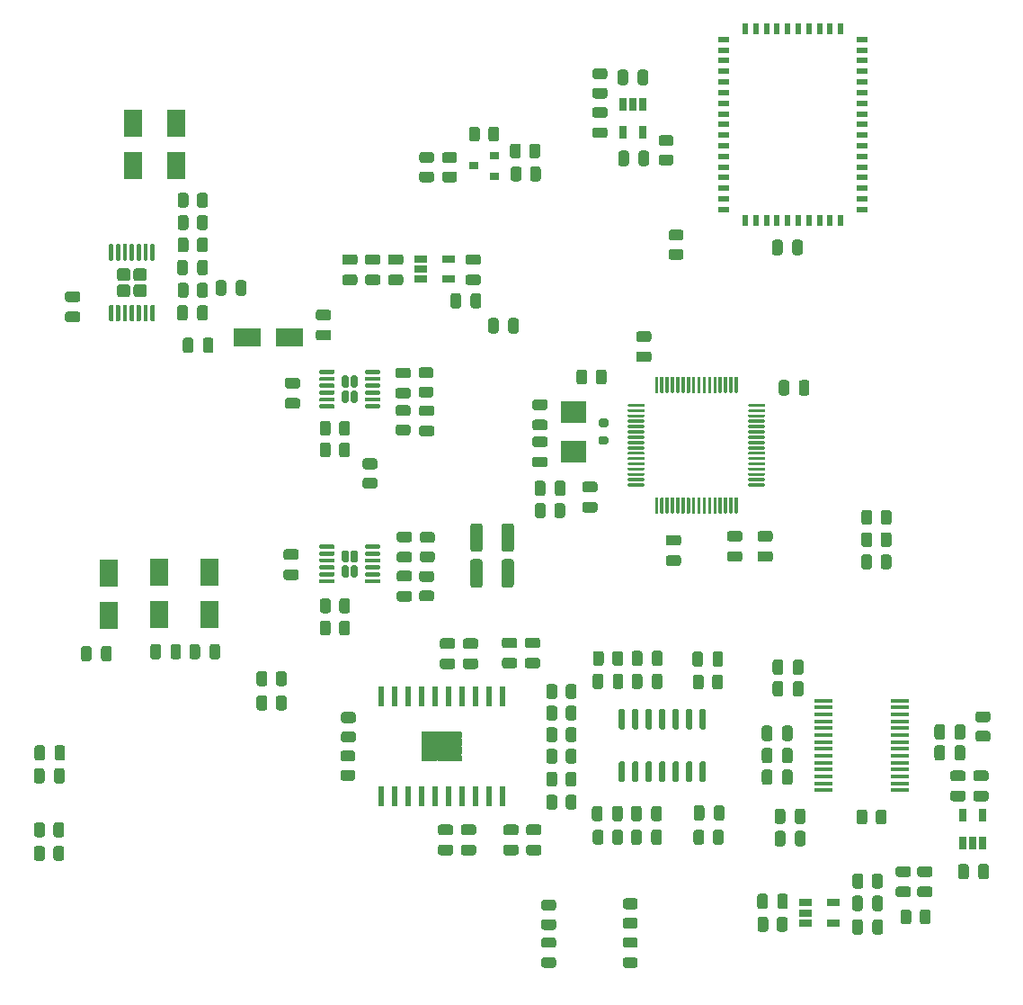
<source format=gbr>
G04 #@! TF.GenerationSoftware,KiCad,Pcbnew,5.1.9*
G04 #@! TF.CreationDate,2021-05-27T16:29:05+08:00*
G04 #@! TF.ProjectId,digital-amplifier2,64696769-7461-46c2-9d61-6d706c696669,rev?*
G04 #@! TF.SameCoordinates,Original*
G04 #@! TF.FileFunction,Paste,Top*
G04 #@! TF.FilePolarity,Positive*
%FSLAX46Y46*%
G04 Gerber Fmt 4.6, Leading zero omitted, Abs format (unit mm)*
G04 Created by KiCad (PCBNEW 5.1.9) date 2021-05-27 16:29:05*
%MOMM*%
%LPD*%
G01*
G04 APERTURE LIST*
%ADD10C,0.152400*%
%ADD11R,0.650000X1.220000*%
%ADD12R,1.220000X0.650000*%
%ADD13R,0.900000X0.800000*%
%ADD14R,1.800000X2.500000*%
%ADD15R,2.500000X1.800000*%
%ADD16R,3.810000X2.789999*%
%ADD17R,0.558000X1.969999*%
%ADD18R,1.750000X0.450000*%
%ADD19R,1.000000X0.500000*%
%ADD20R,0.500000X1.000000*%
%ADD21R,2.400000X2.000000*%
G04 APERTURE END LIST*
D10*
X93460900Y-126034070D02*
X93460900Y-125742821D01*
X92911930Y-126034070D02*
X93460900Y-126034070D01*
X92911930Y-125601400D02*
X92911930Y-126034070D01*
X93319479Y-125601400D02*
X92911930Y-125601400D01*
X93319479Y-125601400D02*
X93319479Y-125601400D01*
X93460900Y-125742821D02*
X93319479Y-125601400D01*
X93460900Y-125742821D02*
X93460900Y-125742821D01*
X94248300Y-126034070D02*
X94248300Y-125742821D01*
X93660900Y-126034070D02*
X94248300Y-126034070D01*
X93660900Y-125742821D02*
X93660900Y-126034070D01*
X93660900Y-125742821D02*
X93660900Y-125742821D01*
X93802321Y-125601400D02*
X93660900Y-125742821D01*
X93802321Y-125601400D02*
X93802321Y-125601400D01*
X94106879Y-125601400D02*
X93802321Y-125601400D01*
X94106879Y-125601400D02*
X94106879Y-125601400D01*
X94248300Y-125742821D02*
X94106879Y-125601400D01*
X94248300Y-125742821D02*
X94248300Y-125742821D01*
X95035700Y-126034070D02*
X95035700Y-125742821D01*
X94448300Y-126034070D02*
X95035700Y-126034070D01*
X94448300Y-125742821D02*
X94448300Y-126034070D01*
X94448300Y-125742821D02*
X94448300Y-125742821D01*
X94589721Y-125601400D02*
X94448300Y-125742821D01*
X94589721Y-125601400D02*
X94589721Y-125601400D01*
X94894279Y-125601400D02*
X94589721Y-125601400D01*
X94894279Y-125601400D02*
X94894279Y-125601400D01*
X95035700Y-125742821D02*
X94894279Y-125601400D01*
X95035700Y-125742821D02*
X95035700Y-125742821D01*
X95823100Y-126034070D02*
X95823100Y-125742821D01*
X95235700Y-126034070D02*
X95823100Y-126034070D01*
X95235700Y-125742821D02*
X95235700Y-126034070D01*
X95235700Y-125742821D02*
X95235700Y-125742821D01*
X95377121Y-125601400D02*
X95235700Y-125742821D01*
X95377121Y-125601400D02*
X95377121Y-125601400D01*
X95681679Y-125601400D02*
X95377121Y-125601400D01*
X95681679Y-125601400D02*
X95681679Y-125601400D01*
X95823100Y-125742821D02*
X95681679Y-125601400D01*
X95823100Y-125742821D02*
X95823100Y-125742821D01*
X96572070Y-126034070D02*
X96572070Y-125601400D01*
X96023100Y-126034070D02*
X96572070Y-126034070D01*
X96023100Y-125742821D02*
X96023100Y-126034070D01*
X96023100Y-125742821D02*
X96023100Y-125742821D01*
X96164521Y-125601400D02*
X96023100Y-125742821D01*
X96164521Y-125601400D02*
X96164521Y-125601400D01*
X96572070Y-125601400D02*
X96164521Y-125601400D01*
X93460900Y-125259979D02*
X93460900Y-124955421D01*
X93460900Y-125259979D02*
X93460900Y-125259979D01*
X93319479Y-125401400D02*
X93460900Y-125259979D01*
X93319479Y-125401400D02*
X93319479Y-125401400D01*
X92911930Y-125401400D02*
X93319479Y-125401400D01*
X92911930Y-124814000D02*
X92911930Y-125401400D01*
X93319479Y-124814000D02*
X92911930Y-124814000D01*
X93319479Y-124814000D02*
X93319479Y-124814000D01*
X93460900Y-124955421D02*
X93319479Y-124814000D01*
X93460900Y-124955421D02*
X93460900Y-124955421D01*
X94248300Y-125259979D02*
X94248300Y-124955421D01*
X94248300Y-125259979D02*
X94248300Y-125259979D01*
X94106879Y-125401400D02*
X94248300Y-125259979D01*
X94106879Y-125401400D02*
X94106879Y-125401400D01*
X93802321Y-125401400D02*
X94106879Y-125401400D01*
X93802321Y-125401400D02*
X93802321Y-125401400D01*
X93660900Y-125259979D02*
X93802321Y-125401400D01*
X93660900Y-125259979D02*
X93660900Y-125259979D01*
X93660900Y-124955421D02*
X93660900Y-125259979D01*
X93660900Y-124955421D02*
X93660900Y-124955421D01*
X93802321Y-124814000D02*
X93660900Y-124955421D01*
X93802321Y-124814000D02*
X93802321Y-124814000D01*
X94106879Y-124814000D02*
X93802321Y-124814000D01*
X94106879Y-124814000D02*
X94106879Y-124814000D01*
X94248300Y-124955421D02*
X94106879Y-124814000D01*
X94248300Y-124955421D02*
X94248300Y-124955421D01*
X95035700Y-125259979D02*
X95035700Y-124955421D01*
X95035700Y-125259979D02*
X95035700Y-125259979D01*
X94894279Y-125401400D02*
X95035700Y-125259979D01*
X94894279Y-125401400D02*
X94894279Y-125401400D01*
X94589721Y-125401400D02*
X94894279Y-125401400D01*
X94589721Y-125401400D02*
X94589721Y-125401400D01*
X94448300Y-125259979D02*
X94589721Y-125401400D01*
X94448300Y-125259979D02*
X94448300Y-125259979D01*
X94448300Y-124955421D02*
X94448300Y-125259979D01*
X94448300Y-124955421D02*
X94448300Y-124955421D01*
X94589721Y-124814000D02*
X94448300Y-124955421D01*
X94589721Y-124814000D02*
X94589721Y-124814000D01*
X94894279Y-124814000D02*
X94589721Y-124814000D01*
X94894279Y-124814000D02*
X94894279Y-124814000D01*
X95035700Y-124955421D02*
X94894279Y-124814000D01*
X95035700Y-124955421D02*
X95035700Y-124955421D01*
X95823100Y-125259979D02*
X95823100Y-124955421D01*
X95823100Y-125259979D02*
X95823100Y-125259979D01*
X95681679Y-125401400D02*
X95823100Y-125259979D01*
X95681679Y-125401400D02*
X95681679Y-125401400D01*
X95377121Y-125401400D02*
X95681679Y-125401400D01*
X95377121Y-125401400D02*
X95377121Y-125401400D01*
X95235700Y-125259979D02*
X95377121Y-125401400D01*
X95235700Y-125259979D02*
X95235700Y-125259979D01*
X95235700Y-124955421D02*
X95235700Y-125259979D01*
X95235700Y-124955421D02*
X95235700Y-124955421D01*
X95377121Y-124814000D02*
X95235700Y-124955421D01*
X95377121Y-124814000D02*
X95377121Y-124814000D01*
X95681679Y-124814000D02*
X95377121Y-124814000D01*
X95681679Y-124814000D02*
X95681679Y-124814000D01*
X95823100Y-124955421D02*
X95681679Y-124814000D01*
X95823100Y-124955421D02*
X95823100Y-124955421D01*
X96572070Y-125401400D02*
X96572070Y-124814000D01*
X96164521Y-125401400D02*
X96572070Y-125401400D01*
X96164521Y-125401400D02*
X96164521Y-125401400D01*
X96023100Y-125259979D02*
X96164521Y-125401400D01*
X96023100Y-125259979D02*
X96023100Y-125259979D01*
X96023100Y-124955421D02*
X96023100Y-125259979D01*
X96023100Y-124955421D02*
X96023100Y-124955421D01*
X96164521Y-124814000D02*
X96023100Y-124955421D01*
X96164521Y-124814000D02*
X96164521Y-124814000D01*
X96572070Y-124814000D02*
X96164521Y-124814000D01*
X93460900Y-124472579D02*
X93460900Y-124168021D01*
X93460900Y-124472579D02*
X93460900Y-124472579D01*
X93319479Y-124614000D02*
X93460900Y-124472579D01*
X93319479Y-124614000D02*
X93319479Y-124614000D01*
X92911930Y-124614000D02*
X93319479Y-124614000D01*
X92911930Y-124026600D02*
X92911930Y-124614000D01*
X93319479Y-124026600D02*
X92911930Y-124026600D01*
X93319479Y-124026600D02*
X93319479Y-124026600D01*
X93460900Y-124168021D02*
X93319479Y-124026600D01*
X93460900Y-124168021D02*
X93460900Y-124168021D01*
X94248300Y-124472579D02*
X94248300Y-124168021D01*
X94248300Y-124472579D02*
X94248300Y-124472579D01*
X94106879Y-124614000D02*
X94248300Y-124472579D01*
X94106879Y-124614000D02*
X94106879Y-124614000D01*
X93802321Y-124614000D02*
X94106879Y-124614000D01*
X93802321Y-124614000D02*
X93802321Y-124614000D01*
X93660900Y-124472579D02*
X93802321Y-124614000D01*
X93660900Y-124472579D02*
X93660900Y-124472579D01*
X93660900Y-124168021D02*
X93660900Y-124472579D01*
X93660900Y-124168021D02*
X93660900Y-124168021D01*
X93802321Y-124026600D02*
X93660900Y-124168021D01*
X93802321Y-124026600D02*
X93802321Y-124026600D01*
X94106879Y-124026600D02*
X93802321Y-124026600D01*
X94106879Y-124026600D02*
X94106879Y-124026600D01*
X94248300Y-124168021D02*
X94106879Y-124026600D01*
X94248300Y-124168021D02*
X94248300Y-124168021D01*
X95035700Y-124472579D02*
X95035700Y-124168021D01*
X95035700Y-124472579D02*
X95035700Y-124472579D01*
X94894279Y-124614000D02*
X95035700Y-124472579D01*
X94894279Y-124614000D02*
X94894279Y-124614000D01*
X94589721Y-124614000D02*
X94894279Y-124614000D01*
X94589721Y-124614000D02*
X94589721Y-124614000D01*
X94448300Y-124472579D02*
X94589721Y-124614000D01*
X94448300Y-124472579D02*
X94448300Y-124472579D01*
X94448300Y-124168021D02*
X94448300Y-124472579D01*
X94448300Y-124168021D02*
X94448300Y-124168021D01*
X94589721Y-124026600D02*
X94448300Y-124168021D01*
X94589721Y-124026600D02*
X94589721Y-124026600D01*
X94894279Y-124026600D02*
X94589721Y-124026600D01*
X94894279Y-124026600D02*
X94894279Y-124026600D01*
X95035700Y-124168021D02*
X94894279Y-124026600D01*
X95035700Y-124168021D02*
X95035700Y-124168021D01*
X95823100Y-124472579D02*
X95823100Y-124168021D01*
X95823100Y-124472579D02*
X95823100Y-124472579D01*
X95681679Y-124614000D02*
X95823100Y-124472579D01*
X95681679Y-124614000D02*
X95681679Y-124614000D01*
X95377121Y-124614000D02*
X95681679Y-124614000D01*
X95377121Y-124614000D02*
X95377121Y-124614000D01*
X95235700Y-124472579D02*
X95377121Y-124614000D01*
X95235700Y-124472579D02*
X95235700Y-124472579D01*
X95235700Y-124168021D02*
X95235700Y-124472579D01*
X95235700Y-124168021D02*
X95235700Y-124168021D01*
X95377121Y-124026600D02*
X95235700Y-124168021D01*
X95377121Y-124026600D02*
X95377121Y-124026600D01*
X95681679Y-124026600D02*
X95377121Y-124026600D01*
X95681679Y-124026600D02*
X95681679Y-124026600D01*
X95823100Y-124168021D02*
X95681679Y-124026600D01*
X95823100Y-124168021D02*
X95823100Y-124168021D01*
X96572070Y-124614000D02*
X96572070Y-124026600D01*
X96164521Y-124614000D02*
X96572070Y-124614000D01*
X96164521Y-124614000D02*
X96164521Y-124614000D01*
X96023100Y-124472579D02*
X96164521Y-124614000D01*
X96023100Y-124472579D02*
X96023100Y-124472579D01*
X96023100Y-124168021D02*
X96023100Y-124472579D01*
X96023100Y-124168021D02*
X96023100Y-124168021D01*
X96164521Y-124026600D02*
X96023100Y-124168021D01*
X96164521Y-124026600D02*
X96164521Y-124026600D01*
X96572070Y-124026600D02*
X96164521Y-124026600D01*
X93460900Y-123685179D02*
X93460900Y-123393930D01*
X93460900Y-123685179D02*
X93460900Y-123685179D01*
X93319479Y-123826600D02*
X93460900Y-123685179D01*
X93319479Y-123826600D02*
X93319479Y-123826600D01*
X92911930Y-123826600D02*
X93319479Y-123826600D01*
X92911930Y-123393930D02*
X92911930Y-123826600D01*
X93460900Y-123393930D02*
X92911930Y-123393930D01*
X94248300Y-123685179D02*
X94248300Y-123393930D01*
X94248300Y-123685179D02*
X94248300Y-123685179D01*
X94106879Y-123826600D02*
X94248300Y-123685179D01*
X94106879Y-123826600D02*
X94106879Y-123826600D01*
X93802321Y-123826600D02*
X94106879Y-123826600D01*
X93802321Y-123826600D02*
X93802321Y-123826600D01*
X93660900Y-123685179D02*
X93802321Y-123826600D01*
X93660900Y-123685179D02*
X93660900Y-123685179D01*
X93660900Y-123393930D02*
X93660900Y-123685179D01*
X94248300Y-123393930D02*
X93660900Y-123393930D01*
X95035700Y-123685179D02*
X95035700Y-123393930D01*
X95035700Y-123685179D02*
X95035700Y-123685179D01*
X94894279Y-123826600D02*
X95035700Y-123685179D01*
X94894279Y-123826600D02*
X94894279Y-123826600D01*
X94589721Y-123826600D02*
X94894279Y-123826600D01*
X94589721Y-123826600D02*
X94589721Y-123826600D01*
X94448300Y-123685179D02*
X94589721Y-123826600D01*
X94448300Y-123685179D02*
X94448300Y-123685179D01*
X94448300Y-123393930D02*
X94448300Y-123685179D01*
X95035700Y-123393930D02*
X94448300Y-123393930D01*
X95823100Y-123685179D02*
X95823100Y-123393930D01*
X95823100Y-123685179D02*
X95823100Y-123685179D01*
X95681679Y-123826600D02*
X95823100Y-123685179D01*
X95681679Y-123826600D02*
X95681679Y-123826600D01*
X95377121Y-123826600D02*
X95681679Y-123826600D01*
X95377121Y-123826600D02*
X95377121Y-123826600D01*
X95235700Y-123685179D02*
X95377121Y-123826600D01*
X95235700Y-123685179D02*
X95235700Y-123685179D01*
X95235700Y-123393930D02*
X95235700Y-123685179D01*
X95823100Y-123393930D02*
X95235700Y-123393930D01*
X96572070Y-123826600D02*
X96572070Y-123393930D01*
X96164521Y-123826600D02*
X96572070Y-123826600D01*
X96164521Y-123826600D02*
X96164521Y-123826600D01*
X96023100Y-123685179D02*
X96164521Y-123826600D01*
X96023100Y-123685179D02*
X96023100Y-123685179D01*
X96023100Y-123393930D02*
X96023100Y-123685179D01*
X96572070Y-123393930D02*
X96023100Y-123393930D01*
G36*
G01*
X114267000Y-86672000D02*
X113317000Y-86672000D01*
G75*
G02*
X113067000Y-86422000I0J250000D01*
G01*
X113067000Y-85922000D01*
G75*
G02*
X113317000Y-85672000I250000J0D01*
G01*
X114267000Y-85672000D01*
G75*
G02*
X114517000Y-85922000I0J-250000D01*
G01*
X114517000Y-86422000D01*
G75*
G02*
X114267000Y-86672000I-250000J0D01*
G01*
G37*
G36*
G01*
X114267000Y-88572000D02*
X113317000Y-88572000D01*
G75*
G02*
X113067000Y-88322000I0J250000D01*
G01*
X113067000Y-87822000D01*
G75*
G02*
X113317000Y-87572000I250000J0D01*
G01*
X114267000Y-87572000D01*
G75*
G02*
X114517000Y-87822000I0J-250000D01*
G01*
X114517000Y-88322000D01*
G75*
G02*
X114267000Y-88572000I-250000J0D01*
G01*
G37*
D11*
X143830000Y-131214500D03*
X145730000Y-131214500D03*
X145730000Y-133834500D03*
X144780000Y-133834500D03*
X143830000Y-133834500D03*
D12*
X131675500Y-139448500D03*
X131675500Y-141348500D03*
X129055500Y-141348500D03*
X129055500Y-140398500D03*
X129055500Y-139448500D03*
D11*
X113726000Y-66905500D03*
X111826000Y-66905500D03*
X111826000Y-64285500D03*
X112776000Y-64285500D03*
X113726000Y-64285500D03*
G36*
G01*
X66732500Y-80956500D02*
X65982500Y-80956500D01*
G75*
G02*
X65732500Y-80706500I0J250000D01*
G01*
X65732500Y-79996500D01*
G75*
G02*
X65982500Y-79746500I250000J0D01*
G01*
X66732500Y-79746500D01*
G75*
G02*
X66982500Y-79996500I0J-250000D01*
G01*
X66982500Y-80706500D01*
G75*
G02*
X66732500Y-80956500I-250000J0D01*
G01*
G37*
G36*
G01*
X65182500Y-80956500D02*
X64432500Y-80956500D01*
G75*
G02*
X64182500Y-80706500I0J250000D01*
G01*
X64182500Y-79996500D01*
G75*
G02*
X64432500Y-79746500I250000J0D01*
G01*
X65182500Y-79746500D01*
G75*
G02*
X65432500Y-79996500I0J-250000D01*
G01*
X65432500Y-80706500D01*
G75*
G02*
X65182500Y-80956500I-250000J0D01*
G01*
G37*
G36*
G01*
X66732500Y-82456500D02*
X65982500Y-82456500D01*
G75*
G02*
X65732500Y-82206500I0J250000D01*
G01*
X65732500Y-81496500D01*
G75*
G02*
X65982500Y-81246500I250000J0D01*
G01*
X66732500Y-81246500D01*
G75*
G02*
X66982500Y-81496500I0J-250000D01*
G01*
X66982500Y-82206500D01*
G75*
G02*
X66732500Y-82456500I-250000J0D01*
G01*
G37*
G36*
G01*
X65182500Y-82456500D02*
X64432500Y-82456500D01*
G75*
G02*
X64182500Y-82206500I0J250000D01*
G01*
X64182500Y-81496500D01*
G75*
G02*
X64432500Y-81246500I250000J0D01*
G01*
X65182500Y-81246500D01*
G75*
G02*
X65432500Y-81496500I0J-250000D01*
G01*
X65432500Y-82206500D01*
G75*
G02*
X65182500Y-82456500I-250000J0D01*
G01*
G37*
G36*
G01*
X63732500Y-79026500D02*
X63532500Y-79026500D01*
G75*
G02*
X63432500Y-78926500I0J100000D01*
G01*
X63432500Y-77551500D01*
G75*
G02*
X63532500Y-77451500I100000J0D01*
G01*
X63732500Y-77451500D01*
G75*
G02*
X63832500Y-77551500I0J-100000D01*
G01*
X63832500Y-78926500D01*
G75*
G02*
X63732500Y-79026500I-100000J0D01*
G01*
G37*
G36*
G01*
X64382500Y-79026500D02*
X64182500Y-79026500D01*
G75*
G02*
X64082500Y-78926500I0J100000D01*
G01*
X64082500Y-77551500D01*
G75*
G02*
X64182500Y-77451500I100000J0D01*
G01*
X64382500Y-77451500D01*
G75*
G02*
X64482500Y-77551500I0J-100000D01*
G01*
X64482500Y-78926500D01*
G75*
G02*
X64382500Y-79026500I-100000J0D01*
G01*
G37*
G36*
G01*
X65032500Y-79026500D02*
X64832500Y-79026500D01*
G75*
G02*
X64732500Y-78926500I0J100000D01*
G01*
X64732500Y-77551500D01*
G75*
G02*
X64832500Y-77451500I100000J0D01*
G01*
X65032500Y-77451500D01*
G75*
G02*
X65132500Y-77551500I0J-100000D01*
G01*
X65132500Y-78926500D01*
G75*
G02*
X65032500Y-79026500I-100000J0D01*
G01*
G37*
G36*
G01*
X65682500Y-79026500D02*
X65482500Y-79026500D01*
G75*
G02*
X65382500Y-78926500I0J100000D01*
G01*
X65382500Y-77551500D01*
G75*
G02*
X65482500Y-77451500I100000J0D01*
G01*
X65682500Y-77451500D01*
G75*
G02*
X65782500Y-77551500I0J-100000D01*
G01*
X65782500Y-78926500D01*
G75*
G02*
X65682500Y-79026500I-100000J0D01*
G01*
G37*
G36*
G01*
X66332500Y-79026500D02*
X66132500Y-79026500D01*
G75*
G02*
X66032500Y-78926500I0J100000D01*
G01*
X66032500Y-77551500D01*
G75*
G02*
X66132500Y-77451500I100000J0D01*
G01*
X66332500Y-77451500D01*
G75*
G02*
X66432500Y-77551500I0J-100000D01*
G01*
X66432500Y-78926500D01*
G75*
G02*
X66332500Y-79026500I-100000J0D01*
G01*
G37*
G36*
G01*
X66982500Y-79026500D02*
X66782500Y-79026500D01*
G75*
G02*
X66682500Y-78926500I0J100000D01*
G01*
X66682500Y-77551500D01*
G75*
G02*
X66782500Y-77451500I100000J0D01*
G01*
X66982500Y-77451500D01*
G75*
G02*
X67082500Y-77551500I0J-100000D01*
G01*
X67082500Y-78926500D01*
G75*
G02*
X66982500Y-79026500I-100000J0D01*
G01*
G37*
G36*
G01*
X67632500Y-79026500D02*
X67432500Y-79026500D01*
G75*
G02*
X67332500Y-78926500I0J100000D01*
G01*
X67332500Y-77551500D01*
G75*
G02*
X67432500Y-77451500I100000J0D01*
G01*
X67632500Y-77451500D01*
G75*
G02*
X67732500Y-77551500I0J-100000D01*
G01*
X67732500Y-78926500D01*
G75*
G02*
X67632500Y-79026500I-100000J0D01*
G01*
G37*
G36*
G01*
X67632500Y-84751500D02*
X67432500Y-84751500D01*
G75*
G02*
X67332500Y-84651500I0J100000D01*
G01*
X67332500Y-83276500D01*
G75*
G02*
X67432500Y-83176500I100000J0D01*
G01*
X67632500Y-83176500D01*
G75*
G02*
X67732500Y-83276500I0J-100000D01*
G01*
X67732500Y-84651500D01*
G75*
G02*
X67632500Y-84751500I-100000J0D01*
G01*
G37*
G36*
G01*
X66982500Y-84751500D02*
X66782500Y-84751500D01*
G75*
G02*
X66682500Y-84651500I0J100000D01*
G01*
X66682500Y-83276500D01*
G75*
G02*
X66782500Y-83176500I100000J0D01*
G01*
X66982500Y-83176500D01*
G75*
G02*
X67082500Y-83276500I0J-100000D01*
G01*
X67082500Y-84651500D01*
G75*
G02*
X66982500Y-84751500I-100000J0D01*
G01*
G37*
G36*
G01*
X66332500Y-84751500D02*
X66132500Y-84751500D01*
G75*
G02*
X66032500Y-84651500I0J100000D01*
G01*
X66032500Y-83276500D01*
G75*
G02*
X66132500Y-83176500I100000J0D01*
G01*
X66332500Y-83176500D01*
G75*
G02*
X66432500Y-83276500I0J-100000D01*
G01*
X66432500Y-84651500D01*
G75*
G02*
X66332500Y-84751500I-100000J0D01*
G01*
G37*
G36*
G01*
X65682500Y-84751500D02*
X65482500Y-84751500D01*
G75*
G02*
X65382500Y-84651500I0J100000D01*
G01*
X65382500Y-83276500D01*
G75*
G02*
X65482500Y-83176500I100000J0D01*
G01*
X65682500Y-83176500D01*
G75*
G02*
X65782500Y-83276500I0J-100000D01*
G01*
X65782500Y-84651500D01*
G75*
G02*
X65682500Y-84751500I-100000J0D01*
G01*
G37*
G36*
G01*
X65032500Y-84751500D02*
X64832500Y-84751500D01*
G75*
G02*
X64732500Y-84651500I0J100000D01*
G01*
X64732500Y-83276500D01*
G75*
G02*
X64832500Y-83176500I100000J0D01*
G01*
X65032500Y-83176500D01*
G75*
G02*
X65132500Y-83276500I0J-100000D01*
G01*
X65132500Y-84651500D01*
G75*
G02*
X65032500Y-84751500I-100000J0D01*
G01*
G37*
G36*
G01*
X64382500Y-84751500D02*
X64182500Y-84751500D01*
G75*
G02*
X64082500Y-84651500I0J100000D01*
G01*
X64082500Y-83276500D01*
G75*
G02*
X64182500Y-83176500I100000J0D01*
G01*
X64382500Y-83176500D01*
G75*
G02*
X64482500Y-83276500I0J-100000D01*
G01*
X64482500Y-84651500D01*
G75*
G02*
X64382500Y-84751500I-100000J0D01*
G01*
G37*
G36*
G01*
X63732500Y-84751500D02*
X63532500Y-84751500D01*
G75*
G02*
X63432500Y-84651500I0J100000D01*
G01*
X63432500Y-83276500D01*
G75*
G02*
X63532500Y-83176500I100000J0D01*
G01*
X63732500Y-83176500D01*
G75*
G02*
X63832500Y-83276500I0J-100000D01*
G01*
X63832500Y-84651500D01*
G75*
G02*
X63732500Y-84751500I-100000J0D01*
G01*
G37*
D12*
X95417000Y-78869500D03*
X95417000Y-80769500D03*
X92797000Y-80769500D03*
X92797000Y-79819500D03*
X92797000Y-78869500D03*
G36*
G01*
X125520500Y-141027999D02*
X125520500Y-141928001D01*
G75*
G02*
X125270501Y-142178000I-249999J0D01*
G01*
X124745499Y-142178000D01*
G75*
G02*
X124495500Y-141928001I0J249999D01*
G01*
X124495500Y-141027999D01*
G75*
G02*
X124745499Y-140778000I249999J0D01*
G01*
X125270501Y-140778000D01*
G75*
G02*
X125520500Y-141027999I0J-249999D01*
G01*
G37*
G36*
G01*
X127345500Y-141027999D02*
X127345500Y-141928001D01*
G75*
G02*
X127095501Y-142178000I-249999J0D01*
G01*
X126570499Y-142178000D01*
G75*
G02*
X126320500Y-141928001I0J249999D01*
G01*
X126320500Y-141027999D01*
G75*
G02*
X126570499Y-140778000I249999J0D01*
G01*
X127095501Y-140778000D01*
G75*
G02*
X127345500Y-141027999I0J-249999D01*
G01*
G37*
G36*
G01*
X138982500Y-140329499D02*
X138982500Y-141229501D01*
G75*
G02*
X138732501Y-141479500I-249999J0D01*
G01*
X138207499Y-141479500D01*
G75*
G02*
X137957500Y-141229501I0J249999D01*
G01*
X137957500Y-140329499D01*
G75*
G02*
X138207499Y-140079500I249999J0D01*
G01*
X138732501Y-140079500D01*
G75*
G02*
X138982500Y-140329499I0J-249999D01*
G01*
G37*
G36*
G01*
X140807500Y-140329499D02*
X140807500Y-141229501D01*
G75*
G02*
X140557501Y-141479500I-249999J0D01*
G01*
X140032499Y-141479500D01*
G75*
G02*
X139782500Y-141229501I0J249999D01*
G01*
X139782500Y-140329499D01*
G75*
G02*
X140032499Y-140079500I249999J0D01*
G01*
X140557501Y-140079500D01*
G75*
G02*
X140807500Y-140329499I0J-249999D01*
G01*
G37*
G36*
G01*
X88461001Y-98660000D02*
X87560999Y-98660000D01*
G75*
G02*
X87311000Y-98410001I0J249999D01*
G01*
X87311000Y-97884999D01*
G75*
G02*
X87560999Y-97635000I249999J0D01*
G01*
X88461001Y-97635000D01*
G75*
G02*
X88711000Y-97884999I0J-249999D01*
G01*
X88711000Y-98410001D01*
G75*
G02*
X88461001Y-98660000I-249999J0D01*
G01*
G37*
G36*
G01*
X88461001Y-100485000D02*
X87560999Y-100485000D01*
G75*
G02*
X87311000Y-100235001I0J249999D01*
G01*
X87311000Y-99709999D01*
G75*
G02*
X87560999Y-99460000I249999J0D01*
G01*
X88461001Y-99460000D01*
G75*
G02*
X88711000Y-99709999I0J-249999D01*
G01*
X88711000Y-100235001D01*
G75*
G02*
X88461001Y-100485000I-249999J0D01*
G01*
G37*
G36*
G01*
X57385000Y-132137999D02*
X57385000Y-133038001D01*
G75*
G02*
X57135001Y-133288000I-249999J0D01*
G01*
X56609999Y-133288000D01*
G75*
G02*
X56360000Y-133038001I0J249999D01*
G01*
X56360000Y-132137999D01*
G75*
G02*
X56609999Y-131888000I249999J0D01*
G01*
X57135001Y-131888000D01*
G75*
G02*
X57385000Y-132137999I0J-249999D01*
G01*
G37*
G36*
G01*
X59210000Y-132137999D02*
X59210000Y-133038001D01*
G75*
G02*
X58960001Y-133288000I-249999J0D01*
G01*
X58434999Y-133288000D01*
G75*
G02*
X58185000Y-133038001I0J249999D01*
G01*
X58185000Y-132137999D01*
G75*
G02*
X58434999Y-131888000I249999J0D01*
G01*
X58960001Y-131888000D01*
G75*
G02*
X59210000Y-132137999I0J-249999D01*
G01*
G37*
G36*
G01*
X136099500Y-103637501D02*
X136099500Y-102737499D01*
G75*
G02*
X136349499Y-102487500I249999J0D01*
G01*
X136874501Y-102487500D01*
G75*
G02*
X137124500Y-102737499I0J-249999D01*
G01*
X137124500Y-103637501D01*
G75*
G02*
X136874501Y-103887500I-249999J0D01*
G01*
X136349499Y-103887500D01*
G75*
G02*
X136099500Y-103637501I0J249999D01*
G01*
G37*
G36*
G01*
X134274500Y-103637501D02*
X134274500Y-102737499D01*
G75*
G02*
X134524499Y-102487500I249999J0D01*
G01*
X135049501Y-102487500D01*
G75*
G02*
X135299500Y-102737499I0J-249999D01*
G01*
X135299500Y-103637501D01*
G75*
G02*
X135049501Y-103887500I-249999J0D01*
G01*
X134524499Y-103887500D01*
G75*
G02*
X134274500Y-103637501I0J249999D01*
G01*
G37*
G36*
G01*
X58185000Y-135260501D02*
X58185000Y-134360499D01*
G75*
G02*
X58434999Y-134110500I249999J0D01*
G01*
X58960001Y-134110500D01*
G75*
G02*
X59210000Y-134360499I0J-249999D01*
G01*
X59210000Y-135260501D01*
G75*
G02*
X58960001Y-135510500I-249999J0D01*
G01*
X58434999Y-135510500D01*
G75*
G02*
X58185000Y-135260501I0J249999D01*
G01*
G37*
G36*
G01*
X56360000Y-135260501D02*
X56360000Y-134360499D01*
G75*
G02*
X56609999Y-134110500I249999J0D01*
G01*
X57135001Y-134110500D01*
G75*
G02*
X57385000Y-134360499I0J-249999D01*
G01*
X57385000Y-135260501D01*
G75*
G02*
X57135001Y-135510500I-249999J0D01*
G01*
X56609999Y-135510500D01*
G75*
G02*
X56360000Y-135260501I0J249999D01*
G01*
G37*
G36*
G01*
X136099500Y-107828501D02*
X136099500Y-106928499D01*
G75*
G02*
X136349499Y-106678500I249999J0D01*
G01*
X136874501Y-106678500D01*
G75*
G02*
X137124500Y-106928499I0J-249999D01*
G01*
X137124500Y-107828501D01*
G75*
G02*
X136874501Y-108078500I-249999J0D01*
G01*
X136349499Y-108078500D01*
G75*
G02*
X136099500Y-107828501I0J249999D01*
G01*
G37*
G36*
G01*
X134274500Y-107828501D02*
X134274500Y-106928499D01*
G75*
G02*
X134524499Y-106678500I249999J0D01*
G01*
X135049501Y-106678500D01*
G75*
G02*
X135299500Y-106928499I0J-249999D01*
G01*
X135299500Y-107828501D01*
G75*
G02*
X135049501Y-108078500I-249999J0D01*
G01*
X134524499Y-108078500D01*
G75*
G02*
X134274500Y-107828501I0J249999D01*
G01*
G37*
G36*
G01*
X136099500Y-105733001D02*
X136099500Y-104832999D01*
G75*
G02*
X136349499Y-104583000I249999J0D01*
G01*
X136874501Y-104583000D01*
G75*
G02*
X137124500Y-104832999I0J-249999D01*
G01*
X137124500Y-105733001D01*
G75*
G02*
X136874501Y-105983000I-249999J0D01*
G01*
X136349499Y-105983000D01*
G75*
G02*
X136099500Y-105733001I0J249999D01*
G01*
G37*
G36*
G01*
X134274500Y-105733001D02*
X134274500Y-104832999D01*
G75*
G02*
X134524499Y-104583000I249999J0D01*
G01*
X135049501Y-104583000D01*
G75*
G02*
X135299500Y-104832999I0J-249999D01*
G01*
X135299500Y-105733001D01*
G75*
G02*
X135049501Y-105983000I-249999J0D01*
G01*
X134524499Y-105983000D01*
G75*
G02*
X134274500Y-105733001I0J249999D01*
G01*
G37*
G36*
G01*
X84309000Y-111055999D02*
X84309000Y-111956001D01*
G75*
G02*
X84059001Y-112206000I-249999J0D01*
G01*
X83533999Y-112206000D01*
G75*
G02*
X83284000Y-111956001I0J249999D01*
G01*
X83284000Y-111055999D01*
G75*
G02*
X83533999Y-110806000I249999J0D01*
G01*
X84059001Y-110806000D01*
G75*
G02*
X84309000Y-111055999I0J-249999D01*
G01*
G37*
G36*
G01*
X86134000Y-111055999D02*
X86134000Y-111956001D01*
G75*
G02*
X85884001Y-112206000I-249999J0D01*
G01*
X85358999Y-112206000D01*
G75*
G02*
X85109000Y-111956001I0J249999D01*
G01*
X85109000Y-111055999D01*
G75*
G02*
X85358999Y-110806000I249999J0D01*
G01*
X85884001Y-110806000D01*
G75*
G02*
X86134000Y-111055999I0J-249999D01*
G01*
G37*
G36*
G01*
X85109000Y-95255501D02*
X85109000Y-94355499D01*
G75*
G02*
X85358999Y-94105500I249999J0D01*
G01*
X85884001Y-94105500D01*
G75*
G02*
X86134000Y-94355499I0J-249999D01*
G01*
X86134000Y-95255501D01*
G75*
G02*
X85884001Y-95505500I-249999J0D01*
G01*
X85358999Y-95505500D01*
G75*
G02*
X85109000Y-95255501I0J249999D01*
G01*
G37*
G36*
G01*
X83284000Y-95255501D02*
X83284000Y-94355499D01*
G75*
G02*
X83533999Y-94105500I249999J0D01*
G01*
X84059001Y-94105500D01*
G75*
G02*
X84309000Y-94355499I0J-249999D01*
G01*
X84309000Y-95255501D01*
G75*
G02*
X84059001Y-95505500I-249999J0D01*
G01*
X83533999Y-95505500D01*
G75*
G02*
X83284000Y-95255501I0J249999D01*
G01*
G37*
G36*
G01*
X85109000Y-114051501D02*
X85109000Y-113151499D01*
G75*
G02*
X85358999Y-112901500I249999J0D01*
G01*
X85884001Y-112901500D01*
G75*
G02*
X86134000Y-113151499I0J-249999D01*
G01*
X86134000Y-114051501D01*
G75*
G02*
X85884001Y-114301500I-249999J0D01*
G01*
X85358999Y-114301500D01*
G75*
G02*
X85109000Y-114051501I0J249999D01*
G01*
G37*
G36*
G01*
X83284000Y-114051501D02*
X83284000Y-113151499D01*
G75*
G02*
X83533999Y-112901500I249999J0D01*
G01*
X84059001Y-112901500D01*
G75*
G02*
X84309000Y-113151499I0J-249999D01*
G01*
X84309000Y-114051501D01*
G75*
G02*
X84059001Y-114301500I-249999J0D01*
G01*
X83533999Y-114301500D01*
G75*
G02*
X83284000Y-114051501I0J249999D01*
G01*
G37*
G36*
G01*
X85109000Y-97287501D02*
X85109000Y-96387499D01*
G75*
G02*
X85358999Y-96137500I249999J0D01*
G01*
X85884001Y-96137500D01*
G75*
G02*
X86134000Y-96387499I0J-249999D01*
G01*
X86134000Y-97287501D01*
G75*
G02*
X85884001Y-97537500I-249999J0D01*
G01*
X85358999Y-97537500D01*
G75*
G02*
X85109000Y-97287501I0J249999D01*
G01*
G37*
G36*
G01*
X83284000Y-97287501D02*
X83284000Y-96387499D01*
G75*
G02*
X83533999Y-96137500I249999J0D01*
G01*
X84059001Y-96137500D01*
G75*
G02*
X84309000Y-96387499I0J-249999D01*
G01*
X84309000Y-97287501D01*
G75*
G02*
X84059001Y-97537500I-249999J0D01*
G01*
X83533999Y-97537500D01*
G75*
G02*
X83284000Y-97287501I0J249999D01*
G01*
G37*
G36*
G01*
X70910500Y-77098299D02*
X70910500Y-77998301D01*
G75*
G02*
X70660501Y-78248300I-249999J0D01*
G01*
X70135499Y-78248300D01*
G75*
G02*
X69885500Y-77998301I0J249999D01*
G01*
X69885500Y-77098299D01*
G75*
G02*
X70135499Y-76848300I249999J0D01*
G01*
X70660501Y-76848300D01*
G75*
G02*
X70910500Y-77098299I0J-249999D01*
G01*
G37*
G36*
G01*
X72735500Y-77098299D02*
X72735500Y-77998301D01*
G75*
G02*
X72485501Y-78248300I-249999J0D01*
G01*
X71960499Y-78248300D01*
G75*
G02*
X71710500Y-77998301I0J249999D01*
G01*
X71710500Y-77098299D01*
G75*
G02*
X71960499Y-76848300I249999J0D01*
G01*
X72485501Y-76848300D01*
G75*
G02*
X72735500Y-77098299I0J-249999D01*
G01*
G37*
G36*
G01*
X71710500Y-75895401D02*
X71710500Y-74995399D01*
G75*
G02*
X71960499Y-74745400I249999J0D01*
G01*
X72485501Y-74745400D01*
G75*
G02*
X72735500Y-74995399I0J-249999D01*
G01*
X72735500Y-75895401D01*
G75*
G02*
X72485501Y-76145400I-249999J0D01*
G01*
X71960499Y-76145400D01*
G75*
G02*
X71710500Y-75895401I0J249999D01*
G01*
G37*
G36*
G01*
X69885500Y-75895401D02*
X69885500Y-74995399D01*
G75*
G02*
X70135499Y-74745400I249999J0D01*
G01*
X70660501Y-74745400D01*
G75*
G02*
X70910500Y-74995399I0J-249999D01*
G01*
X70910500Y-75895401D01*
G75*
G02*
X70660501Y-76145400I-249999J0D01*
G01*
X70135499Y-76145400D01*
G75*
G02*
X69885500Y-75895401I0J249999D01*
G01*
G37*
G36*
G01*
X71710500Y-82264101D02*
X71710500Y-81364099D01*
G75*
G02*
X71960499Y-81114100I249999J0D01*
G01*
X72485501Y-81114100D01*
G75*
G02*
X72735500Y-81364099I0J-249999D01*
G01*
X72735500Y-82264101D01*
G75*
G02*
X72485501Y-82514100I-249999J0D01*
G01*
X71960499Y-82514100D01*
G75*
G02*
X71710500Y-82264101I0J249999D01*
G01*
G37*
G36*
G01*
X69885500Y-82264101D02*
X69885500Y-81364099D01*
G75*
G02*
X70135499Y-81114100I249999J0D01*
G01*
X70660501Y-81114100D01*
G75*
G02*
X70910500Y-81364099I0J-249999D01*
G01*
X70910500Y-82264101D01*
G75*
G02*
X70660501Y-82514100I-249999J0D01*
G01*
X70135499Y-82514100D01*
G75*
G02*
X69885500Y-82264101I0J249999D01*
G01*
G37*
G36*
G01*
X71710500Y-73792501D02*
X71710500Y-72892499D01*
G75*
G02*
X71960499Y-72642500I249999J0D01*
G01*
X72485501Y-72642500D01*
G75*
G02*
X72735500Y-72892499I0J-249999D01*
G01*
X72735500Y-73792501D01*
G75*
G02*
X72485501Y-74042500I-249999J0D01*
G01*
X71960499Y-74042500D01*
G75*
G02*
X71710500Y-73792501I0J249999D01*
G01*
G37*
G36*
G01*
X69885500Y-73792501D02*
X69885500Y-72892499D01*
G75*
G02*
X70135499Y-72642500I249999J0D01*
G01*
X70660501Y-72642500D01*
G75*
G02*
X70910500Y-72892499I0J-249999D01*
G01*
X70910500Y-73792501D01*
G75*
G02*
X70660501Y-74042500I-249999J0D01*
G01*
X70135499Y-74042500D01*
G75*
G02*
X69885500Y-73792501I0J249999D01*
G01*
G37*
G36*
G01*
X102279500Y-70415999D02*
X102279500Y-71316001D01*
G75*
G02*
X102029501Y-71566000I-249999J0D01*
G01*
X101504499Y-71566000D01*
G75*
G02*
X101254500Y-71316001I0J249999D01*
G01*
X101254500Y-70415999D01*
G75*
G02*
X101504499Y-70166000I249999J0D01*
G01*
X102029501Y-70166000D01*
G75*
G02*
X102279500Y-70415999I0J-249999D01*
G01*
G37*
G36*
G01*
X104104500Y-70415999D02*
X104104500Y-71316001D01*
G75*
G02*
X103854501Y-71566000I-249999J0D01*
G01*
X103329499Y-71566000D01*
G75*
G02*
X103079500Y-71316001I0J249999D01*
G01*
X103079500Y-70415999D01*
G75*
G02*
X103329499Y-70166000I249999J0D01*
G01*
X103854501Y-70166000D01*
G75*
G02*
X104104500Y-70415999I0J-249999D01*
G01*
G37*
G36*
G01*
X103016000Y-69157001D02*
X103016000Y-68256999D01*
G75*
G02*
X103265999Y-68007000I249999J0D01*
G01*
X103791001Y-68007000D01*
G75*
G02*
X104041000Y-68256999I0J-249999D01*
G01*
X104041000Y-69157001D01*
G75*
G02*
X103791001Y-69407000I-249999J0D01*
G01*
X103265999Y-69407000D01*
G75*
G02*
X103016000Y-69157001I0J249999D01*
G01*
G37*
G36*
G01*
X101191000Y-69157001D02*
X101191000Y-68256999D01*
G75*
G02*
X101440999Y-68007000I249999J0D01*
G01*
X101966001Y-68007000D01*
G75*
G02*
X102216000Y-68256999I0J-249999D01*
G01*
X102216000Y-69157001D01*
G75*
G02*
X101966001Y-69407000I-249999J0D01*
G01*
X101440999Y-69407000D01*
G75*
G02*
X101191000Y-69157001I0J249999D01*
G01*
G37*
G36*
G01*
X93795001Y-69831000D02*
X92894999Y-69831000D01*
G75*
G02*
X92645000Y-69581001I0J249999D01*
G01*
X92645000Y-69055999D01*
G75*
G02*
X92894999Y-68806000I249999J0D01*
G01*
X93795001Y-68806000D01*
G75*
G02*
X94045000Y-69055999I0J-249999D01*
G01*
X94045000Y-69581001D01*
G75*
G02*
X93795001Y-69831000I-249999J0D01*
G01*
G37*
G36*
G01*
X93795001Y-71656000D02*
X92894999Y-71656000D01*
G75*
G02*
X92645000Y-71406001I0J249999D01*
G01*
X92645000Y-70880999D01*
G75*
G02*
X92894999Y-70631000I249999J0D01*
G01*
X93795001Y-70631000D01*
G75*
G02*
X94045000Y-70880999I0J-249999D01*
G01*
X94045000Y-71406001D01*
G75*
G02*
X93795001Y-71656000I-249999J0D01*
G01*
G37*
G36*
G01*
X95954001Y-69831000D02*
X95053999Y-69831000D01*
G75*
G02*
X94804000Y-69581001I0J249999D01*
G01*
X94804000Y-69055999D01*
G75*
G02*
X95053999Y-68806000I249999J0D01*
G01*
X95954001Y-68806000D01*
G75*
G02*
X96204000Y-69055999I0J-249999D01*
G01*
X96204000Y-69581001D01*
G75*
G02*
X95954001Y-69831000I-249999J0D01*
G01*
G37*
G36*
G01*
X95954001Y-71656000D02*
X95053999Y-71656000D01*
G75*
G02*
X94804000Y-71406001I0J249999D01*
G01*
X94804000Y-70880999D01*
G75*
G02*
X95053999Y-70631000I249999J0D01*
G01*
X95954001Y-70631000D01*
G75*
G02*
X96204000Y-70880999I0J-249999D01*
G01*
X96204000Y-71406001D01*
G75*
G02*
X95954001Y-71656000I-249999J0D01*
G01*
G37*
G36*
G01*
X98342500Y-66669499D02*
X98342500Y-67569501D01*
G75*
G02*
X98092501Y-67819500I-249999J0D01*
G01*
X97567499Y-67819500D01*
G75*
G02*
X97317500Y-67569501I0J249999D01*
G01*
X97317500Y-66669499D01*
G75*
G02*
X97567499Y-66419500I249999J0D01*
G01*
X98092501Y-66419500D01*
G75*
G02*
X98342500Y-66669499I0J-249999D01*
G01*
G37*
G36*
G01*
X100167500Y-66669499D02*
X100167500Y-67569501D01*
G75*
G02*
X99917501Y-67819500I-249999J0D01*
G01*
X99392499Y-67819500D01*
G75*
G02*
X99142500Y-67569501I0J249999D01*
G01*
X99142500Y-66669499D01*
G75*
G02*
X99392499Y-66419500I249999J0D01*
G01*
X99917501Y-66419500D01*
G75*
G02*
X100167500Y-66669499I0J-249999D01*
G01*
G37*
G36*
G01*
X110114501Y-61957000D02*
X109214499Y-61957000D01*
G75*
G02*
X108964500Y-61707001I0J249999D01*
G01*
X108964500Y-61181999D01*
G75*
G02*
X109214499Y-60932000I249999J0D01*
G01*
X110114501Y-60932000D01*
G75*
G02*
X110364500Y-61181999I0J-249999D01*
G01*
X110364500Y-61707001D01*
G75*
G02*
X110114501Y-61957000I-249999J0D01*
G01*
G37*
G36*
G01*
X110114501Y-63782000D02*
X109214499Y-63782000D01*
G75*
G02*
X108964500Y-63532001I0J249999D01*
G01*
X108964500Y-63006999D01*
G75*
G02*
X109214499Y-62757000I249999J0D01*
G01*
X110114501Y-62757000D01*
G75*
G02*
X110364500Y-63006999I0J-249999D01*
G01*
X110364500Y-63532001D01*
G75*
G02*
X110114501Y-63782000I-249999J0D01*
G01*
G37*
G36*
G01*
X115437499Y-69043500D02*
X116337501Y-69043500D01*
G75*
G02*
X116587500Y-69293499I0J-249999D01*
G01*
X116587500Y-69818501D01*
G75*
G02*
X116337501Y-70068500I-249999J0D01*
G01*
X115437499Y-70068500D01*
G75*
G02*
X115187500Y-69818501I0J249999D01*
G01*
X115187500Y-69293499D01*
G75*
G02*
X115437499Y-69043500I249999J0D01*
G01*
G37*
G36*
G01*
X115437499Y-67218500D02*
X116337501Y-67218500D01*
G75*
G02*
X116587500Y-67468499I0J-249999D01*
G01*
X116587500Y-67993501D01*
G75*
G02*
X116337501Y-68243500I-249999J0D01*
G01*
X115437499Y-68243500D01*
G75*
G02*
X115187500Y-67993501I0J249999D01*
G01*
X115187500Y-67468499D01*
G75*
G02*
X115437499Y-67218500I249999J0D01*
G01*
G37*
G36*
G01*
X145282499Y-123272500D02*
X146182501Y-123272500D01*
G75*
G02*
X146432500Y-123522499I0J-249999D01*
G01*
X146432500Y-124047501D01*
G75*
G02*
X146182501Y-124297500I-249999J0D01*
G01*
X145282499Y-124297500D01*
G75*
G02*
X145032500Y-124047501I0J249999D01*
G01*
X145032500Y-123522499D01*
G75*
G02*
X145282499Y-123272500I249999J0D01*
G01*
G37*
G36*
G01*
X145282499Y-121447500D02*
X146182501Y-121447500D01*
G75*
G02*
X146432500Y-121697499I0J-249999D01*
G01*
X146432500Y-122222501D01*
G75*
G02*
X146182501Y-122472500I-249999J0D01*
G01*
X145282499Y-122472500D01*
G75*
G02*
X145032500Y-122222501I0J249999D01*
G01*
X145032500Y-121697499D01*
G75*
G02*
X145282499Y-121447500I249999J0D01*
G01*
G37*
G36*
G01*
X112071999Y-140862000D02*
X112972001Y-140862000D01*
G75*
G02*
X113222000Y-141111999I0J-249999D01*
G01*
X113222000Y-141637001D01*
G75*
G02*
X112972001Y-141887000I-249999J0D01*
G01*
X112071999Y-141887000D01*
G75*
G02*
X111822000Y-141637001I0J249999D01*
G01*
X111822000Y-141111999D01*
G75*
G02*
X112071999Y-140862000I249999J0D01*
G01*
G37*
G36*
G01*
X112071999Y-139037000D02*
X112972001Y-139037000D01*
G75*
G02*
X113222000Y-139286999I0J-249999D01*
G01*
X113222000Y-139812001D01*
G75*
G02*
X112972001Y-140062000I-249999J0D01*
G01*
X112071999Y-140062000D01*
G75*
G02*
X111822000Y-139812001I0J249999D01*
G01*
X111822000Y-139286999D01*
G75*
G02*
X112071999Y-139037000I249999J0D01*
G01*
G37*
G36*
G01*
X104388499Y-140989000D02*
X105288501Y-140989000D01*
G75*
G02*
X105538500Y-141238999I0J-249999D01*
G01*
X105538500Y-141764001D01*
G75*
G02*
X105288501Y-142014000I-249999J0D01*
G01*
X104388499Y-142014000D01*
G75*
G02*
X104138500Y-141764001I0J249999D01*
G01*
X104138500Y-141238999D01*
G75*
G02*
X104388499Y-140989000I249999J0D01*
G01*
G37*
G36*
G01*
X104388499Y-139164000D02*
X105288501Y-139164000D01*
G75*
G02*
X105538500Y-139413999I0J-249999D01*
G01*
X105538500Y-139939001D01*
G75*
G02*
X105288501Y-140189000I-249999J0D01*
G01*
X104388499Y-140189000D01*
G75*
G02*
X104138500Y-139939001I0J249999D01*
G01*
X104138500Y-139413999D01*
G75*
G02*
X104388499Y-139164000I249999J0D01*
G01*
G37*
D13*
X97742500Y-70104000D03*
X99742500Y-69154000D03*
X99742500Y-71054000D03*
G36*
G01*
X112978250Y-143695000D02*
X112065750Y-143695000D01*
G75*
G02*
X111822000Y-143451250I0J243750D01*
G01*
X111822000Y-142963750D01*
G75*
G02*
X112065750Y-142720000I243750J0D01*
G01*
X112978250Y-142720000D01*
G75*
G02*
X113222000Y-142963750I0J-243750D01*
G01*
X113222000Y-143451250D01*
G75*
G02*
X112978250Y-143695000I-243750J0D01*
G01*
G37*
G36*
G01*
X112978250Y-145570000D02*
X112065750Y-145570000D01*
G75*
G02*
X111822000Y-145326250I0J243750D01*
G01*
X111822000Y-144838750D01*
G75*
G02*
X112065750Y-144595000I243750J0D01*
G01*
X112978250Y-144595000D01*
G75*
G02*
X113222000Y-144838750I0J-243750D01*
G01*
X113222000Y-145326250D01*
G75*
G02*
X112978250Y-145570000I-243750J0D01*
G01*
G37*
D14*
X63436500Y-108426500D03*
X63436500Y-112426500D03*
X72898000Y-112363000D03*
X72898000Y-108363000D03*
X68135500Y-108363000D03*
X68135500Y-112363000D03*
G36*
G01*
X105294750Y-143695000D02*
X104382250Y-143695000D01*
G75*
G02*
X104138500Y-143451250I0J243750D01*
G01*
X104138500Y-142963750D01*
G75*
G02*
X104382250Y-142720000I243750J0D01*
G01*
X105294750Y-142720000D01*
G75*
G02*
X105538500Y-142963750I0J-243750D01*
G01*
X105538500Y-143451250D01*
G75*
G02*
X105294750Y-143695000I-243750J0D01*
G01*
G37*
G36*
G01*
X105294750Y-145570000D02*
X104382250Y-145570000D01*
G75*
G02*
X104138500Y-145326250I0J243750D01*
G01*
X104138500Y-144838750D01*
G75*
G02*
X104382250Y-144595000I243750J0D01*
G01*
X105294750Y-144595000D01*
G75*
G02*
X105538500Y-144838750I0J-243750D01*
G01*
X105538500Y-145326250D01*
G75*
G02*
X105294750Y-145570000I-243750J0D01*
G01*
G37*
D15*
X76422500Y-86233000D03*
X80422500Y-86233000D03*
D14*
X65722500Y-66072000D03*
X65722500Y-70072000D03*
X69786500Y-66072000D03*
X69786500Y-70072000D03*
G36*
G01*
X143858000Y-128010500D02*
X142908000Y-128010500D01*
G75*
G02*
X142658000Y-127760500I0J250000D01*
G01*
X142658000Y-127260500D01*
G75*
G02*
X142908000Y-127010500I250000J0D01*
G01*
X143858000Y-127010500D01*
G75*
G02*
X144108000Y-127260500I0J-250000D01*
G01*
X144108000Y-127760500D01*
G75*
G02*
X143858000Y-128010500I-250000J0D01*
G01*
G37*
G36*
G01*
X143858000Y-129910500D02*
X142908000Y-129910500D01*
G75*
G02*
X142658000Y-129660500I0J250000D01*
G01*
X142658000Y-129160500D01*
G75*
G02*
X142908000Y-128910500I250000J0D01*
G01*
X143858000Y-128910500D01*
G75*
G02*
X144108000Y-129160500I0J-250000D01*
G01*
X144108000Y-129660500D01*
G75*
G02*
X143858000Y-129910500I-250000J0D01*
G01*
G37*
G36*
G01*
X135324000Y-139984500D02*
X135324000Y-139034500D01*
G75*
G02*
X135574000Y-138784500I250000J0D01*
G01*
X136074000Y-138784500D01*
G75*
G02*
X136324000Y-139034500I0J-250000D01*
G01*
X136324000Y-139984500D01*
G75*
G02*
X136074000Y-140234500I-250000J0D01*
G01*
X135574000Y-140234500D01*
G75*
G02*
X135324000Y-139984500I0J250000D01*
G01*
G37*
G36*
G01*
X133424000Y-139984500D02*
X133424000Y-139034500D01*
G75*
G02*
X133674000Y-138784500I250000J0D01*
G01*
X134174000Y-138784500D01*
G75*
G02*
X134424000Y-139034500I0J-250000D01*
G01*
X134424000Y-139984500D01*
G75*
G02*
X134174000Y-140234500I-250000J0D01*
G01*
X133674000Y-140234500D01*
G75*
G02*
X133424000Y-139984500I0J250000D01*
G01*
G37*
G36*
G01*
X146017000Y-128010500D02*
X145067000Y-128010500D01*
G75*
G02*
X144817000Y-127760500I0J250000D01*
G01*
X144817000Y-127260500D01*
G75*
G02*
X145067000Y-127010500I250000J0D01*
G01*
X146017000Y-127010500D01*
G75*
G02*
X146267000Y-127260500I0J-250000D01*
G01*
X146267000Y-127760500D01*
G75*
G02*
X146017000Y-128010500I-250000J0D01*
G01*
G37*
G36*
G01*
X146017000Y-129910500D02*
X145067000Y-129910500D01*
G75*
G02*
X144817000Y-129660500I0J250000D01*
G01*
X144817000Y-129160500D01*
G75*
G02*
X145067000Y-128910500I250000J0D01*
G01*
X146017000Y-128910500D01*
G75*
G02*
X146267000Y-129160500I0J-250000D01*
G01*
X146267000Y-129660500D01*
G75*
G02*
X146017000Y-129910500I-250000J0D01*
G01*
G37*
G36*
G01*
X135324000Y-142207000D02*
X135324000Y-141257000D01*
G75*
G02*
X135574000Y-141007000I250000J0D01*
G01*
X136074000Y-141007000D01*
G75*
G02*
X136324000Y-141257000I0J-250000D01*
G01*
X136324000Y-142207000D01*
G75*
G02*
X136074000Y-142457000I-250000J0D01*
G01*
X135574000Y-142457000D01*
G75*
G02*
X135324000Y-142207000I0J250000D01*
G01*
G37*
G36*
G01*
X133424000Y-142207000D02*
X133424000Y-141257000D01*
G75*
G02*
X133674000Y-141007000I250000J0D01*
G01*
X134174000Y-141007000D01*
G75*
G02*
X134424000Y-141257000I0J-250000D01*
G01*
X134424000Y-142207000D01*
G75*
G02*
X134174000Y-142457000I-250000J0D01*
G01*
X133674000Y-142457000D01*
G75*
G02*
X133424000Y-142207000I0J250000D01*
G01*
G37*
G36*
G01*
X145293500Y-137000000D02*
X145293500Y-136050000D01*
G75*
G02*
X145543500Y-135800000I250000J0D01*
G01*
X146043500Y-135800000D01*
G75*
G02*
X146293500Y-136050000I0J-250000D01*
G01*
X146293500Y-137000000D01*
G75*
G02*
X146043500Y-137250000I-250000J0D01*
G01*
X145543500Y-137250000D01*
G75*
G02*
X145293500Y-137000000I0J250000D01*
G01*
G37*
G36*
G01*
X143393500Y-137000000D02*
X143393500Y-136050000D01*
G75*
G02*
X143643500Y-135800000I250000J0D01*
G01*
X144143500Y-135800000D01*
G75*
G02*
X144393500Y-136050000I0J-250000D01*
G01*
X144393500Y-137000000D01*
G75*
G02*
X144143500Y-137250000I-250000J0D01*
G01*
X143643500Y-137250000D01*
G75*
G02*
X143393500Y-137000000I0J250000D01*
G01*
G37*
G36*
G01*
X125470500Y-138844000D02*
X125470500Y-139794000D01*
G75*
G02*
X125220500Y-140044000I-250000J0D01*
G01*
X124720500Y-140044000D01*
G75*
G02*
X124470500Y-139794000I0J250000D01*
G01*
X124470500Y-138844000D01*
G75*
G02*
X124720500Y-138594000I250000J0D01*
G01*
X125220500Y-138594000D01*
G75*
G02*
X125470500Y-138844000I0J-250000D01*
G01*
G37*
G36*
G01*
X127370500Y-138844000D02*
X127370500Y-139794000D01*
G75*
G02*
X127120500Y-140044000I-250000J0D01*
G01*
X126620500Y-140044000D01*
G75*
G02*
X126370500Y-139794000I0J250000D01*
G01*
X126370500Y-138844000D01*
G75*
G02*
X126620500Y-138594000I250000J0D01*
G01*
X127120500Y-138594000D01*
G75*
G02*
X127370500Y-138844000I0J-250000D01*
G01*
G37*
G36*
G01*
X112389500Y-68930500D02*
X112389500Y-69880500D01*
G75*
G02*
X112139500Y-70130500I-250000J0D01*
G01*
X111639500Y-70130500D01*
G75*
G02*
X111389500Y-69880500I0J250000D01*
G01*
X111389500Y-68930500D01*
G75*
G02*
X111639500Y-68680500I250000J0D01*
G01*
X112139500Y-68680500D01*
G75*
G02*
X112389500Y-68930500I0J-250000D01*
G01*
G37*
G36*
G01*
X114289500Y-68930500D02*
X114289500Y-69880500D01*
G75*
G02*
X114039500Y-70130500I-250000J0D01*
G01*
X113539500Y-70130500D01*
G75*
G02*
X113289500Y-69880500I0J250000D01*
G01*
X113289500Y-68930500D01*
G75*
G02*
X113539500Y-68680500I250000J0D01*
G01*
X114039500Y-68680500D01*
G75*
G02*
X114289500Y-68930500I0J-250000D01*
G01*
G37*
G36*
G01*
X110139500Y-65590000D02*
X109189500Y-65590000D01*
G75*
G02*
X108939500Y-65340000I0J250000D01*
G01*
X108939500Y-64840000D01*
G75*
G02*
X109189500Y-64590000I250000J0D01*
G01*
X110139500Y-64590000D01*
G75*
G02*
X110389500Y-64840000I0J-250000D01*
G01*
X110389500Y-65340000D01*
G75*
G02*
X110139500Y-65590000I-250000J0D01*
G01*
G37*
G36*
G01*
X110139500Y-67490000D02*
X109189500Y-67490000D01*
G75*
G02*
X108939500Y-67240000I0J250000D01*
G01*
X108939500Y-66740000D01*
G75*
G02*
X109189500Y-66490000I250000J0D01*
G01*
X110139500Y-66490000D01*
G75*
G02*
X110389500Y-66740000I0J-250000D01*
G01*
X110389500Y-67240000D01*
G75*
G02*
X110139500Y-67490000I-250000J0D01*
G01*
G37*
G36*
G01*
X112326000Y-61310500D02*
X112326000Y-62260500D01*
G75*
G02*
X112076000Y-62510500I-250000J0D01*
G01*
X111576000Y-62510500D01*
G75*
G02*
X111326000Y-62260500I0J250000D01*
G01*
X111326000Y-61310500D01*
G75*
G02*
X111576000Y-61060500I250000J0D01*
G01*
X112076000Y-61060500D01*
G75*
G02*
X112326000Y-61310500I0J-250000D01*
G01*
G37*
G36*
G01*
X114226000Y-61310500D02*
X114226000Y-62260500D01*
G75*
G02*
X113976000Y-62510500I-250000J0D01*
G01*
X113476000Y-62510500D01*
G75*
G02*
X113226000Y-62260500I0J250000D01*
G01*
X113226000Y-61310500D01*
G75*
G02*
X113476000Y-61060500I250000J0D01*
G01*
X113976000Y-61060500D01*
G75*
G02*
X114226000Y-61310500I0J-250000D01*
G01*
G37*
G36*
G01*
X97251500Y-80333000D02*
X98201500Y-80333000D01*
G75*
G02*
X98451500Y-80583000I0J-250000D01*
G01*
X98451500Y-81083000D01*
G75*
G02*
X98201500Y-81333000I-250000J0D01*
G01*
X97251500Y-81333000D01*
G75*
G02*
X97001500Y-81083000I0J250000D01*
G01*
X97001500Y-80583000D01*
G75*
G02*
X97251500Y-80333000I250000J0D01*
G01*
G37*
G36*
G01*
X97251500Y-78433000D02*
X98201500Y-78433000D01*
G75*
G02*
X98451500Y-78683000I0J-250000D01*
G01*
X98451500Y-79183000D01*
G75*
G02*
X98201500Y-79433000I-250000J0D01*
G01*
X97251500Y-79433000D01*
G75*
G02*
X97001500Y-79183000I0J250000D01*
G01*
X97001500Y-78683000D01*
G75*
G02*
X97251500Y-78433000I250000J0D01*
G01*
G37*
G36*
G01*
X57355000Y-127033000D02*
X57355000Y-127983000D01*
G75*
G02*
X57105000Y-128233000I-250000J0D01*
G01*
X56605000Y-128233000D01*
G75*
G02*
X56355000Y-127983000I0J250000D01*
G01*
X56355000Y-127033000D01*
G75*
G02*
X56605000Y-126783000I250000J0D01*
G01*
X57105000Y-126783000D01*
G75*
G02*
X57355000Y-127033000I0J-250000D01*
G01*
G37*
G36*
G01*
X59255000Y-127033000D02*
X59255000Y-127983000D01*
G75*
G02*
X59005000Y-128233000I-250000J0D01*
G01*
X58505000Y-128233000D01*
G75*
G02*
X58255000Y-127983000I0J250000D01*
G01*
X58255000Y-127033000D01*
G75*
G02*
X58505000Y-126783000I250000J0D01*
G01*
X59005000Y-126783000D01*
G75*
G02*
X59255000Y-127033000I0J-250000D01*
G01*
G37*
G36*
G01*
X85631000Y-80333000D02*
X86581000Y-80333000D01*
G75*
G02*
X86831000Y-80583000I0J-250000D01*
G01*
X86831000Y-81083000D01*
G75*
G02*
X86581000Y-81333000I-250000J0D01*
G01*
X85631000Y-81333000D01*
G75*
G02*
X85381000Y-81083000I0J250000D01*
G01*
X85381000Y-80583000D01*
G75*
G02*
X85631000Y-80333000I250000J0D01*
G01*
G37*
G36*
G01*
X85631000Y-78433000D02*
X86581000Y-78433000D01*
G75*
G02*
X86831000Y-78683000I0J-250000D01*
G01*
X86831000Y-79183000D01*
G75*
G02*
X86581000Y-79433000I-250000J0D01*
G01*
X85631000Y-79433000D01*
G75*
G02*
X85381000Y-79183000I0J250000D01*
G01*
X85381000Y-78683000D01*
G75*
G02*
X85631000Y-78433000I250000J0D01*
G01*
G37*
G36*
G01*
X81056500Y-107182500D02*
X80106500Y-107182500D01*
G75*
G02*
X79856500Y-106932500I0J250000D01*
G01*
X79856500Y-106432500D01*
G75*
G02*
X80106500Y-106182500I250000J0D01*
G01*
X81056500Y-106182500D01*
G75*
G02*
X81306500Y-106432500I0J-250000D01*
G01*
X81306500Y-106932500D01*
G75*
G02*
X81056500Y-107182500I-250000J0D01*
G01*
G37*
G36*
G01*
X81056500Y-109082500D02*
X80106500Y-109082500D01*
G75*
G02*
X79856500Y-108832500I0J250000D01*
G01*
X79856500Y-108332500D01*
G75*
G02*
X80106500Y-108082500I250000J0D01*
G01*
X81056500Y-108082500D01*
G75*
G02*
X81306500Y-108332500I0J-250000D01*
G01*
X81306500Y-108832500D01*
G75*
G02*
X81056500Y-109082500I-250000J0D01*
G01*
G37*
G36*
G01*
X80233500Y-91953500D02*
X81183500Y-91953500D01*
G75*
G02*
X81433500Y-92203500I0J-250000D01*
G01*
X81433500Y-92703500D01*
G75*
G02*
X81183500Y-92953500I-250000J0D01*
G01*
X80233500Y-92953500D01*
G75*
G02*
X79983500Y-92703500I0J250000D01*
G01*
X79983500Y-92203500D01*
G75*
G02*
X80233500Y-91953500I250000J0D01*
G01*
G37*
G36*
G01*
X80233500Y-90053500D02*
X81183500Y-90053500D01*
G75*
G02*
X81433500Y-90303500I0J-250000D01*
G01*
X81433500Y-90803500D01*
G75*
G02*
X81183500Y-91053500I-250000J0D01*
G01*
X80233500Y-91053500D01*
G75*
G02*
X79983500Y-90803500I0J250000D01*
G01*
X79983500Y-90303500D01*
G75*
G02*
X80233500Y-90053500I250000J0D01*
G01*
G37*
G36*
G01*
X57398500Y-124874000D02*
X57398500Y-125824000D01*
G75*
G02*
X57148500Y-126074000I-250000J0D01*
G01*
X56648500Y-126074000D01*
G75*
G02*
X56398500Y-125824000I0J250000D01*
G01*
X56398500Y-124874000D01*
G75*
G02*
X56648500Y-124624000I250000J0D01*
G01*
X57148500Y-124624000D01*
G75*
G02*
X57398500Y-124874000I0J-250000D01*
G01*
G37*
G36*
G01*
X59298500Y-124874000D02*
X59298500Y-125824000D01*
G75*
G02*
X59048500Y-126074000I-250000J0D01*
G01*
X58548500Y-126074000D01*
G75*
G02*
X58298500Y-125824000I0J250000D01*
G01*
X58298500Y-124874000D01*
G75*
G02*
X58548500Y-124624000I250000J0D01*
G01*
X59048500Y-124624000D01*
G75*
G02*
X59298500Y-124874000I0J-250000D01*
G01*
G37*
G36*
G01*
X97480500Y-83279000D02*
X97480500Y-82329000D01*
G75*
G02*
X97730500Y-82079000I250000J0D01*
G01*
X98230500Y-82079000D01*
G75*
G02*
X98480500Y-82329000I0J-250000D01*
G01*
X98480500Y-83279000D01*
G75*
G02*
X98230500Y-83529000I-250000J0D01*
G01*
X97730500Y-83529000D01*
G75*
G02*
X97480500Y-83279000I0J250000D01*
G01*
G37*
G36*
G01*
X95580500Y-83279000D02*
X95580500Y-82329000D01*
G75*
G02*
X95830500Y-82079000I250000J0D01*
G01*
X96330500Y-82079000D01*
G75*
G02*
X96580500Y-82329000I0J-250000D01*
G01*
X96580500Y-83279000D01*
G75*
G02*
X96330500Y-83529000I-250000J0D01*
G01*
X95830500Y-83529000D01*
G75*
G02*
X95580500Y-83279000I0J250000D01*
G01*
G37*
G36*
G01*
X83154500Y-85540000D02*
X84104500Y-85540000D01*
G75*
G02*
X84354500Y-85790000I0J-250000D01*
G01*
X84354500Y-86290000D01*
G75*
G02*
X84104500Y-86540000I-250000J0D01*
G01*
X83154500Y-86540000D01*
G75*
G02*
X82904500Y-86290000I0J250000D01*
G01*
X82904500Y-85790000D01*
G75*
G02*
X83154500Y-85540000I250000J0D01*
G01*
G37*
G36*
G01*
X83154500Y-83640000D02*
X84104500Y-83640000D01*
G75*
G02*
X84354500Y-83890000I0J-250000D01*
G01*
X84354500Y-84390000D01*
G75*
G02*
X84104500Y-84640000I-250000J0D01*
G01*
X83154500Y-84640000D01*
G75*
G02*
X82904500Y-84390000I0J250000D01*
G01*
X82904500Y-83890000D01*
G75*
G02*
X83154500Y-83640000I250000J0D01*
G01*
G37*
G36*
G01*
X61780000Y-115539500D02*
X61780000Y-116489500D01*
G75*
G02*
X61530000Y-116739500I-250000J0D01*
G01*
X61030000Y-116739500D01*
G75*
G02*
X60780000Y-116489500I0J250000D01*
G01*
X60780000Y-115539500D01*
G75*
G02*
X61030000Y-115289500I250000J0D01*
G01*
X61530000Y-115289500D01*
G75*
G02*
X61780000Y-115539500I0J-250000D01*
G01*
G37*
G36*
G01*
X63680000Y-115539500D02*
X63680000Y-116489500D01*
G75*
G02*
X63430000Y-116739500I-250000J0D01*
G01*
X62930000Y-116739500D01*
G75*
G02*
X62680000Y-116489500I0J250000D01*
G01*
X62680000Y-115539500D01*
G75*
G02*
X62930000Y-115289500I250000J0D01*
G01*
X63430000Y-115289500D01*
G75*
G02*
X63680000Y-115539500I0J-250000D01*
G01*
G37*
G36*
G01*
X72903500Y-116299000D02*
X72903500Y-115349000D01*
G75*
G02*
X73153500Y-115099000I250000J0D01*
G01*
X73653500Y-115099000D01*
G75*
G02*
X73903500Y-115349000I0J-250000D01*
G01*
X73903500Y-116299000D01*
G75*
G02*
X73653500Y-116549000I-250000J0D01*
G01*
X73153500Y-116549000D01*
G75*
G02*
X72903500Y-116299000I0J250000D01*
G01*
G37*
G36*
G01*
X71003500Y-116299000D02*
X71003500Y-115349000D01*
G75*
G02*
X71253500Y-115099000I250000J0D01*
G01*
X71753500Y-115099000D01*
G75*
G02*
X72003500Y-115349000I0J-250000D01*
G01*
X72003500Y-116299000D01*
G75*
G02*
X71753500Y-116549000I-250000J0D01*
G01*
X71253500Y-116549000D01*
G75*
G02*
X71003500Y-116299000I0J250000D01*
G01*
G37*
G36*
G01*
X69220500Y-116299000D02*
X69220500Y-115349000D01*
G75*
G02*
X69470500Y-115099000I250000J0D01*
G01*
X69970500Y-115099000D01*
G75*
G02*
X70220500Y-115349000I0J-250000D01*
G01*
X70220500Y-116299000D01*
G75*
G02*
X69970500Y-116549000I-250000J0D01*
G01*
X69470500Y-116549000D01*
G75*
G02*
X69220500Y-116299000I0J250000D01*
G01*
G37*
G36*
G01*
X67320500Y-116299000D02*
X67320500Y-115349000D01*
G75*
G02*
X67570500Y-115099000I250000J0D01*
G01*
X68070500Y-115099000D01*
G75*
G02*
X68320500Y-115349000I0J-250000D01*
G01*
X68320500Y-116299000D01*
G75*
G02*
X68070500Y-116549000I-250000J0D01*
G01*
X67570500Y-116549000D01*
G75*
G02*
X67320500Y-116299000I0J250000D01*
G01*
G37*
G36*
G01*
X87790000Y-80330500D02*
X88740000Y-80330500D01*
G75*
G02*
X88990000Y-80580500I0J-250000D01*
G01*
X88990000Y-81080500D01*
G75*
G02*
X88740000Y-81330500I-250000J0D01*
G01*
X87790000Y-81330500D01*
G75*
G02*
X87540000Y-81080500I0J250000D01*
G01*
X87540000Y-80580500D01*
G75*
G02*
X87790000Y-80330500I250000J0D01*
G01*
G37*
G36*
G01*
X87790000Y-78430500D02*
X88740000Y-78430500D01*
G75*
G02*
X88990000Y-78680500I0J-250000D01*
G01*
X88990000Y-79180500D01*
G75*
G02*
X88740000Y-79430500I-250000J0D01*
G01*
X87790000Y-79430500D01*
G75*
G02*
X87540000Y-79180500I0J250000D01*
G01*
X87540000Y-78680500D01*
G75*
G02*
X87790000Y-78430500I250000J0D01*
G01*
G37*
G36*
G01*
X71368500Y-86520000D02*
X71368500Y-87470000D01*
G75*
G02*
X71118500Y-87720000I-250000J0D01*
G01*
X70618500Y-87720000D01*
G75*
G02*
X70368500Y-87470000I0J250000D01*
G01*
X70368500Y-86520000D01*
G75*
G02*
X70618500Y-86270000I250000J0D01*
G01*
X71118500Y-86270000D01*
G75*
G02*
X71368500Y-86520000I0J-250000D01*
G01*
G37*
G36*
G01*
X73268500Y-86520000D02*
X73268500Y-87470000D01*
G75*
G02*
X73018500Y-87720000I-250000J0D01*
G01*
X72518500Y-87720000D01*
G75*
G02*
X72268500Y-87470000I0J250000D01*
G01*
X72268500Y-86520000D01*
G75*
G02*
X72518500Y-86270000I250000J0D01*
G01*
X73018500Y-86270000D01*
G75*
G02*
X73268500Y-86520000I0J-250000D01*
G01*
G37*
G36*
G01*
X75380000Y-82072500D02*
X75380000Y-81122500D01*
G75*
G02*
X75630000Y-80872500I250000J0D01*
G01*
X76130000Y-80872500D01*
G75*
G02*
X76380000Y-81122500I0J-250000D01*
G01*
X76380000Y-82072500D01*
G75*
G02*
X76130000Y-82322500I-250000J0D01*
G01*
X75630000Y-82322500D01*
G75*
G02*
X75380000Y-82072500I0J250000D01*
G01*
G37*
G36*
G01*
X73480000Y-82072500D02*
X73480000Y-81122500D01*
G75*
G02*
X73730000Y-80872500I250000J0D01*
G01*
X74230000Y-80872500D01*
G75*
G02*
X74480000Y-81122500I0J-250000D01*
G01*
X74480000Y-82072500D01*
G75*
G02*
X74230000Y-82322500I-250000J0D01*
G01*
X73730000Y-82322500D01*
G75*
G02*
X73480000Y-82072500I0J250000D01*
G01*
G37*
G36*
G01*
X71740500Y-84422000D02*
X71740500Y-83472000D01*
G75*
G02*
X71990500Y-83222000I250000J0D01*
G01*
X72490500Y-83222000D01*
G75*
G02*
X72740500Y-83472000I0J-250000D01*
G01*
X72740500Y-84422000D01*
G75*
G02*
X72490500Y-84672000I-250000J0D01*
G01*
X71990500Y-84672000D01*
G75*
G02*
X71740500Y-84422000I0J250000D01*
G01*
G37*
G36*
G01*
X69840500Y-84422000D02*
X69840500Y-83472000D01*
G75*
G02*
X70090500Y-83222000I250000J0D01*
G01*
X70590500Y-83222000D01*
G75*
G02*
X70840500Y-83472000I0J-250000D01*
G01*
X70840500Y-84422000D01*
G75*
G02*
X70590500Y-84672000I-250000J0D01*
G01*
X70090500Y-84672000D01*
G75*
G02*
X69840500Y-84422000I0J250000D01*
G01*
G37*
G36*
G01*
X89949000Y-80333000D02*
X90899000Y-80333000D01*
G75*
G02*
X91149000Y-80583000I0J-250000D01*
G01*
X91149000Y-81083000D01*
G75*
G02*
X90899000Y-81333000I-250000J0D01*
G01*
X89949000Y-81333000D01*
G75*
G02*
X89699000Y-81083000I0J250000D01*
G01*
X89699000Y-80583000D01*
G75*
G02*
X89949000Y-80333000I250000J0D01*
G01*
G37*
G36*
G01*
X89949000Y-78433000D02*
X90899000Y-78433000D01*
G75*
G02*
X91149000Y-78683000I0J-250000D01*
G01*
X91149000Y-79183000D01*
G75*
G02*
X90899000Y-79433000I-250000J0D01*
G01*
X89949000Y-79433000D01*
G75*
G02*
X89699000Y-79183000I0J250000D01*
G01*
X89699000Y-78683000D01*
G75*
G02*
X89949000Y-78433000I250000J0D01*
G01*
G37*
G36*
G01*
X71740500Y-80156200D02*
X71740500Y-79206200D01*
G75*
G02*
X71990500Y-78956200I250000J0D01*
G01*
X72490500Y-78956200D01*
G75*
G02*
X72740500Y-79206200I0J-250000D01*
G01*
X72740500Y-80156200D01*
G75*
G02*
X72490500Y-80406200I-250000J0D01*
G01*
X71990500Y-80406200D01*
G75*
G02*
X71740500Y-80156200I0J250000D01*
G01*
G37*
G36*
G01*
X69840500Y-80156200D02*
X69840500Y-79206200D01*
G75*
G02*
X70090500Y-78956200I250000J0D01*
G01*
X70590500Y-78956200D01*
G75*
G02*
X70840500Y-79206200I0J-250000D01*
G01*
X70840500Y-80156200D01*
G75*
G02*
X70590500Y-80406200I-250000J0D01*
G01*
X70090500Y-80406200D01*
G75*
G02*
X69840500Y-80156200I0J250000D01*
G01*
G37*
G36*
G01*
X60482500Y-82925500D02*
X59532500Y-82925500D01*
G75*
G02*
X59282500Y-82675500I0J250000D01*
G01*
X59282500Y-82175500D01*
G75*
G02*
X59532500Y-81925500I250000J0D01*
G01*
X60482500Y-81925500D01*
G75*
G02*
X60732500Y-82175500I0J-250000D01*
G01*
X60732500Y-82675500D01*
G75*
G02*
X60482500Y-82925500I-250000J0D01*
G01*
G37*
G36*
G01*
X60482500Y-84825500D02*
X59532500Y-84825500D01*
G75*
G02*
X59282500Y-84575500I0J250000D01*
G01*
X59282500Y-84075500D01*
G75*
G02*
X59532500Y-83825500I250000J0D01*
G01*
X60482500Y-83825500D01*
G75*
G02*
X60732500Y-84075500I0J-250000D01*
G01*
X60732500Y-84575500D01*
G75*
G02*
X60482500Y-84825500I-250000J0D01*
G01*
G37*
D16*
X94742000Y-124714000D03*
D17*
X100457000Y-129400300D03*
X99187000Y-129400300D03*
X97917000Y-129400300D03*
X96647000Y-129400300D03*
X95377000Y-129400300D03*
X94107000Y-129400300D03*
X92837000Y-129400300D03*
X91567000Y-129400300D03*
X90297000Y-129400300D03*
X89027000Y-129400300D03*
X89027000Y-120027700D03*
X90297000Y-120027700D03*
X91567000Y-120027700D03*
X92837000Y-120027700D03*
X94107000Y-120027700D03*
X95377000Y-120027700D03*
X96647000Y-120027700D03*
X97917000Y-120027700D03*
X99187000Y-120027700D03*
X100457000Y-120027700D03*
G36*
G01*
X86181000Y-108686500D02*
X86181000Y-107871500D01*
G75*
G02*
X86348500Y-107704000I167500J0D01*
G01*
X86683500Y-107704000D01*
G75*
G02*
X86851000Y-107871500I0J-167500D01*
G01*
X86851000Y-108686500D01*
G75*
G02*
X86683500Y-108854000I-167500J0D01*
G01*
X86348500Y-108854000D01*
G75*
G02*
X86181000Y-108686500I0J167500D01*
G01*
G37*
G36*
G01*
X86181000Y-107266500D02*
X86181000Y-106451500D01*
G75*
G02*
X86348500Y-106284000I167500J0D01*
G01*
X86683500Y-106284000D01*
G75*
G02*
X86851000Y-106451500I0J-167500D01*
G01*
X86851000Y-107266500D01*
G75*
G02*
X86683500Y-107434000I-167500J0D01*
G01*
X86348500Y-107434000D01*
G75*
G02*
X86181000Y-107266500I0J167500D01*
G01*
G37*
G36*
G01*
X85361000Y-108686500D02*
X85361000Y-107871500D01*
G75*
G02*
X85528500Y-107704000I167500J0D01*
G01*
X85863500Y-107704000D01*
G75*
G02*
X86031000Y-107871500I0J-167500D01*
G01*
X86031000Y-108686500D01*
G75*
G02*
X85863500Y-108854000I-167500J0D01*
G01*
X85528500Y-108854000D01*
G75*
G02*
X85361000Y-108686500I0J167500D01*
G01*
G37*
G36*
G01*
X85361000Y-107266500D02*
X85361000Y-106451500D01*
G75*
G02*
X85528500Y-106284000I167500J0D01*
G01*
X85863500Y-106284000D01*
G75*
G02*
X86031000Y-106451500I0J-167500D01*
G01*
X86031000Y-107266500D01*
G75*
G02*
X85863500Y-107434000I-167500J0D01*
G01*
X85528500Y-107434000D01*
G75*
G02*
X85361000Y-107266500I0J167500D01*
G01*
G37*
G36*
G01*
X87531000Y-106044000D02*
X87531000Y-105844000D01*
G75*
G02*
X87631000Y-105744000I100000J0D01*
G01*
X88881000Y-105744000D01*
G75*
G02*
X88981000Y-105844000I0J-100000D01*
G01*
X88981000Y-106044000D01*
G75*
G02*
X88881000Y-106144000I-100000J0D01*
G01*
X87631000Y-106144000D01*
G75*
G02*
X87531000Y-106044000I0J100000D01*
G01*
G37*
G36*
G01*
X87531000Y-106694000D02*
X87531000Y-106494000D01*
G75*
G02*
X87631000Y-106394000I100000J0D01*
G01*
X88881000Y-106394000D01*
G75*
G02*
X88981000Y-106494000I0J-100000D01*
G01*
X88981000Y-106694000D01*
G75*
G02*
X88881000Y-106794000I-100000J0D01*
G01*
X87631000Y-106794000D01*
G75*
G02*
X87531000Y-106694000I0J100000D01*
G01*
G37*
G36*
G01*
X87531000Y-107344000D02*
X87531000Y-107144000D01*
G75*
G02*
X87631000Y-107044000I100000J0D01*
G01*
X88881000Y-107044000D01*
G75*
G02*
X88981000Y-107144000I0J-100000D01*
G01*
X88981000Y-107344000D01*
G75*
G02*
X88881000Y-107444000I-100000J0D01*
G01*
X87631000Y-107444000D01*
G75*
G02*
X87531000Y-107344000I0J100000D01*
G01*
G37*
G36*
G01*
X87531000Y-107994000D02*
X87531000Y-107794000D01*
G75*
G02*
X87631000Y-107694000I100000J0D01*
G01*
X88881000Y-107694000D01*
G75*
G02*
X88981000Y-107794000I0J-100000D01*
G01*
X88981000Y-107994000D01*
G75*
G02*
X88881000Y-108094000I-100000J0D01*
G01*
X87631000Y-108094000D01*
G75*
G02*
X87531000Y-107994000I0J100000D01*
G01*
G37*
G36*
G01*
X87531000Y-108644000D02*
X87531000Y-108444000D01*
G75*
G02*
X87631000Y-108344000I100000J0D01*
G01*
X88881000Y-108344000D01*
G75*
G02*
X88981000Y-108444000I0J-100000D01*
G01*
X88981000Y-108644000D01*
G75*
G02*
X88881000Y-108744000I-100000J0D01*
G01*
X87631000Y-108744000D01*
G75*
G02*
X87531000Y-108644000I0J100000D01*
G01*
G37*
G36*
G01*
X87531000Y-109294000D02*
X87531000Y-109094000D01*
G75*
G02*
X87631000Y-108994000I100000J0D01*
G01*
X88881000Y-108994000D01*
G75*
G02*
X88981000Y-109094000I0J-100000D01*
G01*
X88981000Y-109294000D01*
G75*
G02*
X88881000Y-109394000I-100000J0D01*
G01*
X87631000Y-109394000D01*
G75*
G02*
X87531000Y-109294000I0J100000D01*
G01*
G37*
G36*
G01*
X83231000Y-109294000D02*
X83231000Y-109094000D01*
G75*
G02*
X83331000Y-108994000I100000J0D01*
G01*
X84581000Y-108994000D01*
G75*
G02*
X84681000Y-109094000I0J-100000D01*
G01*
X84681000Y-109294000D01*
G75*
G02*
X84581000Y-109394000I-100000J0D01*
G01*
X83331000Y-109394000D01*
G75*
G02*
X83231000Y-109294000I0J100000D01*
G01*
G37*
G36*
G01*
X83231000Y-108644000D02*
X83231000Y-108444000D01*
G75*
G02*
X83331000Y-108344000I100000J0D01*
G01*
X84581000Y-108344000D01*
G75*
G02*
X84681000Y-108444000I0J-100000D01*
G01*
X84681000Y-108644000D01*
G75*
G02*
X84581000Y-108744000I-100000J0D01*
G01*
X83331000Y-108744000D01*
G75*
G02*
X83231000Y-108644000I0J100000D01*
G01*
G37*
G36*
G01*
X83231000Y-107994000D02*
X83231000Y-107794000D01*
G75*
G02*
X83331000Y-107694000I100000J0D01*
G01*
X84581000Y-107694000D01*
G75*
G02*
X84681000Y-107794000I0J-100000D01*
G01*
X84681000Y-107994000D01*
G75*
G02*
X84581000Y-108094000I-100000J0D01*
G01*
X83331000Y-108094000D01*
G75*
G02*
X83231000Y-107994000I0J100000D01*
G01*
G37*
G36*
G01*
X83231000Y-107344000D02*
X83231000Y-107144000D01*
G75*
G02*
X83331000Y-107044000I100000J0D01*
G01*
X84581000Y-107044000D01*
G75*
G02*
X84681000Y-107144000I0J-100000D01*
G01*
X84681000Y-107344000D01*
G75*
G02*
X84581000Y-107444000I-100000J0D01*
G01*
X83331000Y-107444000D01*
G75*
G02*
X83231000Y-107344000I0J100000D01*
G01*
G37*
G36*
G01*
X83231000Y-106694000D02*
X83231000Y-106494000D01*
G75*
G02*
X83331000Y-106394000I100000J0D01*
G01*
X84581000Y-106394000D01*
G75*
G02*
X84681000Y-106494000I0J-100000D01*
G01*
X84681000Y-106694000D01*
G75*
G02*
X84581000Y-106794000I-100000J0D01*
G01*
X83331000Y-106794000D01*
G75*
G02*
X83231000Y-106694000I0J100000D01*
G01*
G37*
G36*
G01*
X83231000Y-106044000D02*
X83231000Y-105844000D01*
G75*
G02*
X83331000Y-105744000I100000J0D01*
G01*
X84581000Y-105744000D01*
G75*
G02*
X84681000Y-105844000I0J-100000D01*
G01*
X84681000Y-106044000D01*
G75*
G02*
X84581000Y-106144000I-100000J0D01*
G01*
X83331000Y-106144000D01*
G75*
G02*
X83231000Y-106044000I0J100000D01*
G01*
G37*
G36*
G01*
X86181000Y-92240000D02*
X86181000Y-91425000D01*
G75*
G02*
X86348500Y-91257500I167500J0D01*
G01*
X86683500Y-91257500D01*
G75*
G02*
X86851000Y-91425000I0J-167500D01*
G01*
X86851000Y-92240000D01*
G75*
G02*
X86683500Y-92407500I-167500J0D01*
G01*
X86348500Y-92407500D01*
G75*
G02*
X86181000Y-92240000I0J167500D01*
G01*
G37*
G36*
G01*
X86181000Y-90820000D02*
X86181000Y-90005000D01*
G75*
G02*
X86348500Y-89837500I167500J0D01*
G01*
X86683500Y-89837500D01*
G75*
G02*
X86851000Y-90005000I0J-167500D01*
G01*
X86851000Y-90820000D01*
G75*
G02*
X86683500Y-90987500I-167500J0D01*
G01*
X86348500Y-90987500D01*
G75*
G02*
X86181000Y-90820000I0J167500D01*
G01*
G37*
G36*
G01*
X85361000Y-92240000D02*
X85361000Y-91425000D01*
G75*
G02*
X85528500Y-91257500I167500J0D01*
G01*
X85863500Y-91257500D01*
G75*
G02*
X86031000Y-91425000I0J-167500D01*
G01*
X86031000Y-92240000D01*
G75*
G02*
X85863500Y-92407500I-167500J0D01*
G01*
X85528500Y-92407500D01*
G75*
G02*
X85361000Y-92240000I0J167500D01*
G01*
G37*
G36*
G01*
X85361000Y-90820000D02*
X85361000Y-90005000D01*
G75*
G02*
X85528500Y-89837500I167500J0D01*
G01*
X85863500Y-89837500D01*
G75*
G02*
X86031000Y-90005000I0J-167500D01*
G01*
X86031000Y-90820000D01*
G75*
G02*
X85863500Y-90987500I-167500J0D01*
G01*
X85528500Y-90987500D01*
G75*
G02*
X85361000Y-90820000I0J167500D01*
G01*
G37*
G36*
G01*
X87531000Y-89597500D02*
X87531000Y-89397500D01*
G75*
G02*
X87631000Y-89297500I100000J0D01*
G01*
X88881000Y-89297500D01*
G75*
G02*
X88981000Y-89397500I0J-100000D01*
G01*
X88981000Y-89597500D01*
G75*
G02*
X88881000Y-89697500I-100000J0D01*
G01*
X87631000Y-89697500D01*
G75*
G02*
X87531000Y-89597500I0J100000D01*
G01*
G37*
G36*
G01*
X87531000Y-90247500D02*
X87531000Y-90047500D01*
G75*
G02*
X87631000Y-89947500I100000J0D01*
G01*
X88881000Y-89947500D01*
G75*
G02*
X88981000Y-90047500I0J-100000D01*
G01*
X88981000Y-90247500D01*
G75*
G02*
X88881000Y-90347500I-100000J0D01*
G01*
X87631000Y-90347500D01*
G75*
G02*
X87531000Y-90247500I0J100000D01*
G01*
G37*
G36*
G01*
X87531000Y-90897500D02*
X87531000Y-90697500D01*
G75*
G02*
X87631000Y-90597500I100000J0D01*
G01*
X88881000Y-90597500D01*
G75*
G02*
X88981000Y-90697500I0J-100000D01*
G01*
X88981000Y-90897500D01*
G75*
G02*
X88881000Y-90997500I-100000J0D01*
G01*
X87631000Y-90997500D01*
G75*
G02*
X87531000Y-90897500I0J100000D01*
G01*
G37*
G36*
G01*
X87531000Y-91547500D02*
X87531000Y-91347500D01*
G75*
G02*
X87631000Y-91247500I100000J0D01*
G01*
X88881000Y-91247500D01*
G75*
G02*
X88981000Y-91347500I0J-100000D01*
G01*
X88981000Y-91547500D01*
G75*
G02*
X88881000Y-91647500I-100000J0D01*
G01*
X87631000Y-91647500D01*
G75*
G02*
X87531000Y-91547500I0J100000D01*
G01*
G37*
G36*
G01*
X87531000Y-92197500D02*
X87531000Y-91997500D01*
G75*
G02*
X87631000Y-91897500I100000J0D01*
G01*
X88881000Y-91897500D01*
G75*
G02*
X88981000Y-91997500I0J-100000D01*
G01*
X88981000Y-92197500D01*
G75*
G02*
X88881000Y-92297500I-100000J0D01*
G01*
X87631000Y-92297500D01*
G75*
G02*
X87531000Y-92197500I0J100000D01*
G01*
G37*
G36*
G01*
X87531000Y-92847500D02*
X87531000Y-92647500D01*
G75*
G02*
X87631000Y-92547500I100000J0D01*
G01*
X88881000Y-92547500D01*
G75*
G02*
X88981000Y-92647500I0J-100000D01*
G01*
X88981000Y-92847500D01*
G75*
G02*
X88881000Y-92947500I-100000J0D01*
G01*
X87631000Y-92947500D01*
G75*
G02*
X87531000Y-92847500I0J100000D01*
G01*
G37*
G36*
G01*
X83231000Y-92847500D02*
X83231000Y-92647500D01*
G75*
G02*
X83331000Y-92547500I100000J0D01*
G01*
X84581000Y-92547500D01*
G75*
G02*
X84681000Y-92647500I0J-100000D01*
G01*
X84681000Y-92847500D01*
G75*
G02*
X84581000Y-92947500I-100000J0D01*
G01*
X83331000Y-92947500D01*
G75*
G02*
X83231000Y-92847500I0J100000D01*
G01*
G37*
G36*
G01*
X83231000Y-92197500D02*
X83231000Y-91997500D01*
G75*
G02*
X83331000Y-91897500I100000J0D01*
G01*
X84581000Y-91897500D01*
G75*
G02*
X84681000Y-91997500I0J-100000D01*
G01*
X84681000Y-92197500D01*
G75*
G02*
X84581000Y-92297500I-100000J0D01*
G01*
X83331000Y-92297500D01*
G75*
G02*
X83231000Y-92197500I0J100000D01*
G01*
G37*
G36*
G01*
X83231000Y-91547500D02*
X83231000Y-91347500D01*
G75*
G02*
X83331000Y-91247500I100000J0D01*
G01*
X84581000Y-91247500D01*
G75*
G02*
X84681000Y-91347500I0J-100000D01*
G01*
X84681000Y-91547500D01*
G75*
G02*
X84581000Y-91647500I-100000J0D01*
G01*
X83331000Y-91647500D01*
G75*
G02*
X83231000Y-91547500I0J100000D01*
G01*
G37*
G36*
G01*
X83231000Y-90897500D02*
X83231000Y-90697500D01*
G75*
G02*
X83331000Y-90597500I100000J0D01*
G01*
X84581000Y-90597500D01*
G75*
G02*
X84681000Y-90697500I0J-100000D01*
G01*
X84681000Y-90897500D01*
G75*
G02*
X84581000Y-90997500I-100000J0D01*
G01*
X83331000Y-90997500D01*
G75*
G02*
X83231000Y-90897500I0J100000D01*
G01*
G37*
G36*
G01*
X83231000Y-90247500D02*
X83231000Y-90047500D01*
G75*
G02*
X83331000Y-89947500I100000J0D01*
G01*
X84581000Y-89947500D01*
G75*
G02*
X84681000Y-90047500I0J-100000D01*
G01*
X84681000Y-90247500D01*
G75*
G02*
X84581000Y-90347500I-100000J0D01*
G01*
X83331000Y-90347500D01*
G75*
G02*
X83231000Y-90247500I0J100000D01*
G01*
G37*
G36*
G01*
X83231000Y-89597500D02*
X83231000Y-89397500D01*
G75*
G02*
X83331000Y-89297500I100000J0D01*
G01*
X84581000Y-89297500D01*
G75*
G02*
X84681000Y-89397500I0J-100000D01*
G01*
X84681000Y-89597500D01*
G75*
G02*
X84581000Y-89697500I-100000J0D01*
G01*
X83331000Y-89697500D01*
G75*
G02*
X83231000Y-89597500I0J100000D01*
G01*
G37*
G36*
G01*
X134474000Y-136963998D02*
X134474000Y-137864002D01*
G75*
G02*
X134224002Y-138114000I-249998J0D01*
G01*
X133698998Y-138114000D01*
G75*
G02*
X133449000Y-137864002I0J249998D01*
G01*
X133449000Y-136963998D01*
G75*
G02*
X133698998Y-136714000I249998J0D01*
G01*
X134224002Y-136714000D01*
G75*
G02*
X134474000Y-136963998I0J-249998D01*
G01*
G37*
G36*
G01*
X136299000Y-136963998D02*
X136299000Y-137864002D01*
G75*
G02*
X136049002Y-138114000I-249998J0D01*
G01*
X135523998Y-138114000D01*
G75*
G02*
X135274000Y-137864002I0J249998D01*
G01*
X135274000Y-136963998D01*
G75*
G02*
X135523998Y-136714000I249998J0D01*
G01*
X136049002Y-136714000D01*
G75*
G02*
X136299000Y-136963998I0J-249998D01*
G01*
G37*
G36*
G01*
X92894998Y-110064500D02*
X93795002Y-110064500D01*
G75*
G02*
X94045000Y-110314498I0J-249998D01*
G01*
X94045000Y-110839502D01*
G75*
G02*
X93795002Y-111089500I-249998J0D01*
G01*
X92894998Y-111089500D01*
G75*
G02*
X92645000Y-110839502I0J249998D01*
G01*
X92645000Y-110314498D01*
G75*
G02*
X92894998Y-110064500I249998J0D01*
G01*
G37*
G36*
G01*
X92894998Y-108239500D02*
X93795002Y-108239500D01*
G75*
G02*
X94045000Y-108489498I0J-249998D01*
G01*
X94045000Y-109014502D01*
G75*
G02*
X93795002Y-109264500I-249998J0D01*
G01*
X92894998Y-109264500D01*
G75*
G02*
X92645000Y-109014502I0J249998D01*
G01*
X92645000Y-108489498D01*
G75*
G02*
X92894998Y-108239500I249998J0D01*
G01*
G37*
G36*
G01*
X91572502Y-93643500D02*
X90672498Y-93643500D01*
G75*
G02*
X90422500Y-93393502I0J249998D01*
G01*
X90422500Y-92868498D01*
G75*
G02*
X90672498Y-92618500I249998J0D01*
G01*
X91572502Y-92618500D01*
G75*
G02*
X91822500Y-92868498I0J-249998D01*
G01*
X91822500Y-93393502D01*
G75*
G02*
X91572502Y-93643500I-249998J0D01*
G01*
G37*
G36*
G01*
X91572502Y-95468500D02*
X90672498Y-95468500D01*
G75*
G02*
X90422500Y-95218502I0J249998D01*
G01*
X90422500Y-94693498D01*
G75*
G02*
X90672498Y-94443500I249998J0D01*
G01*
X91572502Y-94443500D01*
G75*
G02*
X91822500Y-94693498I0J-249998D01*
G01*
X91822500Y-95218502D01*
G75*
G02*
X91572502Y-95468500I-249998J0D01*
G01*
G37*
G36*
G01*
X93858502Y-105581500D02*
X92958498Y-105581500D01*
G75*
G02*
X92708500Y-105331502I0J249998D01*
G01*
X92708500Y-104806498D01*
G75*
G02*
X92958498Y-104556500I249998J0D01*
G01*
X93858502Y-104556500D01*
G75*
G02*
X94108500Y-104806498I0J-249998D01*
G01*
X94108500Y-105331502D01*
G75*
G02*
X93858502Y-105581500I-249998J0D01*
G01*
G37*
G36*
G01*
X93858502Y-107406500D02*
X92958498Y-107406500D01*
G75*
G02*
X92708500Y-107156502I0J249998D01*
G01*
X92708500Y-106631498D01*
G75*
G02*
X92958498Y-106381500I249998J0D01*
G01*
X93858502Y-106381500D01*
G75*
G02*
X94108500Y-106631498I0J-249998D01*
G01*
X94108500Y-107156502D01*
G75*
G02*
X93858502Y-107406500I-249998J0D01*
G01*
G37*
G36*
G01*
X93731502Y-90087500D02*
X92831498Y-90087500D01*
G75*
G02*
X92581500Y-89837502I0J249998D01*
G01*
X92581500Y-89312498D01*
G75*
G02*
X92831498Y-89062500I249998J0D01*
G01*
X93731502Y-89062500D01*
G75*
G02*
X93981500Y-89312498I0J-249998D01*
G01*
X93981500Y-89837502D01*
G75*
G02*
X93731502Y-90087500I-249998J0D01*
G01*
G37*
G36*
G01*
X93731502Y-91912500D02*
X92831498Y-91912500D01*
G75*
G02*
X92581500Y-91662502I0J249998D01*
G01*
X92581500Y-91137498D01*
G75*
G02*
X92831498Y-90887500I249998J0D01*
G01*
X93731502Y-90887500D01*
G75*
G02*
X93981500Y-91137498I0J-249998D01*
G01*
X93981500Y-91662502D01*
G75*
G02*
X93731502Y-91912500I-249998J0D01*
G01*
G37*
G36*
G01*
X91724500Y-105531500D02*
X90774500Y-105531500D01*
G75*
G02*
X90524500Y-105281500I0J250000D01*
G01*
X90524500Y-104781500D01*
G75*
G02*
X90774500Y-104531500I250000J0D01*
G01*
X91724500Y-104531500D01*
G75*
G02*
X91974500Y-104781500I0J-250000D01*
G01*
X91974500Y-105281500D01*
G75*
G02*
X91724500Y-105531500I-250000J0D01*
G01*
G37*
G36*
G01*
X91724500Y-107431500D02*
X90774500Y-107431500D01*
G75*
G02*
X90524500Y-107181500I0J250000D01*
G01*
X90524500Y-106681500D01*
G75*
G02*
X90774500Y-106431500I250000J0D01*
G01*
X91724500Y-106431500D01*
G75*
G02*
X91974500Y-106681500I0J-250000D01*
G01*
X91974500Y-107181500D01*
G75*
G02*
X91724500Y-107431500I-250000J0D01*
G01*
G37*
G36*
G01*
X90647500Y-91001000D02*
X91597500Y-91001000D01*
G75*
G02*
X91847500Y-91251000I0J-250000D01*
G01*
X91847500Y-91751000D01*
G75*
G02*
X91597500Y-92001000I-250000J0D01*
G01*
X90647500Y-92001000D01*
G75*
G02*
X90397500Y-91751000I0J250000D01*
G01*
X90397500Y-91251000D01*
G75*
G02*
X90647500Y-91001000I250000J0D01*
G01*
G37*
G36*
G01*
X90647500Y-89101000D02*
X91597500Y-89101000D01*
G75*
G02*
X91847500Y-89351000I0J-250000D01*
G01*
X91847500Y-89851000D01*
G75*
G02*
X91597500Y-90101000I-250000J0D01*
G01*
X90647500Y-90101000D01*
G75*
G02*
X90397500Y-89851000I0J250000D01*
G01*
X90397500Y-89351000D01*
G75*
G02*
X90647500Y-89101000I250000J0D01*
G01*
G37*
G36*
G01*
X90774500Y-110114500D02*
X91724500Y-110114500D01*
G75*
G02*
X91974500Y-110364500I0J-250000D01*
G01*
X91974500Y-110864500D01*
G75*
G02*
X91724500Y-111114500I-250000J0D01*
G01*
X90774500Y-111114500D01*
G75*
G02*
X90524500Y-110864500I0J250000D01*
G01*
X90524500Y-110364500D01*
G75*
G02*
X90774500Y-110114500I250000J0D01*
G01*
G37*
G36*
G01*
X90774500Y-108214500D02*
X91724500Y-108214500D01*
G75*
G02*
X91974500Y-108464500I0J-250000D01*
G01*
X91974500Y-108964500D01*
G75*
G02*
X91724500Y-109214500I-250000J0D01*
G01*
X90774500Y-109214500D01*
G75*
G02*
X90524500Y-108964500I0J250000D01*
G01*
X90524500Y-108464500D01*
G75*
G02*
X90774500Y-108214500I250000J0D01*
G01*
G37*
G36*
G01*
X93820000Y-93657000D02*
X92870000Y-93657000D01*
G75*
G02*
X92620000Y-93407000I0J250000D01*
G01*
X92620000Y-92907000D01*
G75*
G02*
X92870000Y-92657000I250000J0D01*
G01*
X93820000Y-92657000D01*
G75*
G02*
X94070000Y-92907000I0J-250000D01*
G01*
X94070000Y-93407000D01*
G75*
G02*
X93820000Y-93657000I-250000J0D01*
G01*
G37*
G36*
G01*
X93820000Y-95557000D02*
X92870000Y-95557000D01*
G75*
G02*
X92620000Y-95307000I0J250000D01*
G01*
X92620000Y-94807000D01*
G75*
G02*
X92870000Y-94557000I250000J0D01*
G01*
X93820000Y-94557000D01*
G75*
G02*
X94070000Y-94807000I0J-250000D01*
G01*
X94070000Y-95307000D01*
G75*
G02*
X93820000Y-95557000I-250000J0D01*
G01*
G37*
G36*
G01*
X119198350Y-126150500D02*
X119498350Y-126150500D01*
G75*
G02*
X119648350Y-126300500I0J-150000D01*
G01*
X119648350Y-127950500D01*
G75*
G02*
X119498350Y-128100500I-150000J0D01*
G01*
X119198350Y-128100500D01*
G75*
G02*
X119048350Y-127950500I0J150000D01*
G01*
X119048350Y-126300500D01*
G75*
G02*
X119198350Y-126150500I150000J0D01*
G01*
G37*
G36*
G01*
X117928350Y-126150500D02*
X118228350Y-126150500D01*
G75*
G02*
X118378350Y-126300500I0J-150000D01*
G01*
X118378350Y-127950500D01*
G75*
G02*
X118228350Y-128100500I-150000J0D01*
G01*
X117928350Y-128100500D01*
G75*
G02*
X117778350Y-127950500I0J150000D01*
G01*
X117778350Y-126300500D01*
G75*
G02*
X117928350Y-126150500I150000J0D01*
G01*
G37*
G36*
G01*
X116658350Y-126150500D02*
X116958350Y-126150500D01*
G75*
G02*
X117108350Y-126300500I0J-150000D01*
G01*
X117108350Y-127950500D01*
G75*
G02*
X116958350Y-128100500I-150000J0D01*
G01*
X116658350Y-128100500D01*
G75*
G02*
X116508350Y-127950500I0J150000D01*
G01*
X116508350Y-126300500D01*
G75*
G02*
X116658350Y-126150500I150000J0D01*
G01*
G37*
G36*
G01*
X115388350Y-126150500D02*
X115688350Y-126150500D01*
G75*
G02*
X115838350Y-126300500I0J-150000D01*
G01*
X115838350Y-127950500D01*
G75*
G02*
X115688350Y-128100500I-150000J0D01*
G01*
X115388350Y-128100500D01*
G75*
G02*
X115238350Y-127950500I0J150000D01*
G01*
X115238350Y-126300500D01*
G75*
G02*
X115388350Y-126150500I150000J0D01*
G01*
G37*
G36*
G01*
X114118350Y-126150500D02*
X114418350Y-126150500D01*
G75*
G02*
X114568350Y-126300500I0J-150000D01*
G01*
X114568350Y-127950500D01*
G75*
G02*
X114418350Y-128100500I-150000J0D01*
G01*
X114118350Y-128100500D01*
G75*
G02*
X113968350Y-127950500I0J150000D01*
G01*
X113968350Y-126300500D01*
G75*
G02*
X114118350Y-126150500I150000J0D01*
G01*
G37*
G36*
G01*
X112848350Y-126150500D02*
X113148350Y-126150500D01*
G75*
G02*
X113298350Y-126300500I0J-150000D01*
G01*
X113298350Y-127950500D01*
G75*
G02*
X113148350Y-128100500I-150000J0D01*
G01*
X112848350Y-128100500D01*
G75*
G02*
X112698350Y-127950500I0J150000D01*
G01*
X112698350Y-126300500D01*
G75*
G02*
X112848350Y-126150500I150000J0D01*
G01*
G37*
G36*
G01*
X111578350Y-126150500D02*
X111878350Y-126150500D01*
G75*
G02*
X112028350Y-126300500I0J-150000D01*
G01*
X112028350Y-127950500D01*
G75*
G02*
X111878350Y-128100500I-150000J0D01*
G01*
X111578350Y-128100500D01*
G75*
G02*
X111428350Y-127950500I0J150000D01*
G01*
X111428350Y-126300500D01*
G75*
G02*
X111578350Y-126150500I150000J0D01*
G01*
G37*
G36*
G01*
X111578350Y-121200500D02*
X111878350Y-121200500D01*
G75*
G02*
X112028350Y-121350500I0J-150000D01*
G01*
X112028350Y-123000500D01*
G75*
G02*
X111878350Y-123150500I-150000J0D01*
G01*
X111578350Y-123150500D01*
G75*
G02*
X111428350Y-123000500I0J150000D01*
G01*
X111428350Y-121350500D01*
G75*
G02*
X111578350Y-121200500I150000J0D01*
G01*
G37*
G36*
G01*
X112848350Y-121200500D02*
X113148350Y-121200500D01*
G75*
G02*
X113298350Y-121350500I0J-150000D01*
G01*
X113298350Y-123000500D01*
G75*
G02*
X113148350Y-123150500I-150000J0D01*
G01*
X112848350Y-123150500D01*
G75*
G02*
X112698350Y-123000500I0J150000D01*
G01*
X112698350Y-121350500D01*
G75*
G02*
X112848350Y-121200500I150000J0D01*
G01*
G37*
G36*
G01*
X114118350Y-121200500D02*
X114418350Y-121200500D01*
G75*
G02*
X114568350Y-121350500I0J-150000D01*
G01*
X114568350Y-123000500D01*
G75*
G02*
X114418350Y-123150500I-150000J0D01*
G01*
X114118350Y-123150500D01*
G75*
G02*
X113968350Y-123000500I0J150000D01*
G01*
X113968350Y-121350500D01*
G75*
G02*
X114118350Y-121200500I150000J0D01*
G01*
G37*
G36*
G01*
X115388350Y-121200500D02*
X115688350Y-121200500D01*
G75*
G02*
X115838350Y-121350500I0J-150000D01*
G01*
X115838350Y-123000500D01*
G75*
G02*
X115688350Y-123150500I-150000J0D01*
G01*
X115388350Y-123150500D01*
G75*
G02*
X115238350Y-123000500I0J150000D01*
G01*
X115238350Y-121350500D01*
G75*
G02*
X115388350Y-121200500I150000J0D01*
G01*
G37*
G36*
G01*
X116658350Y-121200500D02*
X116958350Y-121200500D01*
G75*
G02*
X117108350Y-121350500I0J-150000D01*
G01*
X117108350Y-123000500D01*
G75*
G02*
X116958350Y-123150500I-150000J0D01*
G01*
X116658350Y-123150500D01*
G75*
G02*
X116508350Y-123000500I0J150000D01*
G01*
X116508350Y-121350500D01*
G75*
G02*
X116658350Y-121200500I150000J0D01*
G01*
G37*
G36*
G01*
X117928350Y-121200500D02*
X118228350Y-121200500D01*
G75*
G02*
X118378350Y-121350500I0J-150000D01*
G01*
X118378350Y-123000500D01*
G75*
G02*
X118228350Y-123150500I-150000J0D01*
G01*
X117928350Y-123150500D01*
G75*
G02*
X117778350Y-123000500I0J150000D01*
G01*
X117778350Y-121350500D01*
G75*
G02*
X117928350Y-121200500I150000J0D01*
G01*
G37*
G36*
G01*
X119198350Y-121200500D02*
X119498350Y-121200500D01*
G75*
G02*
X119648350Y-121350500I0J-150000D01*
G01*
X119648350Y-123000500D01*
G75*
G02*
X119498350Y-123150500I-150000J0D01*
G01*
X119198350Y-123150500D01*
G75*
G02*
X119048350Y-123000500I0J150000D01*
G01*
X119048350Y-121350500D01*
G75*
G02*
X119198350Y-121200500I150000J0D01*
G01*
G37*
D18*
X130702500Y-128875500D03*
X130702500Y-128225500D03*
X130702500Y-127575500D03*
X130702500Y-126925500D03*
X130702500Y-126275500D03*
X130702500Y-125625500D03*
X130702500Y-124975500D03*
X130702500Y-124325500D03*
X130702500Y-123675500D03*
X130702500Y-123025500D03*
X130702500Y-122375500D03*
X130702500Y-121725500D03*
X130702500Y-121075500D03*
X130702500Y-120425500D03*
X137902500Y-120425500D03*
X137902500Y-121075500D03*
X137902500Y-121725500D03*
X137902500Y-122375500D03*
X137902500Y-123025500D03*
X137902500Y-123675500D03*
X137902500Y-124325500D03*
X137902500Y-124975500D03*
X137902500Y-125625500D03*
X137902500Y-126275500D03*
X137902500Y-126925500D03*
X137902500Y-127575500D03*
X137902500Y-128225500D03*
X137902500Y-128875500D03*
D19*
X121348500Y-58213500D03*
X121348500Y-59213500D03*
X121348500Y-60213500D03*
X121348500Y-61213500D03*
X121348500Y-62213500D03*
X121348500Y-63213500D03*
X121348500Y-64213500D03*
X121348500Y-65213500D03*
X121348500Y-66213500D03*
X121348500Y-67213500D03*
X121348500Y-68213500D03*
X121348500Y-69213500D03*
X121348500Y-70213500D03*
X121348500Y-71213500D03*
X121348500Y-72213500D03*
X121348500Y-73213500D03*
X121348500Y-74213500D03*
D20*
X123348500Y-75213500D03*
X124348500Y-75213500D03*
X125348500Y-75213500D03*
X126348500Y-75213500D03*
X127348500Y-75213500D03*
X128348500Y-75213500D03*
X129348500Y-75213500D03*
X130348500Y-75213500D03*
X131348500Y-75213500D03*
X132348500Y-75213500D03*
X132348500Y-57213500D03*
X125348500Y-57213500D03*
X128348500Y-57213500D03*
X126348500Y-57213500D03*
X131348500Y-57213500D03*
X127348500Y-57213500D03*
X124348500Y-57213500D03*
X129348500Y-57213500D03*
X130348500Y-57213500D03*
X123348500Y-57213500D03*
D19*
X134348500Y-69213500D03*
X134348500Y-73213500D03*
X134348500Y-61213500D03*
X134348500Y-62213500D03*
X134348500Y-59213500D03*
X134348500Y-64213500D03*
X134348500Y-68213500D03*
X134348500Y-71213500D03*
X134348500Y-60213500D03*
X134348500Y-72213500D03*
X134348500Y-63213500D03*
X134348500Y-65213500D03*
X134348500Y-58213500D03*
X134348500Y-66213500D03*
X134348500Y-67213500D03*
X134348500Y-74213500D03*
X134348500Y-70213500D03*
G36*
G01*
X110257000Y-94698000D02*
X109707000Y-94698000D01*
G75*
G02*
X109507000Y-94498000I0J200000D01*
G01*
X109507000Y-94098000D01*
G75*
G02*
X109707000Y-93898000I200000J0D01*
G01*
X110257000Y-93898000D01*
G75*
G02*
X110457000Y-94098000I0J-200000D01*
G01*
X110457000Y-94498000D01*
G75*
G02*
X110257000Y-94698000I-200000J0D01*
G01*
G37*
G36*
G01*
X110257000Y-96348000D02*
X109707000Y-96348000D01*
G75*
G02*
X109507000Y-96148000I0J200000D01*
G01*
X109507000Y-95748000D01*
G75*
G02*
X109707000Y-95548000I200000J0D01*
G01*
X110257000Y-95548000D01*
G75*
G02*
X110457000Y-95748000I0J-200000D01*
G01*
X110457000Y-96148000D01*
G75*
G02*
X110257000Y-96348000I-200000J0D01*
G01*
G37*
G36*
G01*
X113659500Y-118143000D02*
X113659500Y-119093000D01*
G75*
G02*
X113409500Y-119343000I-250000J0D01*
G01*
X112909500Y-119343000D01*
G75*
G02*
X112659500Y-119093000I0J250000D01*
G01*
X112659500Y-118143000D01*
G75*
G02*
X112909500Y-117893000I250000J0D01*
G01*
X113409500Y-117893000D01*
G75*
G02*
X113659500Y-118143000I0J-250000D01*
G01*
G37*
G36*
G01*
X115559500Y-118143000D02*
X115559500Y-119093000D01*
G75*
G02*
X115309500Y-119343000I-250000J0D01*
G01*
X114809500Y-119343000D01*
G75*
G02*
X114559500Y-119093000I0J250000D01*
G01*
X114559500Y-118143000D01*
G75*
G02*
X114809500Y-117893000I250000J0D01*
G01*
X115309500Y-117893000D01*
G75*
G02*
X115559500Y-118143000I0J-250000D01*
G01*
G37*
G36*
G01*
X113659500Y-115984000D02*
X113659500Y-116934000D01*
G75*
G02*
X113409500Y-117184000I-250000J0D01*
G01*
X112909500Y-117184000D01*
G75*
G02*
X112659500Y-116934000I0J250000D01*
G01*
X112659500Y-115984000D01*
G75*
G02*
X112909500Y-115734000I250000J0D01*
G01*
X113409500Y-115734000D01*
G75*
G02*
X113659500Y-115984000I0J-250000D01*
G01*
G37*
G36*
G01*
X115559500Y-115984000D02*
X115559500Y-116934000D01*
G75*
G02*
X115309500Y-117184000I-250000J0D01*
G01*
X114809500Y-117184000D01*
G75*
G02*
X114559500Y-116934000I0J250000D01*
G01*
X114559500Y-115984000D01*
G75*
G02*
X114809500Y-115734000I250000J0D01*
G01*
X115309500Y-115734000D01*
G75*
G02*
X115559500Y-115984000I0J-250000D01*
G01*
G37*
G36*
G01*
X113596000Y-130589000D02*
X113596000Y-131539000D01*
G75*
G02*
X113346000Y-131789000I-250000J0D01*
G01*
X112846000Y-131789000D01*
G75*
G02*
X112596000Y-131539000I0J250000D01*
G01*
X112596000Y-130589000D01*
G75*
G02*
X112846000Y-130339000I250000J0D01*
G01*
X113346000Y-130339000D01*
G75*
G02*
X113596000Y-130589000I0J-250000D01*
G01*
G37*
G36*
G01*
X115496000Y-130589000D02*
X115496000Y-131539000D01*
G75*
G02*
X115246000Y-131789000I-250000J0D01*
G01*
X114746000Y-131789000D01*
G75*
G02*
X114496000Y-131539000I0J250000D01*
G01*
X114496000Y-130589000D01*
G75*
G02*
X114746000Y-130339000I250000J0D01*
G01*
X115246000Y-130339000D01*
G75*
G02*
X115496000Y-130589000I0J-250000D01*
G01*
G37*
G36*
G01*
X113596000Y-132811500D02*
X113596000Y-133761500D01*
G75*
G02*
X113346000Y-134011500I-250000J0D01*
G01*
X112846000Y-134011500D01*
G75*
G02*
X112596000Y-133761500I0J250000D01*
G01*
X112596000Y-132811500D01*
G75*
G02*
X112846000Y-132561500I250000J0D01*
G01*
X113346000Y-132561500D01*
G75*
G02*
X113596000Y-132811500I0J-250000D01*
G01*
G37*
G36*
G01*
X115496000Y-132811500D02*
X115496000Y-133761500D01*
G75*
G02*
X115246000Y-134011500I-250000J0D01*
G01*
X114746000Y-134011500D01*
G75*
G02*
X114496000Y-133761500I0J250000D01*
G01*
X114496000Y-132811500D01*
G75*
G02*
X114746000Y-132561500I250000J0D01*
G01*
X115246000Y-132561500D01*
G75*
G02*
X115496000Y-132811500I0J-250000D01*
G01*
G37*
G36*
G01*
X119501500Y-130525500D02*
X119501500Y-131475500D01*
G75*
G02*
X119251500Y-131725500I-250000J0D01*
G01*
X118751500Y-131725500D01*
G75*
G02*
X118501500Y-131475500I0J250000D01*
G01*
X118501500Y-130525500D01*
G75*
G02*
X118751500Y-130275500I250000J0D01*
G01*
X119251500Y-130275500D01*
G75*
G02*
X119501500Y-130525500I0J-250000D01*
G01*
G37*
G36*
G01*
X121401500Y-130525500D02*
X121401500Y-131475500D01*
G75*
G02*
X121151500Y-131725500I-250000J0D01*
G01*
X120651500Y-131725500D01*
G75*
G02*
X120401500Y-131475500I0J250000D01*
G01*
X120401500Y-130525500D01*
G75*
G02*
X120651500Y-130275500I250000J0D01*
G01*
X121151500Y-130275500D01*
G75*
G02*
X121401500Y-130525500I0J-250000D01*
G01*
G37*
G36*
G01*
X119374500Y-116047500D02*
X119374500Y-116997500D01*
G75*
G02*
X119124500Y-117247500I-250000J0D01*
G01*
X118624500Y-117247500D01*
G75*
G02*
X118374500Y-116997500I0J250000D01*
G01*
X118374500Y-116047500D01*
G75*
G02*
X118624500Y-115797500I250000J0D01*
G01*
X119124500Y-115797500D01*
G75*
G02*
X119374500Y-116047500I0J-250000D01*
G01*
G37*
G36*
G01*
X121274500Y-116047500D02*
X121274500Y-116997500D01*
G75*
G02*
X121024500Y-117247500I-250000J0D01*
G01*
X120524500Y-117247500D01*
G75*
G02*
X120274500Y-116997500I0J250000D01*
G01*
X120274500Y-116047500D01*
G75*
G02*
X120524500Y-115797500I250000J0D01*
G01*
X121024500Y-115797500D01*
G75*
G02*
X121274500Y-116047500I0J-250000D01*
G01*
G37*
G36*
G01*
X127121500Y-132938500D02*
X127121500Y-133888500D01*
G75*
G02*
X126871500Y-134138500I-250000J0D01*
G01*
X126371500Y-134138500D01*
G75*
G02*
X126121500Y-133888500I0J250000D01*
G01*
X126121500Y-132938500D01*
G75*
G02*
X126371500Y-132688500I250000J0D01*
G01*
X126871500Y-132688500D01*
G75*
G02*
X127121500Y-132938500I0J-250000D01*
G01*
G37*
G36*
G01*
X129021500Y-132938500D02*
X129021500Y-133888500D01*
G75*
G02*
X128771500Y-134138500I-250000J0D01*
G01*
X128271500Y-134138500D01*
G75*
G02*
X128021500Y-133888500I0J250000D01*
G01*
X128021500Y-132938500D01*
G75*
G02*
X128271500Y-132688500I250000J0D01*
G01*
X128771500Y-132688500D01*
G75*
G02*
X129021500Y-132938500I0J-250000D01*
G01*
G37*
G36*
G01*
X98604500Y-107357999D02*
X98604500Y-109558001D01*
G75*
G02*
X98354501Y-109808000I-249999J0D01*
G01*
X97704499Y-109808000D01*
G75*
G02*
X97454500Y-109558001I0J249999D01*
G01*
X97454500Y-107357999D01*
G75*
G02*
X97704499Y-107108000I249999J0D01*
G01*
X98354501Y-107108000D01*
G75*
G02*
X98604500Y-107357999I0J-249999D01*
G01*
G37*
G36*
G01*
X101554500Y-107357999D02*
X101554500Y-109558001D01*
G75*
G02*
X101304501Y-109808000I-249999J0D01*
G01*
X100654499Y-109808000D01*
G75*
G02*
X100404500Y-109558001I0J249999D01*
G01*
X100404500Y-107357999D01*
G75*
G02*
X100654499Y-107108000I249999J0D01*
G01*
X101304501Y-107108000D01*
G75*
G02*
X101554500Y-107357999I0J-249999D01*
G01*
G37*
G36*
G01*
X98604500Y-103992499D02*
X98604500Y-106192501D01*
G75*
G02*
X98354501Y-106442500I-249999J0D01*
G01*
X97704499Y-106442500D01*
G75*
G02*
X97454500Y-106192501I0J249999D01*
G01*
X97454500Y-103992499D01*
G75*
G02*
X97704499Y-103742500I249999J0D01*
G01*
X98354501Y-103742500D01*
G75*
G02*
X98604500Y-103992499I0J-249999D01*
G01*
G37*
G36*
G01*
X101554500Y-103992499D02*
X101554500Y-106192501D01*
G75*
G02*
X101304501Y-106442500I-249999J0D01*
G01*
X100654499Y-106442500D01*
G75*
G02*
X100404500Y-106192501I0J249999D01*
G01*
X100404500Y-103992499D01*
G75*
G02*
X100654499Y-103742500I249999J0D01*
G01*
X101304501Y-103742500D01*
G75*
G02*
X101554500Y-103992499I0J-249999D01*
G01*
G37*
G36*
G01*
X103538000Y-93988000D02*
X104488000Y-93988000D01*
G75*
G02*
X104738000Y-94238000I0J-250000D01*
G01*
X104738000Y-94738000D01*
G75*
G02*
X104488000Y-94988000I-250000J0D01*
G01*
X103538000Y-94988000D01*
G75*
G02*
X103288000Y-94738000I0J250000D01*
G01*
X103288000Y-94238000D01*
G75*
G02*
X103538000Y-93988000I250000J0D01*
G01*
G37*
G36*
G01*
X103538000Y-92088000D02*
X104488000Y-92088000D01*
G75*
G02*
X104738000Y-92338000I0J-250000D01*
G01*
X104738000Y-92838000D01*
G75*
G02*
X104488000Y-93088000I-250000J0D01*
G01*
X103538000Y-93088000D01*
G75*
G02*
X103288000Y-92838000I0J250000D01*
G01*
X103288000Y-92338000D01*
G75*
G02*
X103538000Y-92088000I250000J0D01*
G01*
G37*
G36*
G01*
X108479000Y-89529498D02*
X108479000Y-90429502D01*
G75*
G02*
X108229002Y-90679500I-249998J0D01*
G01*
X107703998Y-90679500D01*
G75*
G02*
X107454000Y-90429502I0J249998D01*
G01*
X107454000Y-89529498D01*
G75*
G02*
X107703998Y-89279500I249998J0D01*
G01*
X108229002Y-89279500D01*
G75*
G02*
X108479000Y-89529498I0J-249998D01*
G01*
G37*
G36*
G01*
X110304000Y-89529498D02*
X110304000Y-90429502D01*
G75*
G02*
X110054002Y-90679500I-249998J0D01*
G01*
X109528998Y-90679500D01*
G75*
G02*
X109279000Y-90429502I0J249998D01*
G01*
X109279000Y-89529498D01*
G75*
G02*
X109528998Y-89279500I249998J0D01*
G01*
X110054002Y-89279500D01*
G75*
G02*
X110304000Y-89529498I0J-249998D01*
G01*
G37*
G36*
G01*
X104515500Y-99982000D02*
X104515500Y-100932000D01*
G75*
G02*
X104265500Y-101182000I-250000J0D01*
G01*
X103765500Y-101182000D01*
G75*
G02*
X103515500Y-100932000I0J250000D01*
G01*
X103515500Y-99982000D01*
G75*
G02*
X103765500Y-99732000I250000J0D01*
G01*
X104265500Y-99732000D01*
G75*
G02*
X104515500Y-99982000I0J-250000D01*
G01*
G37*
G36*
G01*
X106415500Y-99982000D02*
X106415500Y-100932000D01*
G75*
G02*
X106165500Y-101182000I-250000J0D01*
G01*
X105665500Y-101182000D01*
G75*
G02*
X105415500Y-100932000I0J250000D01*
G01*
X105415500Y-99982000D01*
G75*
G02*
X105665500Y-99732000I250000J0D01*
G01*
X106165500Y-99732000D01*
G75*
G02*
X106415500Y-99982000I0J-250000D01*
G01*
G37*
G36*
G01*
X116111000Y-106749000D02*
X117061000Y-106749000D01*
G75*
G02*
X117311000Y-106999000I0J-250000D01*
G01*
X117311000Y-107499000D01*
G75*
G02*
X117061000Y-107749000I-250000J0D01*
G01*
X116111000Y-107749000D01*
G75*
G02*
X115861000Y-107499000I0J250000D01*
G01*
X115861000Y-106999000D01*
G75*
G02*
X116111000Y-106749000I250000J0D01*
G01*
G37*
G36*
G01*
X116111000Y-104849000D02*
X117061000Y-104849000D01*
G75*
G02*
X117311000Y-105099000I0J-250000D01*
G01*
X117311000Y-105599000D01*
G75*
G02*
X117061000Y-105849000I-250000J0D01*
G01*
X116111000Y-105849000D01*
G75*
G02*
X115861000Y-105599000I0J250000D01*
G01*
X115861000Y-105099000D01*
G75*
G02*
X116111000Y-104849000I250000J0D01*
G01*
G37*
G36*
G01*
X124747000Y-106368000D02*
X125697000Y-106368000D01*
G75*
G02*
X125947000Y-106618000I0J-250000D01*
G01*
X125947000Y-107118000D01*
G75*
G02*
X125697000Y-107368000I-250000J0D01*
G01*
X124747000Y-107368000D01*
G75*
G02*
X124497000Y-107118000I0J250000D01*
G01*
X124497000Y-106618000D01*
G75*
G02*
X124747000Y-106368000I250000J0D01*
G01*
G37*
G36*
G01*
X124747000Y-104468000D02*
X125697000Y-104468000D01*
G75*
G02*
X125947000Y-104718000I0J-250000D01*
G01*
X125947000Y-105218000D01*
G75*
G02*
X125697000Y-105468000I-250000J0D01*
G01*
X124747000Y-105468000D01*
G75*
G02*
X124497000Y-105218000I0J250000D01*
G01*
X124497000Y-104718000D01*
G75*
G02*
X124747000Y-104468000I250000J0D01*
G01*
G37*
G36*
G01*
X109187000Y-100832500D02*
X108237000Y-100832500D01*
G75*
G02*
X107987000Y-100582500I0J250000D01*
G01*
X107987000Y-100082500D01*
G75*
G02*
X108237000Y-99832500I250000J0D01*
G01*
X109187000Y-99832500D01*
G75*
G02*
X109437000Y-100082500I0J-250000D01*
G01*
X109437000Y-100582500D01*
G75*
G02*
X109187000Y-100832500I-250000J0D01*
G01*
G37*
G36*
G01*
X109187000Y-102732500D02*
X108237000Y-102732500D01*
G75*
G02*
X107987000Y-102482500I0J250000D01*
G01*
X107987000Y-101982500D01*
G75*
G02*
X108237000Y-101732500I250000J0D01*
G01*
X109187000Y-101732500D01*
G75*
G02*
X109437000Y-101982500I0J-250000D01*
G01*
X109437000Y-102482500D01*
G75*
G02*
X109187000Y-102732500I-250000J0D01*
G01*
G37*
G36*
G01*
X128402500Y-91470500D02*
X128402500Y-90520500D01*
G75*
G02*
X128652500Y-90270500I250000J0D01*
G01*
X129152500Y-90270500D01*
G75*
G02*
X129402500Y-90520500I0J-250000D01*
G01*
X129402500Y-91470500D01*
G75*
G02*
X129152500Y-91720500I-250000J0D01*
G01*
X128652500Y-91720500D01*
G75*
G02*
X128402500Y-91470500I0J250000D01*
G01*
G37*
G36*
G01*
X126502500Y-91470500D02*
X126502500Y-90520500D01*
G75*
G02*
X126752500Y-90270500I250000J0D01*
G01*
X127252500Y-90270500D01*
G75*
G02*
X127502500Y-90520500I0J-250000D01*
G01*
X127502500Y-91470500D01*
G75*
G02*
X127252500Y-91720500I-250000J0D01*
G01*
X126752500Y-91720500D01*
G75*
G02*
X126502500Y-91470500I0J250000D01*
G01*
G37*
G36*
G01*
X86429002Y-122536000D02*
X85528998Y-122536000D01*
G75*
G02*
X85279000Y-122286002I0J249998D01*
G01*
X85279000Y-121760998D01*
G75*
G02*
X85528998Y-121511000I249998J0D01*
G01*
X86429002Y-121511000D01*
G75*
G02*
X86679000Y-121760998I0J-249998D01*
G01*
X86679000Y-122286002D01*
G75*
G02*
X86429002Y-122536000I-249998J0D01*
G01*
G37*
G36*
G01*
X86429002Y-124361000D02*
X85528998Y-124361000D01*
G75*
G02*
X85279000Y-124111002I0J249998D01*
G01*
X85279000Y-123585998D01*
G75*
G02*
X85528998Y-123336000I249998J0D01*
G01*
X86429002Y-123336000D01*
G75*
G02*
X86679000Y-123585998I0J-249998D01*
G01*
X86679000Y-124111002D01*
G75*
G02*
X86429002Y-124361000I-249998J0D01*
G01*
G37*
G36*
G01*
X106445000Y-130434502D02*
X106445000Y-129534498D01*
G75*
G02*
X106694998Y-129284500I249998J0D01*
G01*
X107220002Y-129284500D01*
G75*
G02*
X107470000Y-129534498I0J-249998D01*
G01*
X107470000Y-130434502D01*
G75*
G02*
X107220002Y-130684500I-249998J0D01*
G01*
X106694998Y-130684500D01*
G75*
G02*
X106445000Y-130434502I0J249998D01*
G01*
G37*
G36*
G01*
X104620000Y-130434502D02*
X104620000Y-129534498D01*
G75*
G02*
X104869998Y-129284500I249998J0D01*
G01*
X105395002Y-129284500D01*
G75*
G02*
X105645000Y-129534498I0J-249998D01*
G01*
X105645000Y-130434502D01*
G75*
G02*
X105395002Y-130684500I-249998J0D01*
G01*
X104869998Y-130684500D01*
G75*
G02*
X104620000Y-130434502I0J249998D01*
G01*
G37*
G36*
G01*
X106445000Y-128275502D02*
X106445000Y-127375498D01*
G75*
G02*
X106694998Y-127125500I249998J0D01*
G01*
X107220002Y-127125500D01*
G75*
G02*
X107470000Y-127375498I0J-249998D01*
G01*
X107470000Y-128275502D01*
G75*
G02*
X107220002Y-128525500I-249998J0D01*
G01*
X106694998Y-128525500D01*
G75*
G02*
X106445000Y-128275502I0J249998D01*
G01*
G37*
G36*
G01*
X104620000Y-128275502D02*
X104620000Y-127375498D01*
G75*
G02*
X104869998Y-127125500I249998J0D01*
G01*
X105395002Y-127125500D01*
G75*
G02*
X105645000Y-127375498I0J-249998D01*
G01*
X105645000Y-128275502D01*
G75*
G02*
X105395002Y-128525500I-249998J0D01*
G01*
X104869998Y-128525500D01*
G75*
G02*
X104620000Y-128275502I0J249998D01*
G01*
G37*
G36*
G01*
X106445000Y-124084502D02*
X106445000Y-123184498D01*
G75*
G02*
X106694998Y-122934500I249998J0D01*
G01*
X107220002Y-122934500D01*
G75*
G02*
X107470000Y-123184498I0J-249998D01*
G01*
X107470000Y-124084502D01*
G75*
G02*
X107220002Y-124334500I-249998J0D01*
G01*
X106694998Y-124334500D01*
G75*
G02*
X106445000Y-124084502I0J249998D01*
G01*
G37*
G36*
G01*
X104620000Y-124084502D02*
X104620000Y-123184498D01*
G75*
G02*
X104869998Y-122934500I249998J0D01*
G01*
X105395002Y-122934500D01*
G75*
G02*
X105645000Y-123184498I0J-249998D01*
G01*
X105645000Y-124084502D01*
G75*
G02*
X105395002Y-124334500I-249998J0D01*
G01*
X104869998Y-124334500D01*
G75*
G02*
X104620000Y-124084502I0J249998D01*
G01*
G37*
G36*
G01*
X114845000Y-91418000D02*
X114845000Y-90018000D01*
G75*
G02*
X114920000Y-89943000I75000J0D01*
G01*
X115070000Y-89943000D01*
G75*
G02*
X115145000Y-90018000I0J-75000D01*
G01*
X115145000Y-91418000D01*
G75*
G02*
X115070000Y-91493000I-75000J0D01*
G01*
X114920000Y-91493000D01*
G75*
G02*
X114845000Y-91418000I0J75000D01*
G01*
G37*
G36*
G01*
X115345000Y-91418000D02*
X115345000Y-90018000D01*
G75*
G02*
X115420000Y-89943000I75000J0D01*
G01*
X115570000Y-89943000D01*
G75*
G02*
X115645000Y-90018000I0J-75000D01*
G01*
X115645000Y-91418000D01*
G75*
G02*
X115570000Y-91493000I-75000J0D01*
G01*
X115420000Y-91493000D01*
G75*
G02*
X115345000Y-91418000I0J75000D01*
G01*
G37*
G36*
G01*
X115845000Y-91418000D02*
X115845000Y-90018000D01*
G75*
G02*
X115920000Y-89943000I75000J0D01*
G01*
X116070000Y-89943000D01*
G75*
G02*
X116145000Y-90018000I0J-75000D01*
G01*
X116145000Y-91418000D01*
G75*
G02*
X116070000Y-91493000I-75000J0D01*
G01*
X115920000Y-91493000D01*
G75*
G02*
X115845000Y-91418000I0J75000D01*
G01*
G37*
G36*
G01*
X116345000Y-91418000D02*
X116345000Y-90018000D01*
G75*
G02*
X116420000Y-89943000I75000J0D01*
G01*
X116570000Y-89943000D01*
G75*
G02*
X116645000Y-90018000I0J-75000D01*
G01*
X116645000Y-91418000D01*
G75*
G02*
X116570000Y-91493000I-75000J0D01*
G01*
X116420000Y-91493000D01*
G75*
G02*
X116345000Y-91418000I0J75000D01*
G01*
G37*
G36*
G01*
X116845000Y-91418000D02*
X116845000Y-90018000D01*
G75*
G02*
X116920000Y-89943000I75000J0D01*
G01*
X117070000Y-89943000D01*
G75*
G02*
X117145000Y-90018000I0J-75000D01*
G01*
X117145000Y-91418000D01*
G75*
G02*
X117070000Y-91493000I-75000J0D01*
G01*
X116920000Y-91493000D01*
G75*
G02*
X116845000Y-91418000I0J75000D01*
G01*
G37*
G36*
G01*
X117345000Y-91418000D02*
X117345000Y-90018000D01*
G75*
G02*
X117420000Y-89943000I75000J0D01*
G01*
X117570000Y-89943000D01*
G75*
G02*
X117645000Y-90018000I0J-75000D01*
G01*
X117645000Y-91418000D01*
G75*
G02*
X117570000Y-91493000I-75000J0D01*
G01*
X117420000Y-91493000D01*
G75*
G02*
X117345000Y-91418000I0J75000D01*
G01*
G37*
G36*
G01*
X117845000Y-91418000D02*
X117845000Y-90018000D01*
G75*
G02*
X117920000Y-89943000I75000J0D01*
G01*
X118070000Y-89943000D01*
G75*
G02*
X118145000Y-90018000I0J-75000D01*
G01*
X118145000Y-91418000D01*
G75*
G02*
X118070000Y-91493000I-75000J0D01*
G01*
X117920000Y-91493000D01*
G75*
G02*
X117845000Y-91418000I0J75000D01*
G01*
G37*
G36*
G01*
X118345000Y-91418000D02*
X118345000Y-90018000D01*
G75*
G02*
X118420000Y-89943000I75000J0D01*
G01*
X118570000Y-89943000D01*
G75*
G02*
X118645000Y-90018000I0J-75000D01*
G01*
X118645000Y-91418000D01*
G75*
G02*
X118570000Y-91493000I-75000J0D01*
G01*
X118420000Y-91493000D01*
G75*
G02*
X118345000Y-91418000I0J75000D01*
G01*
G37*
G36*
G01*
X118845000Y-91418000D02*
X118845000Y-90018000D01*
G75*
G02*
X118920000Y-89943000I75000J0D01*
G01*
X119070000Y-89943000D01*
G75*
G02*
X119145000Y-90018000I0J-75000D01*
G01*
X119145000Y-91418000D01*
G75*
G02*
X119070000Y-91493000I-75000J0D01*
G01*
X118920000Y-91493000D01*
G75*
G02*
X118845000Y-91418000I0J75000D01*
G01*
G37*
G36*
G01*
X119345000Y-91418000D02*
X119345000Y-90018000D01*
G75*
G02*
X119420000Y-89943000I75000J0D01*
G01*
X119570000Y-89943000D01*
G75*
G02*
X119645000Y-90018000I0J-75000D01*
G01*
X119645000Y-91418000D01*
G75*
G02*
X119570000Y-91493000I-75000J0D01*
G01*
X119420000Y-91493000D01*
G75*
G02*
X119345000Y-91418000I0J75000D01*
G01*
G37*
G36*
G01*
X119845000Y-91418000D02*
X119845000Y-90018000D01*
G75*
G02*
X119920000Y-89943000I75000J0D01*
G01*
X120070000Y-89943000D01*
G75*
G02*
X120145000Y-90018000I0J-75000D01*
G01*
X120145000Y-91418000D01*
G75*
G02*
X120070000Y-91493000I-75000J0D01*
G01*
X119920000Y-91493000D01*
G75*
G02*
X119845000Y-91418000I0J75000D01*
G01*
G37*
G36*
G01*
X120345000Y-91418000D02*
X120345000Y-90018000D01*
G75*
G02*
X120420000Y-89943000I75000J0D01*
G01*
X120570000Y-89943000D01*
G75*
G02*
X120645000Y-90018000I0J-75000D01*
G01*
X120645000Y-91418000D01*
G75*
G02*
X120570000Y-91493000I-75000J0D01*
G01*
X120420000Y-91493000D01*
G75*
G02*
X120345000Y-91418000I0J75000D01*
G01*
G37*
G36*
G01*
X120845000Y-91418000D02*
X120845000Y-90018000D01*
G75*
G02*
X120920000Y-89943000I75000J0D01*
G01*
X121070000Y-89943000D01*
G75*
G02*
X121145000Y-90018000I0J-75000D01*
G01*
X121145000Y-91418000D01*
G75*
G02*
X121070000Y-91493000I-75000J0D01*
G01*
X120920000Y-91493000D01*
G75*
G02*
X120845000Y-91418000I0J75000D01*
G01*
G37*
G36*
G01*
X121345000Y-91418000D02*
X121345000Y-90018000D01*
G75*
G02*
X121420000Y-89943000I75000J0D01*
G01*
X121570000Y-89943000D01*
G75*
G02*
X121645000Y-90018000I0J-75000D01*
G01*
X121645000Y-91418000D01*
G75*
G02*
X121570000Y-91493000I-75000J0D01*
G01*
X121420000Y-91493000D01*
G75*
G02*
X121345000Y-91418000I0J75000D01*
G01*
G37*
G36*
G01*
X121845000Y-91418000D02*
X121845000Y-90018000D01*
G75*
G02*
X121920000Y-89943000I75000J0D01*
G01*
X122070000Y-89943000D01*
G75*
G02*
X122145000Y-90018000I0J-75000D01*
G01*
X122145000Y-91418000D01*
G75*
G02*
X122070000Y-91493000I-75000J0D01*
G01*
X121920000Y-91493000D01*
G75*
G02*
X121845000Y-91418000I0J75000D01*
G01*
G37*
G36*
G01*
X122345000Y-91418000D02*
X122345000Y-90018000D01*
G75*
G02*
X122420000Y-89943000I75000J0D01*
G01*
X122570000Y-89943000D01*
G75*
G02*
X122645000Y-90018000I0J-75000D01*
G01*
X122645000Y-91418000D01*
G75*
G02*
X122570000Y-91493000I-75000J0D01*
G01*
X122420000Y-91493000D01*
G75*
G02*
X122345000Y-91418000I0J75000D01*
G01*
G37*
G36*
G01*
X123645000Y-92718000D02*
X123645000Y-92568000D01*
G75*
G02*
X123720000Y-92493000I75000J0D01*
G01*
X125120000Y-92493000D01*
G75*
G02*
X125195000Y-92568000I0J-75000D01*
G01*
X125195000Y-92718000D01*
G75*
G02*
X125120000Y-92793000I-75000J0D01*
G01*
X123720000Y-92793000D01*
G75*
G02*
X123645000Y-92718000I0J75000D01*
G01*
G37*
G36*
G01*
X123645000Y-93218000D02*
X123645000Y-93068000D01*
G75*
G02*
X123720000Y-92993000I75000J0D01*
G01*
X125120000Y-92993000D01*
G75*
G02*
X125195000Y-93068000I0J-75000D01*
G01*
X125195000Y-93218000D01*
G75*
G02*
X125120000Y-93293000I-75000J0D01*
G01*
X123720000Y-93293000D01*
G75*
G02*
X123645000Y-93218000I0J75000D01*
G01*
G37*
G36*
G01*
X123645000Y-93718000D02*
X123645000Y-93568000D01*
G75*
G02*
X123720000Y-93493000I75000J0D01*
G01*
X125120000Y-93493000D01*
G75*
G02*
X125195000Y-93568000I0J-75000D01*
G01*
X125195000Y-93718000D01*
G75*
G02*
X125120000Y-93793000I-75000J0D01*
G01*
X123720000Y-93793000D01*
G75*
G02*
X123645000Y-93718000I0J75000D01*
G01*
G37*
G36*
G01*
X123645000Y-94218000D02*
X123645000Y-94068000D01*
G75*
G02*
X123720000Y-93993000I75000J0D01*
G01*
X125120000Y-93993000D01*
G75*
G02*
X125195000Y-94068000I0J-75000D01*
G01*
X125195000Y-94218000D01*
G75*
G02*
X125120000Y-94293000I-75000J0D01*
G01*
X123720000Y-94293000D01*
G75*
G02*
X123645000Y-94218000I0J75000D01*
G01*
G37*
G36*
G01*
X123645000Y-94718000D02*
X123645000Y-94568000D01*
G75*
G02*
X123720000Y-94493000I75000J0D01*
G01*
X125120000Y-94493000D01*
G75*
G02*
X125195000Y-94568000I0J-75000D01*
G01*
X125195000Y-94718000D01*
G75*
G02*
X125120000Y-94793000I-75000J0D01*
G01*
X123720000Y-94793000D01*
G75*
G02*
X123645000Y-94718000I0J75000D01*
G01*
G37*
G36*
G01*
X123645000Y-95218000D02*
X123645000Y-95068000D01*
G75*
G02*
X123720000Y-94993000I75000J0D01*
G01*
X125120000Y-94993000D01*
G75*
G02*
X125195000Y-95068000I0J-75000D01*
G01*
X125195000Y-95218000D01*
G75*
G02*
X125120000Y-95293000I-75000J0D01*
G01*
X123720000Y-95293000D01*
G75*
G02*
X123645000Y-95218000I0J75000D01*
G01*
G37*
G36*
G01*
X123645000Y-95718000D02*
X123645000Y-95568000D01*
G75*
G02*
X123720000Y-95493000I75000J0D01*
G01*
X125120000Y-95493000D01*
G75*
G02*
X125195000Y-95568000I0J-75000D01*
G01*
X125195000Y-95718000D01*
G75*
G02*
X125120000Y-95793000I-75000J0D01*
G01*
X123720000Y-95793000D01*
G75*
G02*
X123645000Y-95718000I0J75000D01*
G01*
G37*
G36*
G01*
X123645000Y-96218000D02*
X123645000Y-96068000D01*
G75*
G02*
X123720000Y-95993000I75000J0D01*
G01*
X125120000Y-95993000D01*
G75*
G02*
X125195000Y-96068000I0J-75000D01*
G01*
X125195000Y-96218000D01*
G75*
G02*
X125120000Y-96293000I-75000J0D01*
G01*
X123720000Y-96293000D01*
G75*
G02*
X123645000Y-96218000I0J75000D01*
G01*
G37*
G36*
G01*
X123645000Y-96718000D02*
X123645000Y-96568000D01*
G75*
G02*
X123720000Y-96493000I75000J0D01*
G01*
X125120000Y-96493000D01*
G75*
G02*
X125195000Y-96568000I0J-75000D01*
G01*
X125195000Y-96718000D01*
G75*
G02*
X125120000Y-96793000I-75000J0D01*
G01*
X123720000Y-96793000D01*
G75*
G02*
X123645000Y-96718000I0J75000D01*
G01*
G37*
G36*
G01*
X123645000Y-97218000D02*
X123645000Y-97068000D01*
G75*
G02*
X123720000Y-96993000I75000J0D01*
G01*
X125120000Y-96993000D01*
G75*
G02*
X125195000Y-97068000I0J-75000D01*
G01*
X125195000Y-97218000D01*
G75*
G02*
X125120000Y-97293000I-75000J0D01*
G01*
X123720000Y-97293000D01*
G75*
G02*
X123645000Y-97218000I0J75000D01*
G01*
G37*
G36*
G01*
X123645000Y-97718000D02*
X123645000Y-97568000D01*
G75*
G02*
X123720000Y-97493000I75000J0D01*
G01*
X125120000Y-97493000D01*
G75*
G02*
X125195000Y-97568000I0J-75000D01*
G01*
X125195000Y-97718000D01*
G75*
G02*
X125120000Y-97793000I-75000J0D01*
G01*
X123720000Y-97793000D01*
G75*
G02*
X123645000Y-97718000I0J75000D01*
G01*
G37*
G36*
G01*
X123645000Y-98218000D02*
X123645000Y-98068000D01*
G75*
G02*
X123720000Y-97993000I75000J0D01*
G01*
X125120000Y-97993000D01*
G75*
G02*
X125195000Y-98068000I0J-75000D01*
G01*
X125195000Y-98218000D01*
G75*
G02*
X125120000Y-98293000I-75000J0D01*
G01*
X123720000Y-98293000D01*
G75*
G02*
X123645000Y-98218000I0J75000D01*
G01*
G37*
G36*
G01*
X123645000Y-98718000D02*
X123645000Y-98568000D01*
G75*
G02*
X123720000Y-98493000I75000J0D01*
G01*
X125120000Y-98493000D01*
G75*
G02*
X125195000Y-98568000I0J-75000D01*
G01*
X125195000Y-98718000D01*
G75*
G02*
X125120000Y-98793000I-75000J0D01*
G01*
X123720000Y-98793000D01*
G75*
G02*
X123645000Y-98718000I0J75000D01*
G01*
G37*
G36*
G01*
X123645000Y-99218000D02*
X123645000Y-99068000D01*
G75*
G02*
X123720000Y-98993000I75000J0D01*
G01*
X125120000Y-98993000D01*
G75*
G02*
X125195000Y-99068000I0J-75000D01*
G01*
X125195000Y-99218000D01*
G75*
G02*
X125120000Y-99293000I-75000J0D01*
G01*
X123720000Y-99293000D01*
G75*
G02*
X123645000Y-99218000I0J75000D01*
G01*
G37*
G36*
G01*
X123645000Y-99718000D02*
X123645000Y-99568000D01*
G75*
G02*
X123720000Y-99493000I75000J0D01*
G01*
X125120000Y-99493000D01*
G75*
G02*
X125195000Y-99568000I0J-75000D01*
G01*
X125195000Y-99718000D01*
G75*
G02*
X125120000Y-99793000I-75000J0D01*
G01*
X123720000Y-99793000D01*
G75*
G02*
X123645000Y-99718000I0J75000D01*
G01*
G37*
G36*
G01*
X123645000Y-100218000D02*
X123645000Y-100068000D01*
G75*
G02*
X123720000Y-99993000I75000J0D01*
G01*
X125120000Y-99993000D01*
G75*
G02*
X125195000Y-100068000I0J-75000D01*
G01*
X125195000Y-100218000D01*
G75*
G02*
X125120000Y-100293000I-75000J0D01*
G01*
X123720000Y-100293000D01*
G75*
G02*
X123645000Y-100218000I0J75000D01*
G01*
G37*
G36*
G01*
X122345000Y-102768000D02*
X122345000Y-101368000D01*
G75*
G02*
X122420000Y-101293000I75000J0D01*
G01*
X122570000Y-101293000D01*
G75*
G02*
X122645000Y-101368000I0J-75000D01*
G01*
X122645000Y-102768000D01*
G75*
G02*
X122570000Y-102843000I-75000J0D01*
G01*
X122420000Y-102843000D01*
G75*
G02*
X122345000Y-102768000I0J75000D01*
G01*
G37*
G36*
G01*
X121845000Y-102768000D02*
X121845000Y-101368000D01*
G75*
G02*
X121920000Y-101293000I75000J0D01*
G01*
X122070000Y-101293000D01*
G75*
G02*
X122145000Y-101368000I0J-75000D01*
G01*
X122145000Y-102768000D01*
G75*
G02*
X122070000Y-102843000I-75000J0D01*
G01*
X121920000Y-102843000D01*
G75*
G02*
X121845000Y-102768000I0J75000D01*
G01*
G37*
G36*
G01*
X121345000Y-102768000D02*
X121345000Y-101368000D01*
G75*
G02*
X121420000Y-101293000I75000J0D01*
G01*
X121570000Y-101293000D01*
G75*
G02*
X121645000Y-101368000I0J-75000D01*
G01*
X121645000Y-102768000D01*
G75*
G02*
X121570000Y-102843000I-75000J0D01*
G01*
X121420000Y-102843000D01*
G75*
G02*
X121345000Y-102768000I0J75000D01*
G01*
G37*
G36*
G01*
X120845000Y-102768000D02*
X120845000Y-101368000D01*
G75*
G02*
X120920000Y-101293000I75000J0D01*
G01*
X121070000Y-101293000D01*
G75*
G02*
X121145000Y-101368000I0J-75000D01*
G01*
X121145000Y-102768000D01*
G75*
G02*
X121070000Y-102843000I-75000J0D01*
G01*
X120920000Y-102843000D01*
G75*
G02*
X120845000Y-102768000I0J75000D01*
G01*
G37*
G36*
G01*
X120345000Y-102768000D02*
X120345000Y-101368000D01*
G75*
G02*
X120420000Y-101293000I75000J0D01*
G01*
X120570000Y-101293000D01*
G75*
G02*
X120645000Y-101368000I0J-75000D01*
G01*
X120645000Y-102768000D01*
G75*
G02*
X120570000Y-102843000I-75000J0D01*
G01*
X120420000Y-102843000D01*
G75*
G02*
X120345000Y-102768000I0J75000D01*
G01*
G37*
G36*
G01*
X119845000Y-102768000D02*
X119845000Y-101368000D01*
G75*
G02*
X119920000Y-101293000I75000J0D01*
G01*
X120070000Y-101293000D01*
G75*
G02*
X120145000Y-101368000I0J-75000D01*
G01*
X120145000Y-102768000D01*
G75*
G02*
X120070000Y-102843000I-75000J0D01*
G01*
X119920000Y-102843000D01*
G75*
G02*
X119845000Y-102768000I0J75000D01*
G01*
G37*
G36*
G01*
X119345000Y-102768000D02*
X119345000Y-101368000D01*
G75*
G02*
X119420000Y-101293000I75000J0D01*
G01*
X119570000Y-101293000D01*
G75*
G02*
X119645000Y-101368000I0J-75000D01*
G01*
X119645000Y-102768000D01*
G75*
G02*
X119570000Y-102843000I-75000J0D01*
G01*
X119420000Y-102843000D01*
G75*
G02*
X119345000Y-102768000I0J75000D01*
G01*
G37*
G36*
G01*
X118845000Y-102768000D02*
X118845000Y-101368000D01*
G75*
G02*
X118920000Y-101293000I75000J0D01*
G01*
X119070000Y-101293000D01*
G75*
G02*
X119145000Y-101368000I0J-75000D01*
G01*
X119145000Y-102768000D01*
G75*
G02*
X119070000Y-102843000I-75000J0D01*
G01*
X118920000Y-102843000D01*
G75*
G02*
X118845000Y-102768000I0J75000D01*
G01*
G37*
G36*
G01*
X118345000Y-102768000D02*
X118345000Y-101368000D01*
G75*
G02*
X118420000Y-101293000I75000J0D01*
G01*
X118570000Y-101293000D01*
G75*
G02*
X118645000Y-101368000I0J-75000D01*
G01*
X118645000Y-102768000D01*
G75*
G02*
X118570000Y-102843000I-75000J0D01*
G01*
X118420000Y-102843000D01*
G75*
G02*
X118345000Y-102768000I0J75000D01*
G01*
G37*
G36*
G01*
X117845000Y-102768000D02*
X117845000Y-101368000D01*
G75*
G02*
X117920000Y-101293000I75000J0D01*
G01*
X118070000Y-101293000D01*
G75*
G02*
X118145000Y-101368000I0J-75000D01*
G01*
X118145000Y-102768000D01*
G75*
G02*
X118070000Y-102843000I-75000J0D01*
G01*
X117920000Y-102843000D01*
G75*
G02*
X117845000Y-102768000I0J75000D01*
G01*
G37*
G36*
G01*
X117345000Y-102768000D02*
X117345000Y-101368000D01*
G75*
G02*
X117420000Y-101293000I75000J0D01*
G01*
X117570000Y-101293000D01*
G75*
G02*
X117645000Y-101368000I0J-75000D01*
G01*
X117645000Y-102768000D01*
G75*
G02*
X117570000Y-102843000I-75000J0D01*
G01*
X117420000Y-102843000D01*
G75*
G02*
X117345000Y-102768000I0J75000D01*
G01*
G37*
G36*
G01*
X116845000Y-102768000D02*
X116845000Y-101368000D01*
G75*
G02*
X116920000Y-101293000I75000J0D01*
G01*
X117070000Y-101293000D01*
G75*
G02*
X117145000Y-101368000I0J-75000D01*
G01*
X117145000Y-102768000D01*
G75*
G02*
X117070000Y-102843000I-75000J0D01*
G01*
X116920000Y-102843000D01*
G75*
G02*
X116845000Y-102768000I0J75000D01*
G01*
G37*
G36*
G01*
X116345000Y-102768000D02*
X116345000Y-101368000D01*
G75*
G02*
X116420000Y-101293000I75000J0D01*
G01*
X116570000Y-101293000D01*
G75*
G02*
X116645000Y-101368000I0J-75000D01*
G01*
X116645000Y-102768000D01*
G75*
G02*
X116570000Y-102843000I-75000J0D01*
G01*
X116420000Y-102843000D01*
G75*
G02*
X116345000Y-102768000I0J75000D01*
G01*
G37*
G36*
G01*
X115845000Y-102768000D02*
X115845000Y-101368000D01*
G75*
G02*
X115920000Y-101293000I75000J0D01*
G01*
X116070000Y-101293000D01*
G75*
G02*
X116145000Y-101368000I0J-75000D01*
G01*
X116145000Y-102768000D01*
G75*
G02*
X116070000Y-102843000I-75000J0D01*
G01*
X115920000Y-102843000D01*
G75*
G02*
X115845000Y-102768000I0J75000D01*
G01*
G37*
G36*
G01*
X115345000Y-102768000D02*
X115345000Y-101368000D01*
G75*
G02*
X115420000Y-101293000I75000J0D01*
G01*
X115570000Y-101293000D01*
G75*
G02*
X115645000Y-101368000I0J-75000D01*
G01*
X115645000Y-102768000D01*
G75*
G02*
X115570000Y-102843000I-75000J0D01*
G01*
X115420000Y-102843000D01*
G75*
G02*
X115345000Y-102768000I0J75000D01*
G01*
G37*
G36*
G01*
X114845000Y-102768000D02*
X114845000Y-101368000D01*
G75*
G02*
X114920000Y-101293000I75000J0D01*
G01*
X115070000Y-101293000D01*
G75*
G02*
X115145000Y-101368000I0J-75000D01*
G01*
X115145000Y-102768000D01*
G75*
G02*
X115070000Y-102843000I-75000J0D01*
G01*
X114920000Y-102843000D01*
G75*
G02*
X114845000Y-102768000I0J75000D01*
G01*
G37*
G36*
G01*
X112295000Y-100218000D02*
X112295000Y-100068000D01*
G75*
G02*
X112370000Y-99993000I75000J0D01*
G01*
X113770000Y-99993000D01*
G75*
G02*
X113845000Y-100068000I0J-75000D01*
G01*
X113845000Y-100218000D01*
G75*
G02*
X113770000Y-100293000I-75000J0D01*
G01*
X112370000Y-100293000D01*
G75*
G02*
X112295000Y-100218000I0J75000D01*
G01*
G37*
G36*
G01*
X112295000Y-99718000D02*
X112295000Y-99568000D01*
G75*
G02*
X112370000Y-99493000I75000J0D01*
G01*
X113770000Y-99493000D01*
G75*
G02*
X113845000Y-99568000I0J-75000D01*
G01*
X113845000Y-99718000D01*
G75*
G02*
X113770000Y-99793000I-75000J0D01*
G01*
X112370000Y-99793000D01*
G75*
G02*
X112295000Y-99718000I0J75000D01*
G01*
G37*
G36*
G01*
X112295000Y-99218000D02*
X112295000Y-99068000D01*
G75*
G02*
X112370000Y-98993000I75000J0D01*
G01*
X113770000Y-98993000D01*
G75*
G02*
X113845000Y-99068000I0J-75000D01*
G01*
X113845000Y-99218000D01*
G75*
G02*
X113770000Y-99293000I-75000J0D01*
G01*
X112370000Y-99293000D01*
G75*
G02*
X112295000Y-99218000I0J75000D01*
G01*
G37*
G36*
G01*
X112295000Y-98718000D02*
X112295000Y-98568000D01*
G75*
G02*
X112370000Y-98493000I75000J0D01*
G01*
X113770000Y-98493000D01*
G75*
G02*
X113845000Y-98568000I0J-75000D01*
G01*
X113845000Y-98718000D01*
G75*
G02*
X113770000Y-98793000I-75000J0D01*
G01*
X112370000Y-98793000D01*
G75*
G02*
X112295000Y-98718000I0J75000D01*
G01*
G37*
G36*
G01*
X112295000Y-98218000D02*
X112295000Y-98068000D01*
G75*
G02*
X112370000Y-97993000I75000J0D01*
G01*
X113770000Y-97993000D01*
G75*
G02*
X113845000Y-98068000I0J-75000D01*
G01*
X113845000Y-98218000D01*
G75*
G02*
X113770000Y-98293000I-75000J0D01*
G01*
X112370000Y-98293000D01*
G75*
G02*
X112295000Y-98218000I0J75000D01*
G01*
G37*
G36*
G01*
X112295000Y-97718000D02*
X112295000Y-97568000D01*
G75*
G02*
X112370000Y-97493000I75000J0D01*
G01*
X113770000Y-97493000D01*
G75*
G02*
X113845000Y-97568000I0J-75000D01*
G01*
X113845000Y-97718000D01*
G75*
G02*
X113770000Y-97793000I-75000J0D01*
G01*
X112370000Y-97793000D01*
G75*
G02*
X112295000Y-97718000I0J75000D01*
G01*
G37*
G36*
G01*
X112295000Y-97218000D02*
X112295000Y-97068000D01*
G75*
G02*
X112370000Y-96993000I75000J0D01*
G01*
X113770000Y-96993000D01*
G75*
G02*
X113845000Y-97068000I0J-75000D01*
G01*
X113845000Y-97218000D01*
G75*
G02*
X113770000Y-97293000I-75000J0D01*
G01*
X112370000Y-97293000D01*
G75*
G02*
X112295000Y-97218000I0J75000D01*
G01*
G37*
G36*
G01*
X112295000Y-96718000D02*
X112295000Y-96568000D01*
G75*
G02*
X112370000Y-96493000I75000J0D01*
G01*
X113770000Y-96493000D01*
G75*
G02*
X113845000Y-96568000I0J-75000D01*
G01*
X113845000Y-96718000D01*
G75*
G02*
X113770000Y-96793000I-75000J0D01*
G01*
X112370000Y-96793000D01*
G75*
G02*
X112295000Y-96718000I0J75000D01*
G01*
G37*
G36*
G01*
X112295000Y-96218000D02*
X112295000Y-96068000D01*
G75*
G02*
X112370000Y-95993000I75000J0D01*
G01*
X113770000Y-95993000D01*
G75*
G02*
X113845000Y-96068000I0J-75000D01*
G01*
X113845000Y-96218000D01*
G75*
G02*
X113770000Y-96293000I-75000J0D01*
G01*
X112370000Y-96293000D01*
G75*
G02*
X112295000Y-96218000I0J75000D01*
G01*
G37*
G36*
G01*
X112295000Y-95718000D02*
X112295000Y-95568000D01*
G75*
G02*
X112370000Y-95493000I75000J0D01*
G01*
X113770000Y-95493000D01*
G75*
G02*
X113845000Y-95568000I0J-75000D01*
G01*
X113845000Y-95718000D01*
G75*
G02*
X113770000Y-95793000I-75000J0D01*
G01*
X112370000Y-95793000D01*
G75*
G02*
X112295000Y-95718000I0J75000D01*
G01*
G37*
G36*
G01*
X112295000Y-95218000D02*
X112295000Y-95068000D01*
G75*
G02*
X112370000Y-94993000I75000J0D01*
G01*
X113770000Y-94993000D01*
G75*
G02*
X113845000Y-95068000I0J-75000D01*
G01*
X113845000Y-95218000D01*
G75*
G02*
X113770000Y-95293000I-75000J0D01*
G01*
X112370000Y-95293000D01*
G75*
G02*
X112295000Y-95218000I0J75000D01*
G01*
G37*
G36*
G01*
X112295000Y-94718000D02*
X112295000Y-94568000D01*
G75*
G02*
X112370000Y-94493000I75000J0D01*
G01*
X113770000Y-94493000D01*
G75*
G02*
X113845000Y-94568000I0J-75000D01*
G01*
X113845000Y-94718000D01*
G75*
G02*
X113770000Y-94793000I-75000J0D01*
G01*
X112370000Y-94793000D01*
G75*
G02*
X112295000Y-94718000I0J75000D01*
G01*
G37*
G36*
G01*
X112295000Y-94218000D02*
X112295000Y-94068000D01*
G75*
G02*
X112370000Y-93993000I75000J0D01*
G01*
X113770000Y-93993000D01*
G75*
G02*
X113845000Y-94068000I0J-75000D01*
G01*
X113845000Y-94218000D01*
G75*
G02*
X113770000Y-94293000I-75000J0D01*
G01*
X112370000Y-94293000D01*
G75*
G02*
X112295000Y-94218000I0J75000D01*
G01*
G37*
G36*
G01*
X112295000Y-93718000D02*
X112295000Y-93568000D01*
G75*
G02*
X112370000Y-93493000I75000J0D01*
G01*
X113770000Y-93493000D01*
G75*
G02*
X113845000Y-93568000I0J-75000D01*
G01*
X113845000Y-93718000D01*
G75*
G02*
X113770000Y-93793000I-75000J0D01*
G01*
X112370000Y-93793000D01*
G75*
G02*
X112295000Y-93718000I0J75000D01*
G01*
G37*
G36*
G01*
X112295000Y-93218000D02*
X112295000Y-93068000D01*
G75*
G02*
X112370000Y-92993000I75000J0D01*
G01*
X113770000Y-92993000D01*
G75*
G02*
X113845000Y-93068000I0J-75000D01*
G01*
X113845000Y-93218000D01*
G75*
G02*
X113770000Y-93293000I-75000J0D01*
G01*
X112370000Y-93293000D01*
G75*
G02*
X112295000Y-93218000I0J75000D01*
G01*
G37*
G36*
G01*
X112295000Y-92718000D02*
X112295000Y-92568000D01*
G75*
G02*
X112370000Y-92493000I75000J0D01*
G01*
X113770000Y-92493000D01*
G75*
G02*
X113845000Y-92568000I0J-75000D01*
G01*
X113845000Y-92718000D01*
G75*
G02*
X113770000Y-92793000I-75000J0D01*
G01*
X112370000Y-92793000D01*
G75*
G02*
X112295000Y-92718000I0J75000D01*
G01*
G37*
G36*
G01*
X104565500Y-102102498D02*
X104565500Y-103002502D01*
G75*
G02*
X104315502Y-103252500I-249998J0D01*
G01*
X103790498Y-103252500D01*
G75*
G02*
X103540500Y-103002502I0J249998D01*
G01*
X103540500Y-102102498D01*
G75*
G02*
X103790498Y-101852500I249998J0D01*
G01*
X104315502Y-101852500D01*
G75*
G02*
X104565500Y-102102498I0J-249998D01*
G01*
G37*
G36*
G01*
X106390500Y-102102498D02*
X106390500Y-103002502D01*
G75*
G02*
X106140502Y-103252500I-249998J0D01*
G01*
X105615498Y-103252500D01*
G75*
G02*
X105365500Y-103002502I0J249998D01*
G01*
X105365500Y-102102498D01*
G75*
G02*
X105615498Y-101852500I249998J0D01*
G01*
X106140502Y-101852500D01*
G75*
G02*
X106390500Y-102102498I0J-249998D01*
G01*
G37*
G36*
G01*
X110876500Y-119093000D02*
X110876500Y-118143000D01*
G75*
G02*
X111126500Y-117893000I250000J0D01*
G01*
X111626500Y-117893000D01*
G75*
G02*
X111876500Y-118143000I0J-250000D01*
G01*
X111876500Y-119093000D01*
G75*
G02*
X111626500Y-119343000I-250000J0D01*
G01*
X111126500Y-119343000D01*
G75*
G02*
X110876500Y-119093000I0J250000D01*
G01*
G37*
G36*
G01*
X108976500Y-119093000D02*
X108976500Y-118143000D01*
G75*
G02*
X109226500Y-117893000I250000J0D01*
G01*
X109726500Y-117893000D01*
G75*
G02*
X109976500Y-118143000I0J-250000D01*
G01*
X109976500Y-119093000D01*
G75*
G02*
X109726500Y-119343000I-250000J0D01*
G01*
X109226500Y-119343000D01*
G75*
G02*
X108976500Y-119093000I0J250000D01*
G01*
G37*
G36*
G01*
X110813000Y-131539000D02*
X110813000Y-130589000D01*
G75*
G02*
X111063000Y-130339000I250000J0D01*
G01*
X111563000Y-130339000D01*
G75*
G02*
X111813000Y-130589000I0J-250000D01*
G01*
X111813000Y-131539000D01*
G75*
G02*
X111563000Y-131789000I-250000J0D01*
G01*
X111063000Y-131789000D01*
G75*
G02*
X110813000Y-131539000I0J250000D01*
G01*
G37*
G36*
G01*
X108913000Y-131539000D02*
X108913000Y-130589000D01*
G75*
G02*
X109163000Y-130339000I250000J0D01*
G01*
X109663000Y-130339000D01*
G75*
G02*
X109913000Y-130589000I0J-250000D01*
G01*
X109913000Y-131539000D01*
G75*
G02*
X109663000Y-131789000I-250000J0D01*
G01*
X109163000Y-131789000D01*
G75*
G02*
X108913000Y-131539000I0J250000D01*
G01*
G37*
G36*
G01*
X125915000Y-123032500D02*
X125915000Y-123982500D01*
G75*
G02*
X125665000Y-124232500I-250000J0D01*
G01*
X125165000Y-124232500D01*
G75*
G02*
X124915000Y-123982500I0J250000D01*
G01*
X124915000Y-123032500D01*
G75*
G02*
X125165000Y-122782500I250000J0D01*
G01*
X125665000Y-122782500D01*
G75*
G02*
X125915000Y-123032500I0J-250000D01*
G01*
G37*
G36*
G01*
X127815000Y-123032500D02*
X127815000Y-123982500D01*
G75*
G02*
X127565000Y-124232500I-250000J0D01*
G01*
X127065000Y-124232500D01*
G75*
G02*
X126815000Y-123982500I0J250000D01*
G01*
X126815000Y-123032500D01*
G75*
G02*
X127065000Y-122782500I250000J0D01*
G01*
X127565000Y-122782500D01*
G75*
G02*
X127815000Y-123032500I0J-250000D01*
G01*
G37*
G36*
G01*
X104488000Y-96578000D02*
X103538000Y-96578000D01*
G75*
G02*
X103288000Y-96328000I0J250000D01*
G01*
X103288000Y-95828000D01*
G75*
G02*
X103538000Y-95578000I250000J0D01*
G01*
X104488000Y-95578000D01*
G75*
G02*
X104738000Y-95828000I0J-250000D01*
G01*
X104738000Y-96328000D01*
G75*
G02*
X104488000Y-96578000I-250000J0D01*
G01*
G37*
G36*
G01*
X104488000Y-98478000D02*
X103538000Y-98478000D01*
G75*
G02*
X103288000Y-98228000I0J250000D01*
G01*
X103288000Y-97728000D01*
G75*
G02*
X103538000Y-97478000I250000J0D01*
G01*
X104488000Y-97478000D01*
G75*
G02*
X104738000Y-97728000I0J-250000D01*
G01*
X104738000Y-98228000D01*
G75*
G02*
X104488000Y-98478000I-250000J0D01*
G01*
G37*
G36*
G01*
X97947500Y-115564500D02*
X96997500Y-115564500D01*
G75*
G02*
X96747500Y-115314500I0J250000D01*
G01*
X96747500Y-114814500D01*
G75*
G02*
X96997500Y-114564500I250000J0D01*
G01*
X97947500Y-114564500D01*
G75*
G02*
X98197500Y-114814500I0J-250000D01*
G01*
X98197500Y-115314500D01*
G75*
G02*
X97947500Y-115564500I-250000J0D01*
G01*
G37*
G36*
G01*
X97947500Y-117464500D02*
X96997500Y-117464500D01*
G75*
G02*
X96747500Y-117214500I0J250000D01*
G01*
X96747500Y-116714500D01*
G75*
G02*
X96997500Y-116464500I250000J0D01*
G01*
X97947500Y-116464500D01*
G75*
G02*
X98197500Y-116714500I0J-250000D01*
G01*
X98197500Y-117214500D01*
G75*
G02*
X97947500Y-117464500I-250000J0D01*
G01*
G37*
G36*
G01*
X100807500Y-133990500D02*
X101757500Y-133990500D01*
G75*
G02*
X102007500Y-134240500I0J-250000D01*
G01*
X102007500Y-134740500D01*
G75*
G02*
X101757500Y-134990500I-250000J0D01*
G01*
X100807500Y-134990500D01*
G75*
G02*
X100557500Y-134740500I0J250000D01*
G01*
X100557500Y-134240500D01*
G75*
G02*
X100807500Y-133990500I250000J0D01*
G01*
G37*
G36*
G01*
X100807500Y-132090500D02*
X101757500Y-132090500D01*
G75*
G02*
X102007500Y-132340500I0J-250000D01*
G01*
X102007500Y-132840500D01*
G75*
G02*
X101757500Y-133090500I-250000J0D01*
G01*
X100807500Y-133090500D01*
G75*
G02*
X100557500Y-132840500I0J250000D01*
G01*
X100557500Y-132340500D01*
G75*
G02*
X100807500Y-132090500I250000J0D01*
G01*
G37*
G36*
G01*
X101630500Y-115501000D02*
X100680500Y-115501000D01*
G75*
G02*
X100430500Y-115251000I0J250000D01*
G01*
X100430500Y-114751000D01*
G75*
G02*
X100680500Y-114501000I250000J0D01*
G01*
X101630500Y-114501000D01*
G75*
G02*
X101880500Y-114751000I0J-250000D01*
G01*
X101880500Y-115251000D01*
G75*
G02*
X101630500Y-115501000I-250000J0D01*
G01*
G37*
G36*
G01*
X101630500Y-117401000D02*
X100680500Y-117401000D01*
G75*
G02*
X100430500Y-117151000I0J250000D01*
G01*
X100430500Y-116651000D01*
G75*
G02*
X100680500Y-116401000I250000J0D01*
G01*
X101630500Y-116401000D01*
G75*
G02*
X101880500Y-116651000I0J-250000D01*
G01*
X101880500Y-117151000D01*
G75*
G02*
X101630500Y-117401000I-250000J0D01*
G01*
G37*
G36*
G01*
X139796500Y-137927500D02*
X140746500Y-137927500D01*
G75*
G02*
X140996500Y-138177500I0J-250000D01*
G01*
X140996500Y-138677500D01*
G75*
G02*
X140746500Y-138927500I-250000J0D01*
G01*
X139796500Y-138927500D01*
G75*
G02*
X139546500Y-138677500I0J250000D01*
G01*
X139546500Y-138177500D01*
G75*
G02*
X139796500Y-137927500I250000J0D01*
G01*
G37*
G36*
G01*
X139796500Y-136027500D02*
X140746500Y-136027500D01*
G75*
G02*
X140996500Y-136277500I0J-250000D01*
G01*
X140996500Y-136777500D01*
G75*
G02*
X140746500Y-137027500I-250000J0D01*
G01*
X139796500Y-137027500D01*
G75*
G02*
X139546500Y-136777500I0J250000D01*
G01*
X139546500Y-136277500D01*
G75*
G02*
X139796500Y-136027500I250000J0D01*
G01*
G37*
G36*
G01*
X127121500Y-130843000D02*
X127121500Y-131793000D01*
G75*
G02*
X126871500Y-132043000I-250000J0D01*
G01*
X126371500Y-132043000D01*
G75*
G02*
X126121500Y-131793000I0J250000D01*
G01*
X126121500Y-130843000D01*
G75*
G02*
X126371500Y-130593000I250000J0D01*
G01*
X126871500Y-130593000D01*
G75*
G02*
X127121500Y-130843000I0J-250000D01*
G01*
G37*
G36*
G01*
X129021500Y-130843000D02*
X129021500Y-131793000D01*
G75*
G02*
X128771500Y-132043000I-250000J0D01*
G01*
X128271500Y-132043000D01*
G75*
G02*
X128021500Y-131793000I0J250000D01*
G01*
X128021500Y-130843000D01*
G75*
G02*
X128271500Y-130593000I250000J0D01*
G01*
X128771500Y-130593000D01*
G75*
G02*
X129021500Y-130843000I0J-250000D01*
G01*
G37*
G36*
G01*
X126931000Y-116809500D02*
X126931000Y-117759500D01*
G75*
G02*
X126681000Y-118009500I-250000J0D01*
G01*
X126181000Y-118009500D01*
G75*
G02*
X125931000Y-117759500I0J250000D01*
G01*
X125931000Y-116809500D01*
G75*
G02*
X126181000Y-116559500I250000J0D01*
G01*
X126681000Y-116559500D01*
G75*
G02*
X126931000Y-116809500I0J-250000D01*
G01*
G37*
G36*
G01*
X128831000Y-116809500D02*
X128831000Y-117759500D01*
G75*
G02*
X128581000Y-118009500I-250000J0D01*
G01*
X128081000Y-118009500D01*
G75*
G02*
X127831000Y-117759500I0J250000D01*
G01*
X127831000Y-116809500D01*
G75*
G02*
X128081000Y-116559500I250000J0D01*
G01*
X128581000Y-116559500D01*
G75*
G02*
X128831000Y-116809500I0J-250000D01*
G01*
G37*
G36*
G01*
X126931000Y-118841500D02*
X126931000Y-119791500D01*
G75*
G02*
X126681000Y-120041500I-250000J0D01*
G01*
X126181000Y-120041500D01*
G75*
G02*
X125931000Y-119791500I0J250000D01*
G01*
X125931000Y-118841500D01*
G75*
G02*
X126181000Y-118591500I250000J0D01*
G01*
X126681000Y-118591500D01*
G75*
G02*
X126931000Y-118841500I0J-250000D01*
G01*
G37*
G36*
G01*
X128831000Y-118841500D02*
X128831000Y-119791500D01*
G75*
G02*
X128581000Y-120041500I-250000J0D01*
G01*
X128081000Y-120041500D01*
G75*
G02*
X127831000Y-119791500I0J250000D01*
G01*
X127831000Y-118841500D01*
G75*
G02*
X128081000Y-118591500I250000J0D01*
G01*
X128581000Y-118591500D01*
G75*
G02*
X128831000Y-118841500I0J-250000D01*
G01*
G37*
G36*
G01*
X125915000Y-127160000D02*
X125915000Y-128110000D01*
G75*
G02*
X125665000Y-128360000I-250000J0D01*
G01*
X125165000Y-128360000D01*
G75*
G02*
X124915000Y-128110000I0J250000D01*
G01*
X124915000Y-127160000D01*
G75*
G02*
X125165000Y-126910000I250000J0D01*
G01*
X125665000Y-126910000D01*
G75*
G02*
X125915000Y-127160000I0J-250000D01*
G01*
G37*
G36*
G01*
X127815000Y-127160000D02*
X127815000Y-128110000D01*
G75*
G02*
X127565000Y-128360000I-250000J0D01*
G01*
X127065000Y-128360000D01*
G75*
G02*
X126815000Y-128110000I0J250000D01*
G01*
X126815000Y-127160000D01*
G75*
G02*
X127065000Y-126910000I250000J0D01*
G01*
X127565000Y-126910000D01*
G75*
G02*
X127815000Y-127160000I0J-250000D01*
G01*
G37*
G36*
G01*
X137764500Y-137927500D02*
X138714500Y-137927500D01*
G75*
G02*
X138964500Y-138177500I0J-250000D01*
G01*
X138964500Y-138677500D01*
G75*
G02*
X138714500Y-138927500I-250000J0D01*
G01*
X137764500Y-138927500D01*
G75*
G02*
X137514500Y-138677500I0J250000D01*
G01*
X137514500Y-138177500D01*
G75*
G02*
X137764500Y-137927500I250000J0D01*
G01*
G37*
G36*
G01*
X137764500Y-136027500D02*
X138714500Y-136027500D01*
G75*
G02*
X138964500Y-136277500I0J-250000D01*
G01*
X138964500Y-136777500D01*
G75*
G02*
X138714500Y-137027500I-250000J0D01*
G01*
X137764500Y-137027500D01*
G75*
G02*
X137514500Y-136777500I0J250000D01*
G01*
X137514500Y-136277500D01*
G75*
G02*
X137764500Y-136027500I250000J0D01*
G01*
G37*
G36*
G01*
X125915000Y-125128000D02*
X125915000Y-126078000D01*
G75*
G02*
X125665000Y-126328000I-250000J0D01*
G01*
X125165000Y-126328000D01*
G75*
G02*
X124915000Y-126078000I0J250000D01*
G01*
X124915000Y-125128000D01*
G75*
G02*
X125165000Y-124878000I250000J0D01*
G01*
X125665000Y-124878000D01*
G75*
G02*
X125915000Y-125128000I0J-250000D01*
G01*
G37*
G36*
G01*
X127815000Y-125128000D02*
X127815000Y-126078000D01*
G75*
G02*
X127565000Y-126328000I-250000J0D01*
G01*
X127065000Y-126328000D01*
G75*
G02*
X126815000Y-126078000I0J250000D01*
G01*
X126815000Y-125128000D01*
G75*
G02*
X127065000Y-124878000I250000J0D01*
G01*
X127565000Y-124878000D01*
G75*
G02*
X127815000Y-125128000I0J-250000D01*
G01*
G37*
G36*
G01*
X106445000Y-120020502D02*
X106445000Y-119120498D01*
G75*
G02*
X106694998Y-118870500I249998J0D01*
G01*
X107220002Y-118870500D01*
G75*
G02*
X107470000Y-119120498I0J-249998D01*
G01*
X107470000Y-120020502D01*
G75*
G02*
X107220002Y-120270500I-249998J0D01*
G01*
X106694998Y-120270500D01*
G75*
G02*
X106445000Y-120020502I0J249998D01*
G01*
G37*
G36*
G01*
X104620000Y-120020502D02*
X104620000Y-119120498D01*
G75*
G02*
X104869998Y-118870500I249998J0D01*
G01*
X105395002Y-118870500D01*
G75*
G02*
X105645000Y-119120498I0J-249998D01*
G01*
X105645000Y-120020502D01*
G75*
G02*
X105395002Y-120270500I-249998J0D01*
G01*
X104869998Y-120270500D01*
G75*
G02*
X104620000Y-120020502I0J249998D01*
G01*
G37*
G36*
G01*
X79140000Y-118814002D02*
X79140000Y-117913998D01*
G75*
G02*
X79389998Y-117664000I249998J0D01*
G01*
X79915002Y-117664000D01*
G75*
G02*
X80165000Y-117913998I0J-249998D01*
G01*
X80165000Y-118814002D01*
G75*
G02*
X79915002Y-119064000I-249998J0D01*
G01*
X79389998Y-119064000D01*
G75*
G02*
X79140000Y-118814002I0J249998D01*
G01*
G37*
G36*
G01*
X77315000Y-118814002D02*
X77315000Y-117913998D01*
G75*
G02*
X77564998Y-117664000I249998J0D01*
G01*
X78090002Y-117664000D01*
G75*
G02*
X78340000Y-117913998I0J-249998D01*
G01*
X78340000Y-118814002D01*
G75*
G02*
X78090002Y-119064000I-249998J0D01*
G01*
X77564998Y-119064000D01*
G75*
G02*
X77315000Y-118814002I0J249998D01*
G01*
G37*
G36*
G01*
X85465498Y-126955500D02*
X86365502Y-126955500D01*
G75*
G02*
X86615500Y-127205498I0J-249998D01*
G01*
X86615500Y-127730502D01*
G75*
G02*
X86365502Y-127980500I-249998J0D01*
G01*
X85465498Y-127980500D01*
G75*
G02*
X85215500Y-127730502I0J249998D01*
G01*
X85215500Y-127205498D01*
G75*
G02*
X85465498Y-126955500I249998J0D01*
G01*
G37*
G36*
G01*
X85465498Y-125130500D02*
X86365502Y-125130500D01*
G75*
G02*
X86615500Y-125380498I0J-249998D01*
G01*
X86615500Y-125905502D01*
G75*
G02*
X86365502Y-126155500I-249998J0D01*
G01*
X85465498Y-126155500D01*
G75*
G02*
X85215500Y-125905502I0J249998D01*
G01*
X85215500Y-125380498D01*
G75*
G02*
X85465498Y-125130500I249998J0D01*
G01*
G37*
G36*
G01*
X106445000Y-126116502D02*
X106445000Y-125216498D01*
G75*
G02*
X106694998Y-124966500I249998J0D01*
G01*
X107220002Y-124966500D01*
G75*
G02*
X107470000Y-125216498I0J-249998D01*
G01*
X107470000Y-126116502D01*
G75*
G02*
X107220002Y-126366500I-249998J0D01*
G01*
X106694998Y-126366500D01*
G75*
G02*
X106445000Y-126116502I0J249998D01*
G01*
G37*
G36*
G01*
X104620000Y-126116502D02*
X104620000Y-125216498D01*
G75*
G02*
X104869998Y-124966500I249998J0D01*
G01*
X105395002Y-124966500D01*
G75*
G02*
X105645000Y-125216498I0J-249998D01*
G01*
X105645000Y-126116502D01*
G75*
G02*
X105395002Y-126366500I-249998J0D01*
G01*
X104869998Y-126366500D01*
G75*
G02*
X104620000Y-126116502I0J249998D01*
G01*
G37*
G36*
G01*
X135655000Y-131831502D02*
X135655000Y-130931498D01*
G75*
G02*
X135904998Y-130681500I249998J0D01*
G01*
X136430002Y-130681500D01*
G75*
G02*
X136680000Y-130931498I0J-249998D01*
G01*
X136680000Y-131831502D01*
G75*
G02*
X136430002Y-132081500I-249998J0D01*
G01*
X135904998Y-132081500D01*
G75*
G02*
X135655000Y-131831502I0J249998D01*
G01*
G37*
G36*
G01*
X133830000Y-131831502D02*
X133830000Y-130931498D01*
G75*
G02*
X134079998Y-130681500I249998J0D01*
G01*
X134605002Y-130681500D01*
G75*
G02*
X134855000Y-130931498I0J-249998D01*
G01*
X134855000Y-131831502D01*
G75*
G02*
X134605002Y-132081500I-249998J0D01*
G01*
X134079998Y-132081500D01*
G75*
G02*
X133830000Y-131831502I0J249998D01*
G01*
G37*
G36*
G01*
X110811500Y-133736502D02*
X110811500Y-132836498D01*
G75*
G02*
X111061498Y-132586500I249998J0D01*
G01*
X111586502Y-132586500D01*
G75*
G02*
X111836500Y-132836498I0J-249998D01*
G01*
X111836500Y-133736502D01*
G75*
G02*
X111586502Y-133986500I-249998J0D01*
G01*
X111061498Y-133986500D01*
G75*
G02*
X110811500Y-133736502I0J249998D01*
G01*
G37*
G36*
G01*
X108986500Y-133736502D02*
X108986500Y-132836498D01*
G75*
G02*
X109236498Y-132586500I249998J0D01*
G01*
X109761502Y-132586500D01*
G75*
G02*
X110011500Y-132836498I0J-249998D01*
G01*
X110011500Y-133736502D01*
G75*
G02*
X109761502Y-133986500I-249998J0D01*
G01*
X109236498Y-133986500D01*
G75*
G02*
X108986500Y-133736502I0J249998D01*
G01*
G37*
G36*
G01*
X119488000Y-132836498D02*
X119488000Y-133736502D01*
G75*
G02*
X119238002Y-133986500I-249998J0D01*
G01*
X118712998Y-133986500D01*
G75*
G02*
X118463000Y-133736502I0J249998D01*
G01*
X118463000Y-132836498D01*
G75*
G02*
X118712998Y-132586500I249998J0D01*
G01*
X119238002Y-132586500D01*
G75*
G02*
X119488000Y-132836498I0J-249998D01*
G01*
G37*
G36*
G01*
X121313000Y-132836498D02*
X121313000Y-133736502D01*
G75*
G02*
X121063002Y-133986500I-249998J0D01*
G01*
X120537998Y-133986500D01*
G75*
G02*
X120288000Y-133736502I0J249998D01*
G01*
X120288000Y-132836498D01*
G75*
G02*
X120537998Y-132586500I249998J0D01*
G01*
X121063002Y-132586500D01*
G75*
G02*
X121313000Y-132836498I0J-249998D01*
G01*
G37*
G36*
G01*
X119424500Y-118231498D02*
X119424500Y-119131502D01*
G75*
G02*
X119174502Y-119381500I-249998J0D01*
G01*
X118649498Y-119381500D01*
G75*
G02*
X118399500Y-119131502I0J249998D01*
G01*
X118399500Y-118231498D01*
G75*
G02*
X118649498Y-117981500I249998J0D01*
G01*
X119174502Y-117981500D01*
G75*
G02*
X119424500Y-118231498I0J-249998D01*
G01*
G37*
G36*
G01*
X121249500Y-118231498D02*
X121249500Y-119131502D01*
G75*
G02*
X120999502Y-119381500I-249998J0D01*
G01*
X120474498Y-119381500D01*
G75*
G02*
X120224500Y-119131502I0J249998D01*
G01*
X120224500Y-118231498D01*
G75*
G02*
X120474498Y-117981500I249998J0D01*
G01*
X120999502Y-117981500D01*
G75*
G02*
X121249500Y-118231498I0J-249998D01*
G01*
G37*
G36*
G01*
X110826500Y-116909002D02*
X110826500Y-116008998D01*
G75*
G02*
X111076498Y-115759000I249998J0D01*
G01*
X111601502Y-115759000D01*
G75*
G02*
X111851500Y-116008998I0J-249998D01*
G01*
X111851500Y-116909002D01*
G75*
G02*
X111601502Y-117159000I-249998J0D01*
G01*
X111076498Y-117159000D01*
G75*
G02*
X110826500Y-116909002I0J249998D01*
G01*
G37*
G36*
G01*
X109001500Y-116909002D02*
X109001500Y-116008998D01*
G75*
G02*
X109251498Y-115759000I249998J0D01*
G01*
X109776502Y-115759000D01*
G75*
G02*
X110026500Y-116008998I0J-249998D01*
G01*
X110026500Y-116909002D01*
G75*
G02*
X109776502Y-117159000I-249998J0D01*
G01*
X109251498Y-117159000D01*
G75*
G02*
X109001500Y-116909002I0J249998D01*
G01*
G37*
G36*
G01*
X103789500Y-115501000D02*
X102839500Y-115501000D01*
G75*
G02*
X102589500Y-115251000I0J250000D01*
G01*
X102589500Y-114751000D01*
G75*
G02*
X102839500Y-114501000I250000J0D01*
G01*
X103789500Y-114501000D01*
G75*
G02*
X104039500Y-114751000I0J-250000D01*
G01*
X104039500Y-115251000D01*
G75*
G02*
X103789500Y-115501000I-250000J0D01*
G01*
G37*
G36*
G01*
X103789500Y-117401000D02*
X102839500Y-117401000D01*
G75*
G02*
X102589500Y-117151000I0J250000D01*
G01*
X102589500Y-116651000D01*
G75*
G02*
X102839500Y-116401000I250000J0D01*
G01*
X103789500Y-116401000D01*
G75*
G02*
X104039500Y-116651000I0J-250000D01*
G01*
X104039500Y-117151000D01*
G75*
G02*
X103789500Y-117401000I-250000J0D01*
G01*
G37*
G36*
G01*
X102966500Y-133990500D02*
X103916500Y-133990500D01*
G75*
G02*
X104166500Y-134240500I0J-250000D01*
G01*
X104166500Y-134740500D01*
G75*
G02*
X103916500Y-134990500I-250000J0D01*
G01*
X102966500Y-134990500D01*
G75*
G02*
X102716500Y-134740500I0J250000D01*
G01*
X102716500Y-134240500D01*
G75*
G02*
X102966500Y-133990500I250000J0D01*
G01*
G37*
G36*
G01*
X102966500Y-132090500D02*
X103916500Y-132090500D01*
G75*
G02*
X104166500Y-132340500I0J-250000D01*
G01*
X104166500Y-132840500D01*
G75*
G02*
X103916500Y-133090500I-250000J0D01*
G01*
X102966500Y-133090500D01*
G75*
G02*
X102716500Y-132840500I0J250000D01*
G01*
X102716500Y-132340500D01*
G75*
G02*
X102966500Y-132090500I250000J0D01*
G01*
G37*
G36*
G01*
X143071000Y-123855500D02*
X143071000Y-122905500D01*
G75*
G02*
X143321000Y-122655500I250000J0D01*
G01*
X143821000Y-122655500D01*
G75*
G02*
X144071000Y-122905500I0J-250000D01*
G01*
X144071000Y-123855500D01*
G75*
G02*
X143821000Y-124105500I-250000J0D01*
G01*
X143321000Y-124105500D01*
G75*
G02*
X143071000Y-123855500I0J250000D01*
G01*
G37*
G36*
G01*
X141171000Y-123855500D02*
X141171000Y-122905500D01*
G75*
G02*
X141421000Y-122655500I250000J0D01*
G01*
X141921000Y-122655500D01*
G75*
G02*
X142171000Y-122905500I0J-250000D01*
G01*
X142171000Y-123855500D01*
G75*
G02*
X141921000Y-124105500I-250000J0D01*
G01*
X141421000Y-124105500D01*
G75*
G02*
X141171000Y-123855500I0J250000D01*
G01*
G37*
G36*
G01*
X143071000Y-125824000D02*
X143071000Y-124874000D01*
G75*
G02*
X143321000Y-124624000I250000J0D01*
G01*
X143821000Y-124624000D01*
G75*
G02*
X144071000Y-124874000I0J-250000D01*
G01*
X144071000Y-125824000D01*
G75*
G02*
X143821000Y-126074000I-250000J0D01*
G01*
X143321000Y-126074000D01*
G75*
G02*
X143071000Y-125824000I0J250000D01*
G01*
G37*
G36*
G01*
X141171000Y-125824000D02*
X141171000Y-124874000D01*
G75*
G02*
X141421000Y-124624000I250000J0D01*
G01*
X141921000Y-124624000D01*
G75*
G02*
X142171000Y-124874000I0J-250000D01*
G01*
X142171000Y-125824000D01*
G75*
G02*
X141921000Y-126074000I-250000J0D01*
G01*
X141421000Y-126074000D01*
G75*
G02*
X141171000Y-125824000I0J250000D01*
G01*
G37*
G36*
G01*
X79140000Y-121100002D02*
X79140000Y-120199998D01*
G75*
G02*
X79389998Y-119950000I249998J0D01*
G01*
X79915002Y-119950000D01*
G75*
G02*
X80165000Y-120199998I0J-249998D01*
G01*
X80165000Y-121100002D01*
G75*
G02*
X79915002Y-121350000I-249998J0D01*
G01*
X79389998Y-121350000D01*
G75*
G02*
X79140000Y-121100002I0J249998D01*
G01*
G37*
G36*
G01*
X77315000Y-121100002D02*
X77315000Y-120199998D01*
G75*
G02*
X77564998Y-119950000I249998J0D01*
G01*
X78090002Y-119950000D01*
G75*
G02*
X78340000Y-120199998I0J-249998D01*
G01*
X78340000Y-121100002D01*
G75*
G02*
X78090002Y-121350000I-249998J0D01*
G01*
X77564998Y-121350000D01*
G75*
G02*
X77315000Y-121100002I0J249998D01*
G01*
G37*
G36*
G01*
X121889500Y-106368000D02*
X122839500Y-106368000D01*
G75*
G02*
X123089500Y-106618000I0J-250000D01*
G01*
X123089500Y-107118000D01*
G75*
G02*
X122839500Y-107368000I-250000J0D01*
G01*
X121889500Y-107368000D01*
G75*
G02*
X121639500Y-107118000I0J250000D01*
G01*
X121639500Y-106618000D01*
G75*
G02*
X121889500Y-106368000I250000J0D01*
G01*
G37*
G36*
G01*
X121889500Y-104468000D02*
X122839500Y-104468000D01*
G75*
G02*
X123089500Y-104718000I0J-250000D01*
G01*
X123089500Y-105218000D01*
G75*
G02*
X122839500Y-105468000I-250000J0D01*
G01*
X121889500Y-105468000D01*
G75*
G02*
X121639500Y-105218000I0J250000D01*
G01*
X121639500Y-104718000D01*
G75*
G02*
X121889500Y-104468000I250000J0D01*
G01*
G37*
G36*
G01*
X100134000Y-84678500D02*
X100134000Y-85628500D01*
G75*
G02*
X99884000Y-85878500I-250000J0D01*
G01*
X99384000Y-85878500D01*
G75*
G02*
X99134000Y-85628500I0J250000D01*
G01*
X99134000Y-84678500D01*
G75*
G02*
X99384000Y-84428500I250000J0D01*
G01*
X99884000Y-84428500D01*
G75*
G02*
X100134000Y-84678500I0J-250000D01*
G01*
G37*
G36*
G01*
X102034000Y-84678500D02*
X102034000Y-85628500D01*
G75*
G02*
X101784000Y-85878500I-250000J0D01*
G01*
X101284000Y-85878500D01*
G75*
G02*
X101034000Y-85628500I0J250000D01*
G01*
X101034000Y-84678500D01*
G75*
G02*
X101284000Y-84428500I250000J0D01*
G01*
X101784000Y-84428500D01*
G75*
G02*
X102034000Y-84678500I0J-250000D01*
G01*
G37*
G36*
G01*
X126867500Y-77312500D02*
X126867500Y-78262500D01*
G75*
G02*
X126617500Y-78512500I-250000J0D01*
G01*
X126117500Y-78512500D01*
G75*
G02*
X125867500Y-78262500I0J250000D01*
G01*
X125867500Y-77312500D01*
G75*
G02*
X126117500Y-77062500I250000J0D01*
G01*
X126617500Y-77062500D01*
G75*
G02*
X126867500Y-77312500I0J-250000D01*
G01*
G37*
G36*
G01*
X128767500Y-77312500D02*
X128767500Y-78262500D01*
G75*
G02*
X128517500Y-78512500I-250000J0D01*
G01*
X128017500Y-78512500D01*
G75*
G02*
X127767500Y-78262500I0J250000D01*
G01*
X127767500Y-77312500D01*
G75*
G02*
X128017500Y-77062500I250000J0D01*
G01*
X128517500Y-77062500D01*
G75*
G02*
X128767500Y-77312500I0J-250000D01*
G01*
G37*
G36*
G01*
X95788500Y-115564500D02*
X94838500Y-115564500D01*
G75*
G02*
X94588500Y-115314500I0J250000D01*
G01*
X94588500Y-114814500D01*
G75*
G02*
X94838500Y-114564500I250000J0D01*
G01*
X95788500Y-114564500D01*
G75*
G02*
X96038500Y-114814500I0J-250000D01*
G01*
X96038500Y-115314500D01*
G75*
G02*
X95788500Y-115564500I-250000J0D01*
G01*
G37*
G36*
G01*
X95788500Y-117464500D02*
X94838500Y-117464500D01*
G75*
G02*
X94588500Y-117214500I0J250000D01*
G01*
X94588500Y-116714500D01*
G75*
G02*
X94838500Y-116464500I250000J0D01*
G01*
X95788500Y-116464500D01*
G75*
G02*
X96038500Y-116714500I0J-250000D01*
G01*
X96038500Y-117214500D01*
G75*
G02*
X95788500Y-117464500I-250000J0D01*
G01*
G37*
G36*
G01*
X94648000Y-133990500D02*
X95598000Y-133990500D01*
G75*
G02*
X95848000Y-134240500I0J-250000D01*
G01*
X95848000Y-134740500D01*
G75*
G02*
X95598000Y-134990500I-250000J0D01*
G01*
X94648000Y-134990500D01*
G75*
G02*
X94398000Y-134740500I0J250000D01*
G01*
X94398000Y-134240500D01*
G75*
G02*
X94648000Y-133990500I250000J0D01*
G01*
G37*
G36*
G01*
X94648000Y-132090500D02*
X95598000Y-132090500D01*
G75*
G02*
X95848000Y-132340500I0J-250000D01*
G01*
X95848000Y-132840500D01*
G75*
G02*
X95598000Y-133090500I-250000J0D01*
G01*
X94648000Y-133090500D01*
G75*
G02*
X94398000Y-132840500I0J250000D01*
G01*
X94398000Y-132340500D01*
G75*
G02*
X94648000Y-132090500I250000J0D01*
G01*
G37*
G36*
G01*
X96807000Y-133990500D02*
X97757000Y-133990500D01*
G75*
G02*
X98007000Y-134240500I0J-250000D01*
G01*
X98007000Y-134740500D01*
G75*
G02*
X97757000Y-134990500I-250000J0D01*
G01*
X96807000Y-134990500D01*
G75*
G02*
X96557000Y-134740500I0J250000D01*
G01*
X96557000Y-134240500D01*
G75*
G02*
X96807000Y-133990500I250000J0D01*
G01*
G37*
G36*
G01*
X96807000Y-132090500D02*
X97757000Y-132090500D01*
G75*
G02*
X98007000Y-132340500I0J-250000D01*
G01*
X98007000Y-132840500D01*
G75*
G02*
X97757000Y-133090500I-250000J0D01*
G01*
X96807000Y-133090500D01*
G75*
G02*
X96557000Y-132840500I0J250000D01*
G01*
X96557000Y-132340500D01*
G75*
G02*
X96807000Y-132090500I250000J0D01*
G01*
G37*
D21*
X107188000Y-96973000D03*
X107188000Y-93273000D03*
G36*
G01*
X106445000Y-122052502D02*
X106445000Y-121152498D01*
G75*
G02*
X106694998Y-120902500I249998J0D01*
G01*
X107220002Y-120902500D01*
G75*
G02*
X107470000Y-121152498I0J-249998D01*
G01*
X107470000Y-122052502D01*
G75*
G02*
X107220002Y-122302500I-249998J0D01*
G01*
X106694998Y-122302500D01*
G75*
G02*
X106445000Y-122052502I0J249998D01*
G01*
G37*
G36*
G01*
X104620000Y-122052502D02*
X104620000Y-121152498D01*
G75*
G02*
X104869998Y-120902500I249998J0D01*
G01*
X105395002Y-120902500D01*
G75*
G02*
X105645000Y-121152498I0J-249998D01*
G01*
X105645000Y-122052502D01*
G75*
G02*
X105395002Y-122302500I-249998J0D01*
G01*
X104869998Y-122302500D01*
G75*
G02*
X104620000Y-122052502I0J249998D01*
G01*
G37*
G36*
G01*
X117290002Y-77133500D02*
X116389998Y-77133500D01*
G75*
G02*
X116140000Y-76883502I0J249998D01*
G01*
X116140000Y-76358498D01*
G75*
G02*
X116389998Y-76108500I249998J0D01*
G01*
X117290002Y-76108500D01*
G75*
G02*
X117540000Y-76358498I0J-249998D01*
G01*
X117540000Y-76883502D01*
G75*
G02*
X117290002Y-77133500I-249998J0D01*
G01*
G37*
G36*
G01*
X117290002Y-78958500D02*
X116389998Y-78958500D01*
G75*
G02*
X116140000Y-78708502I0J249998D01*
G01*
X116140000Y-78183498D01*
G75*
G02*
X116389998Y-77933500I249998J0D01*
G01*
X117290002Y-77933500D01*
G75*
G02*
X117540000Y-78183498I0J-249998D01*
G01*
X117540000Y-78708502D01*
G75*
G02*
X117290002Y-78958500I-249998J0D01*
G01*
G37*
M02*

</source>
